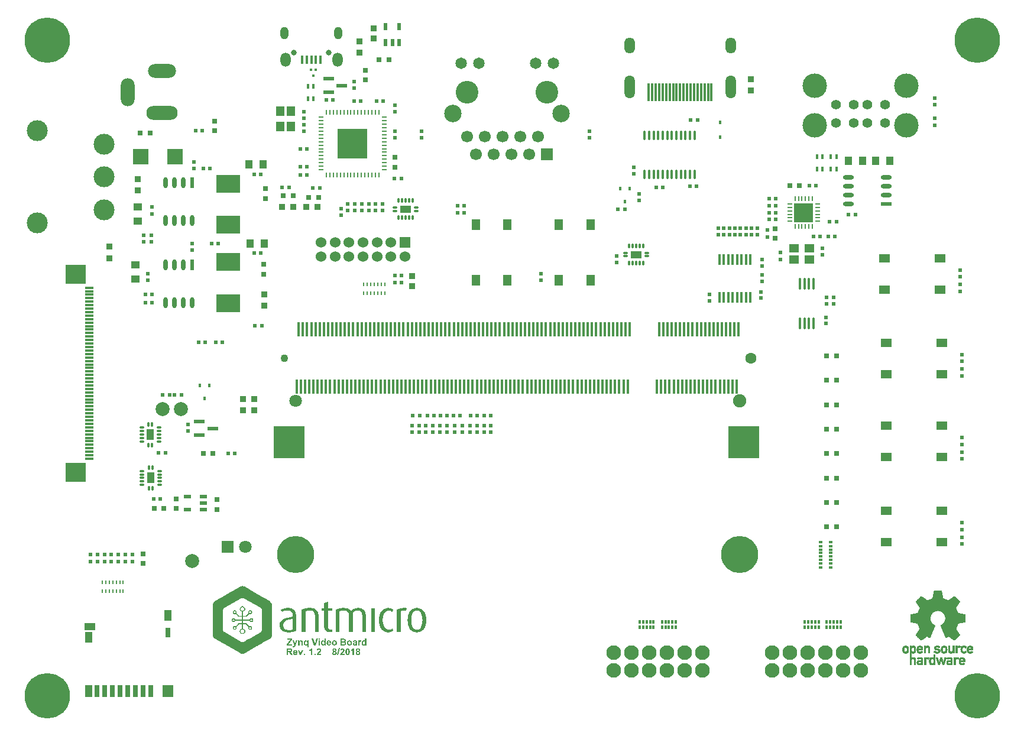
<source format=gts>
%FSLAX25Y25*%
%MOIN*%
G70*
G01*
G75*
G04 Layer_Color=8388736*
%ADD10C,0.02362*%
%ADD11C,0.00984*%
%ADD12R,0.02441X0.02244*%
%ADD13R,0.02244X0.02441*%
%ADD14O,0.01378X0.06693*%
%ADD15R,0.01614X0.06299*%
%ADD16R,0.02362X0.02165*%
%ADD17R,0.01181X0.10236*%
%ADD18R,0.03000X0.03000*%
G04:AMPARAMS|DCode=19|XSize=29.53mil|YSize=16.54mil|CornerRadius=4.13mil|HoleSize=0mil|Usage=FLASHONLY|Rotation=90.000|XOffset=0mil|YOffset=0mil|HoleType=Round|Shape=RoundedRectangle|*
%AMROUNDEDRECTD19*
21,1,0.02953,0.00827,0,0,90.0*
21,1,0.02126,0.01654,0,0,90.0*
1,1,0.00827,0.00413,0.01063*
1,1,0.00827,0.00413,-0.01063*
1,1,0.00827,-0.00413,-0.01063*
1,1,0.00827,-0.00413,0.01063*
%
%ADD19ROUNDEDRECTD19*%
%ADD20O,0.03150X0.01181*%
%ADD21O,0.01181X0.03150*%
%ADD22R,0.03937X0.05906*%
%ADD23R,0.05906X0.03937*%
%ADD24O,0.01378X0.05512*%
%ADD25R,0.03819X0.03780*%
%ADD26R,0.01181X0.02165*%
%ADD27R,0.01575X0.02165*%
%ADD28R,0.03937X0.02362*%
%ADD29R,0.03000X0.03000*%
%ADD30R,0.05118X0.06102*%
%ADD31C,0.07874*%
%ADD32R,0.02756X0.00984*%
%ADD33R,0.10630X0.10630*%
%ADD34R,0.00984X0.02756*%
%ADD35R,0.06102X0.05118*%
%ADD36R,0.01575X0.01969*%
%ADD37R,0.05906X0.02165*%
%ADD38R,0.03780X0.03819*%
%ADD39R,0.13504X0.09843*%
%ADD40R,0.03937X0.06890*%
%ADD41R,0.02756X0.06890*%
%ADD42R,0.05906X0.06890*%
%ADD43R,0.03150X0.05512*%
%ADD44R,0.05906X0.03937*%
%ADD45R,0.03937X0.06102*%
%ADD46R,0.06200X0.02400*%
%ADD47O,0.06200X0.02400*%
%ADD48R,0.02400X0.06200*%
%ADD49O,0.02400X0.06200*%
%ADD50R,0.01181X0.01181*%
%ADD51R,0.01772X0.02323*%
%ADD52R,0.00787X0.01969*%
%ADD53R,0.08504X0.08898*%
%ADD54R,0.04000X0.05000*%
%ADD55R,0.05000X0.04000*%
%ADD56R,0.01378X0.07874*%
%ADD57R,0.17716X0.18110*%
%ADD58R,0.02441X0.01575*%
%ADD59R,0.04724X0.01181*%
%ADD60R,0.11811X0.10630*%
%ADD61R,0.05512X0.04528*%
%ADD62R,0.04528X0.05512*%
%ADD63R,0.01772X0.05118*%
%ADD64R,0.03740X0.03740*%
%ADD65R,0.02362X0.03937*%
%ADD66O,0.02756X0.00984*%
%ADD67O,0.00984X0.02756*%
%ADD68R,0.17126X0.17126*%
%ADD69C,0.00787*%
%ADD70C,0.00906*%
%ADD71C,0.01969*%
%ADD72C,0.01378*%
%ADD73C,0.01181*%
%ADD74C,0.02756*%
%ADD75C,0.01575*%
%ADD76C,0.00052*%
%ADD77C,0.01000*%
%ADD78C,0.07087*%
%ADD79R,0.07087X0.07087*%
%ADD80C,0.07480*%
%ADD81C,0.25590*%
%ADD82O,0.05906X0.12992*%
%ADD83O,0.05906X0.09055*%
%ADD84C,0.20866*%
%ADD85C,0.08268*%
%ADD86C,0.12795*%
%ADD87C,0.06496*%
%ADD88C,0.09843*%
%ADD89C,0.06693*%
%ADD90R,0.06693X0.06693*%
%ADD91C,0.06000*%
%ADD92R,0.06000X0.06000*%
%ADD93C,0.13780*%
%ADD94C,0.05512*%
%ADD95O,0.15748X0.07874*%
%ADD96O,0.07874X0.15748*%
%ADD97O,0.17716X0.07874*%
%ADD98C,0.04331*%
%ADD99C,0.06299*%
%ADD100C,0.11811*%
%ADD101C,0.03150*%
%ADD102O,0.04528X0.07087*%
%ADD103O,0.05709X0.07874*%
%ADD104C,0.02362*%
%ADD105C,0.00866*%
%ADD106C,0.00900*%
%ADD107C,0.00500*%
%ADD108C,0.00394*%
%ADD109C,0.00591*%
%ADD110C,0.00700*%
%ADD111C,0.00701*%
%ADD112C,0.00472*%
G36*
X175386Y26781D02*
X175605Y26754D01*
X175884Y26672D01*
X176021Y26601D01*
X176081Y26557D01*
X176141Y26508D01*
X176152Y26497D01*
X176190Y26458D01*
X176234Y26398D01*
X176294Y26316D01*
X176349Y26212D01*
X176393Y26098D01*
X176431Y25961D01*
X176436Y25884D01*
X176442Y25807D01*
Y25797D01*
Y25764D01*
X176426Y25649D01*
X176382Y25501D01*
X176349Y25419D01*
X176300Y25337D01*
X176294Y25326D01*
X176272Y25304D01*
X176201Y25222D01*
X176146Y25168D01*
X176081Y25118D01*
X176004Y25069D01*
X175961Y25047D01*
X175917Y25025D01*
X175971Y25003D01*
X176097Y24927D01*
X176256Y24812D01*
X176332Y24735D01*
X176365Y24692D01*
X176398Y24648D01*
X176404Y24637D01*
X176426Y24604D01*
X176453Y24555D01*
X176480Y24489D01*
X176513Y24407D01*
X176535Y24309D01*
X176557Y24205D01*
X176562Y24150D01*
Y24090D01*
Y24084D01*
Y24068D01*
X176557Y24002D01*
X176518Y23789D01*
X176480Y23652D01*
X176420Y23510D01*
X176338Y23368D01*
X176223Y23237D01*
X176218Y23231D01*
X176207Y23220D01*
X176163Y23187D01*
X176086Y23133D01*
X175988Y23073D01*
X175857Y23012D01*
X175786Y22985D01*
X175709Y22963D01*
X175621Y22941D01*
X175528Y22925D01*
X175435Y22914D01*
X175331Y22908D01*
X175310D01*
X175244Y22914D01*
X175031Y22941D01*
X174752Y23023D01*
X174609Y23089D01*
X174473Y23177D01*
X174467Y23182D01*
X174456Y23193D01*
X174407Y23237D01*
X174347Y23308D01*
X174270Y23406D01*
X174194Y23532D01*
X174161Y23609D01*
X174134Y23685D01*
X174106Y23767D01*
X174084Y23860D01*
X174073Y23953D01*
X174068Y24057D01*
X174084Y24243D01*
X174128Y24429D01*
X174216Y24626D01*
X174243Y24670D01*
X174336Y24774D01*
X174402Y24839D01*
X174484Y24905D01*
X174582Y24965D01*
X174697Y25025D01*
X174686Y25031D01*
X174653Y25047D01*
X174544Y25107D01*
X174407Y25211D01*
X174341Y25277D01*
X174287Y25348D01*
X174265Y25386D01*
X174226Y25485D01*
X174199Y25550D01*
X174183Y25633D01*
X174166Y25715D01*
X174161Y25807D01*
X174166Y25879D01*
X174199Y26054D01*
X174232Y26163D01*
X174287Y26283D01*
X174358Y26398D01*
X174407Y26453D01*
X174456Y26508D01*
X174511Y26551D01*
X174577Y26595D01*
X174675Y26650D01*
X174730Y26672D01*
X174790Y26699D01*
X174938Y26743D01*
X175107Y26776D01*
X175200Y26787D01*
X175299D01*
X175386Y26781D01*
D02*
G37*
G36*
X164085Y22914D02*
X163549D01*
X164485Y26830D01*
X165032D01*
X164085Y22914D01*
D02*
G37*
G36*
X140072Y25780D02*
X140318Y25736D01*
X140471Y25687D01*
X140635Y25611D01*
X140788Y25512D01*
X140865Y25447D01*
X140931Y25375D01*
X140936Y25370D01*
X140947Y25359D01*
X140985Y25299D01*
X141045Y25206D01*
X141073Y25140D01*
X141106Y25069D01*
X141139Y24987D01*
X141171Y24894D01*
X141226Y24681D01*
X141237Y24626D01*
X141248Y24560D01*
X141259Y24500D01*
X141264Y24429D01*
X141275Y24292D01*
Y24139D01*
X139459D01*
Y24134D01*
Y24123D01*
X139465Y24084D01*
X139481Y23953D01*
X139536Y23789D01*
X139574Y23712D01*
X139629Y23636D01*
X139662Y23609D01*
X139744Y23548D01*
X139804Y23516D01*
X139880Y23488D01*
X139962Y23466D01*
X140050Y23461D01*
X140148Y23472D01*
X140241Y23499D01*
X140291Y23521D01*
X140334Y23554D01*
X140356Y23570D01*
X140400Y23625D01*
X140460Y23718D01*
X140493Y23784D01*
X140515Y23855D01*
X141237Y23734D01*
Y23729D01*
X141232Y23718D01*
X141210Y23669D01*
X141128Y23510D01*
X141067Y23412D01*
X140991Y23308D01*
X140898Y23215D01*
X140849Y23171D01*
X140794Y23127D01*
X140788D01*
X140783Y23116D01*
X140739Y23094D01*
X140674Y23062D01*
X140586Y23023D01*
X140477Y22985D01*
X140351Y22952D01*
X140280Y22941D01*
X140209Y22930D01*
X140044Y22919D01*
X140012D01*
X139930Y22930D01*
X139645Y22980D01*
X139470Y23034D01*
X139295Y23116D01*
X139208Y23171D01*
X139126Y23231D01*
X139054Y23302D01*
X138983Y23384D01*
X138940Y23450D01*
X138901Y23532D01*
X138852Y23641D01*
X138825Y23707D01*
X138803Y23778D01*
X138759Y23942D01*
X138743Y24030D01*
X138726Y24128D01*
X138721Y24227D01*
X138715Y24331D01*
X138721Y24445D01*
X138759Y24719D01*
X138863Y25069D01*
X138907Y25157D01*
X138956Y25239D01*
X139071Y25397D01*
X139137Y25458D01*
X139213Y25523D01*
X139262Y25556D01*
X139317Y25594D01*
X139377Y25627D01*
X139448Y25665D01*
X139519Y25698D01*
X139601Y25725D01*
X139777Y25769D01*
X139869Y25780D01*
X139968Y25786D01*
X140072Y25780D01*
D02*
G37*
G36*
X153807Y31547D02*
X153079D01*
Y32220D01*
X153807D01*
Y31547D01*
D02*
G37*
G36*
X162143Y26781D02*
X162362Y26754D01*
X162641Y26672D01*
X162778Y26601D01*
X162838Y26557D01*
X162898Y26508D01*
X162909Y26497D01*
X162947Y26458D01*
X162991Y26398D01*
X163051Y26316D01*
X163106Y26212D01*
X163150Y26098D01*
X163188Y25961D01*
X163194Y25884D01*
X163199Y25807D01*
Y25797D01*
Y25764D01*
X163183Y25649D01*
X163139Y25501D01*
X163106Y25419D01*
X163057Y25337D01*
X163051Y25326D01*
X163029Y25304D01*
X162958Y25222D01*
X162904Y25168D01*
X162838Y25118D01*
X162761Y25069D01*
X162718Y25047D01*
X162674Y25025D01*
X162729Y25003D01*
X162854Y24927D01*
X163013Y24812D01*
X163090Y24735D01*
X163122Y24692D01*
X163155Y24648D01*
X163161Y24637D01*
X163183Y24604D01*
X163210Y24555D01*
X163237Y24489D01*
X163270Y24407D01*
X163292Y24309D01*
X163314Y24205D01*
X163319Y24150D01*
Y24090D01*
Y24084D01*
Y24068D01*
X163314Y24002D01*
X163276Y23789D01*
X163237Y23652D01*
X163177Y23510D01*
X163095Y23368D01*
X162980Y23237D01*
X162975Y23231D01*
X162964Y23220D01*
X162920Y23187D01*
X162844Y23133D01*
X162745Y23073D01*
X162614Y23012D01*
X162543Y22985D01*
X162466Y22963D01*
X162379Y22941D01*
X162285Y22925D01*
X162192Y22914D01*
X162089Y22908D01*
X162067D01*
X162001Y22914D01*
X161788Y22941D01*
X161509Y23023D01*
X161367Y23089D01*
X161230Y23177D01*
X161224Y23182D01*
X161213Y23193D01*
X161164Y23237D01*
X161104Y23308D01*
X161027Y23406D01*
X160951Y23532D01*
X160918Y23609D01*
X160891Y23685D01*
X160863Y23767D01*
X160842Y23860D01*
X160830Y23953D01*
X160825Y24057D01*
X160842Y24243D01*
X160885Y24429D01*
X160973Y24626D01*
X161000Y24670D01*
X161093Y24774D01*
X161159Y24839D01*
X161241Y24905D01*
X161339Y24965D01*
X161454Y25025D01*
X161443Y25031D01*
X161410Y25047D01*
X161301Y25107D01*
X161164Y25211D01*
X161099Y25277D01*
X161044Y25348D01*
X161022Y25386D01*
X160984Y25485D01*
X160956Y25550D01*
X160940Y25633D01*
X160924Y25715D01*
X160918Y25807D01*
X160924Y25879D01*
X160956Y26054D01*
X160989Y26163D01*
X161044Y26283D01*
X161115Y26398D01*
X161164Y26453D01*
X161213Y26508D01*
X161268Y26551D01*
X161334Y26595D01*
X161432Y26650D01*
X161487Y26672D01*
X161547Y26699D01*
X161695Y26743D01*
X161864Y26776D01*
X161957Y26787D01*
X162056D01*
X162143Y26781D01*
D02*
G37*
G36*
X169511D02*
X169610Y26765D01*
X169730Y26737D01*
X169867Y26688D01*
X170009Y26623D01*
X170151Y26524D01*
X170217Y26464D01*
X170277Y26393D01*
X170283Y26387D01*
X170294Y26371D01*
X170337Y26305D01*
X170397Y26185D01*
X170430Y26114D01*
X170463Y26021D01*
X170534Y25807D01*
X170562Y25682D01*
X170589Y25539D01*
X170616Y25386D01*
X170627Y25310D01*
X170633Y25222D01*
X170644Y25042D01*
X170649Y24845D01*
Y24834D01*
Y24796D01*
X170644Y24670D01*
X170605Y24249D01*
X170556Y23991D01*
X170491Y23740D01*
X170403Y23499D01*
X170343Y23390D01*
X170277Y23297D01*
X170272Y23291D01*
X170261Y23280D01*
X170222Y23237D01*
X170151Y23177D01*
X170108Y23138D01*
X170053Y23105D01*
X169933Y23034D01*
X169861Y23001D01*
X169785Y22969D01*
X169703Y22947D01*
X169615Y22925D01*
X169517Y22914D01*
X169418Y22908D01*
X169396D01*
X169325Y22914D01*
X169227Y22930D01*
X169101Y22963D01*
X168959Y23012D01*
X168811Y23089D01*
X168664Y23193D01*
X168592Y23258D01*
X168527Y23330D01*
X168478Y23412D01*
X168423Y23521D01*
X168363Y23680D01*
X168330Y23778D01*
X168297Y23888D01*
X168270Y24013D01*
X168248Y24150D01*
X168226Y24303D01*
X168210Y24473D01*
X168204Y24560D01*
X168199Y24653D01*
X168193Y24850D01*
X168199Y25025D01*
X168237Y25447D01*
X168281Y25698D01*
X168346Y25955D01*
X168390Y26076D01*
X168439Y26190D01*
X168494Y26300D01*
X168560Y26393D01*
X168576Y26409D01*
X168620Y26453D01*
X168685Y26519D01*
X168735Y26551D01*
X168784Y26590D01*
X168844Y26628D01*
X168904Y26661D01*
X168975Y26694D01*
X169052Y26726D01*
X169134Y26748D01*
X169227Y26770D01*
X169320Y26781D01*
X169418Y26787D01*
X169511Y26781D01*
D02*
G37*
G36*
X137063Y26754D02*
X137353Y26721D01*
X137605Y26661D01*
X137649Y26639D01*
X137764Y26579D01*
X137906Y26464D01*
X137977Y26387D01*
X138042Y26294D01*
X138048Y26283D01*
X138070Y26251D01*
X138097Y26196D01*
X138130Y26125D01*
X138157Y26037D01*
X138185Y25939D01*
X138196Y25884D01*
X138207Y25824D01*
X138212Y25764D01*
Y25704D01*
Y25698D01*
Y25687D01*
X138207Y25633D01*
X138179Y25458D01*
X138152Y25343D01*
X138108Y25228D01*
X138042Y25107D01*
X137960Y24998D01*
X137950Y24987D01*
X137911Y24954D01*
X137856Y24905D01*
X137775Y24850D01*
X137665Y24790D01*
X137539Y24735D01*
X137386Y24686D01*
X137211Y24648D01*
X137353Y24555D01*
X137485Y24456D01*
X137556Y24396D01*
X137616Y24331D01*
X137621Y24325D01*
X137649Y24298D01*
X137731Y24188D01*
X137796Y24106D01*
X137867Y23997D01*
X137955Y23871D01*
X138053Y23718D01*
X138518Y22980D01*
X137599D01*
X137052Y23800D01*
X136894Y24035D01*
X136757Y24221D01*
X136648Y24358D01*
X136631Y24374D01*
X136582Y24424D01*
X136505Y24473D01*
X136462Y24500D01*
X136418Y24517D01*
X136412D01*
X136396Y24522D01*
X136325Y24539D01*
X136205Y24555D01*
X136128Y24560D01*
X135882D01*
Y22980D01*
X135116D01*
Y26765D01*
X136724D01*
X137063Y26754D01*
D02*
G37*
G36*
X153348Y26781D02*
X153577Y26748D01*
X153719Y26710D01*
X153862Y26655D01*
X154009Y26584D01*
X154135Y26480D01*
X154152Y26469D01*
X154184Y26426D01*
X154239Y26360D01*
X154299Y26272D01*
X154354Y26163D01*
X154381Y26103D01*
X154409Y26037D01*
X154431Y25966D01*
X154447Y25890D01*
X154453Y25807D01*
X154458Y25725D01*
Y25715D01*
Y25682D01*
X154447Y25572D01*
X154420Y25414D01*
X154365Y25239D01*
X154359Y25228D01*
X154349Y25200D01*
X154294Y25091D01*
X154206Y24938D01*
X154075Y24757D01*
X154070Y24752D01*
X154048Y24724D01*
X153966Y24632D01*
X153818Y24478D01*
X153719Y24385D01*
X153659Y24331D01*
X153599Y24271D01*
X153594Y24265D01*
X153583Y24260D01*
X153544Y24221D01*
X153413Y24101D01*
X153162Y23849D01*
X153156Y23844D01*
X153145Y23833D01*
X153107Y23784D01*
X153058Y23723D01*
X153014Y23652D01*
X154458D01*
Y22980D01*
X151914D01*
X151925Y23045D01*
X151958Y23215D01*
X152035Y23445D01*
X152161Y23702D01*
X152204Y23767D01*
X152341Y23942D01*
X152451Y24074D01*
X152593Y24232D01*
X152768Y24407D01*
X152866Y24506D01*
X152976Y24610D01*
X153238Y24861D01*
X153337Y24965D01*
X153435Y25069D01*
X153523Y25162D01*
X153577Y25233D01*
X153599Y25271D01*
X153654Y25375D01*
X153681Y25441D01*
X153709Y25518D01*
X153725Y25594D01*
X153730Y25676D01*
X153714Y25818D01*
X153676Y25939D01*
X153643Y25999D01*
X153599Y26054D01*
X153594Y26059D01*
X153577Y26076D01*
X153506Y26119D01*
X153452Y26141D01*
X153391Y26163D01*
X153320Y26180D01*
X153238Y26185D01*
X153200D01*
X153107Y26169D01*
X152987Y26130D01*
X152926Y26092D01*
X152872Y26048D01*
X152866Y26043D01*
X152850Y26021D01*
X152806Y25939D01*
X152779Y25879D01*
X152757Y25797D01*
X152735Y25704D01*
X152724Y25594D01*
X152002Y25665D01*
X152018Y25764D01*
X152073Y25999D01*
X152128Y26136D01*
X152193Y26278D01*
X152237Y26349D01*
X152286Y26415D01*
X152341Y26469D01*
X152401Y26524D01*
X152461Y26568D01*
X152538Y26606D01*
X152636Y26655D01*
X152762Y26705D01*
X152833Y26726D01*
X152904Y26748D01*
X152987Y26765D01*
X153074Y26776D01*
X153255Y26787D01*
X153348Y26781D01*
D02*
G37*
G36*
X166590D02*
X166820Y26748D01*
X166962Y26710D01*
X167105Y26655D01*
X167252Y26584D01*
X167378Y26480D01*
X167394Y26469D01*
X167427Y26426D01*
X167482Y26360D01*
X167542Y26272D01*
X167597Y26163D01*
X167624Y26103D01*
X167652Y26037D01*
X167674Y25966D01*
X167690Y25890D01*
X167695Y25807D01*
X167701Y25725D01*
Y25715D01*
Y25682D01*
X167690Y25572D01*
X167663Y25414D01*
X167608Y25239D01*
X167602Y25228D01*
X167591Y25200D01*
X167537Y25091D01*
X167449Y24938D01*
X167318Y24757D01*
X167313Y24752D01*
X167291Y24724D01*
X167209Y24632D01*
X167061Y24478D01*
X166962Y24385D01*
X166902Y24331D01*
X166842Y24271D01*
X166837Y24265D01*
X166826Y24260D01*
X166787Y24221D01*
X166656Y24101D01*
X166404Y23849D01*
X166399Y23844D01*
X166388Y23833D01*
X166350Y23784D01*
X166300Y23723D01*
X166257Y23652D01*
X167701D01*
Y22980D01*
X165157D01*
X165168Y23045D01*
X165201Y23215D01*
X165278Y23445D01*
X165403Y23702D01*
X165447Y23767D01*
X165584Y23942D01*
X165693Y24074D01*
X165836Y24232D01*
X166011Y24407D01*
X166109Y24506D01*
X166218Y24610D01*
X166481Y24861D01*
X166579Y24965D01*
X166678Y25069D01*
X166765Y25162D01*
X166820Y25233D01*
X166842Y25271D01*
X166897Y25375D01*
X166924Y25441D01*
X166951Y25518D01*
X166968Y25594D01*
X166973Y25676D01*
X166957Y25818D01*
X166919Y25939D01*
X166886Y25999D01*
X166842Y26054D01*
X166837Y26059D01*
X166820Y26076D01*
X166749Y26119D01*
X166694Y26141D01*
X166634Y26163D01*
X166563Y26180D01*
X166481Y26185D01*
X166443D01*
X166350Y26169D01*
X166229Y26130D01*
X166169Y26092D01*
X166114Y26048D01*
X166109Y26043D01*
X166093Y26021D01*
X166049Y25939D01*
X166022Y25879D01*
X166000Y25797D01*
X165978Y25704D01*
X165967Y25594D01*
X165245Y25665D01*
X165261Y25764D01*
X165316Y25999D01*
X165371Y26136D01*
X165436Y26278D01*
X165480Y26349D01*
X165529Y26415D01*
X165584Y26469D01*
X165644Y26524D01*
X165704Y26568D01*
X165781Y26606D01*
X165879Y26655D01*
X166005Y26705D01*
X166076Y26726D01*
X166147Y26748D01*
X166229Y26765D01*
X166317Y26776D01*
X166497Y26787D01*
X166590Y26781D01*
D02*
G37*
G36*
X172990Y22980D02*
X172263D01*
Y25720D01*
X172257Y25715D01*
X172246Y25704D01*
X172192Y25660D01*
X172110Y25594D01*
X171995Y25512D01*
X171858Y25425D01*
X171699Y25332D01*
X171612Y25288D01*
X171524Y25250D01*
X171327Y25173D01*
Y25829D01*
X171508Y25906D01*
X171705Y26010D01*
X171820Y26087D01*
X171940Y26174D01*
X171995Y26223D01*
X172055Y26278D01*
X172121Y26349D01*
X172197Y26437D01*
X172236Y26491D01*
X172274Y26546D01*
X172345Y26661D01*
X172400Y26787D01*
X172990D01*
Y22980D01*
D02*
G37*
G36*
X145531D02*
X144803D01*
Y23707D01*
X145531D01*
Y22980D01*
D02*
G37*
G36*
X149447D02*
X148720D01*
Y25720D01*
X148714Y25715D01*
X148704Y25704D01*
X148649Y25660D01*
X148567Y25594D01*
X148452Y25512D01*
X148315Y25425D01*
X148156Y25332D01*
X148069Y25288D01*
X147982Y25250D01*
X147785Y25173D01*
Y25829D01*
X147965Y25906D01*
X148162Y26010D01*
X148277Y26087D01*
X148397Y26174D01*
X148452Y26223D01*
X148512Y26278D01*
X148578Y26349D01*
X148654Y26437D01*
X148693Y26491D01*
X148731Y26546D01*
X148802Y26661D01*
X148857Y26787D01*
X149447D01*
Y22980D01*
D02*
G37*
G36*
X151417D02*
X150689D01*
Y23707D01*
X151417D01*
Y22980D01*
D02*
G37*
G36*
X180003Y28434D02*
X179330D01*
Y28834D01*
X179325Y28823D01*
X179303Y28795D01*
X179215Y28703D01*
X179160Y28648D01*
X179089Y28588D01*
X179013Y28533D01*
X178931Y28484D01*
X178920Y28478D01*
X178893Y28467D01*
X178788Y28429D01*
X178635Y28391D01*
X178553Y28380D01*
X178466Y28374D01*
X178444D01*
X178389Y28380D01*
X178187Y28424D01*
X178061Y28467D01*
X177924Y28533D01*
X177787Y28626D01*
X177656Y28752D01*
X177640Y28768D01*
X177607Y28823D01*
X177552Y28910D01*
X177492Y29031D01*
X177427Y29178D01*
X177399Y29266D01*
X177377Y29359D01*
X177355Y29463D01*
X177339Y29572D01*
X177328Y29687D01*
X177323Y29813D01*
X177328Y29928D01*
X177339Y30054D01*
X177361Y30207D01*
X177405Y30382D01*
X177459Y30557D01*
X177541Y30726D01*
X177591Y30803D01*
X177645Y30874D01*
X177706Y30934D01*
X177777Y30989D01*
X177820Y31022D01*
X177875Y31060D01*
X177930Y31093D01*
X177995Y31126D01*
X178061Y31159D01*
X178132Y31186D01*
X178296Y31224D01*
X178384Y31235D01*
X178477Y31241D01*
X178553Y31235D01*
X178750Y31191D01*
X178876Y31148D01*
X179007Y31082D01*
X179144Y30983D01*
X179275Y30858D01*
Y32220D01*
X180003D01*
Y28434D01*
D02*
G37*
G36*
X170600Y31235D02*
X170857Y31191D01*
X171021Y31142D01*
X171191Y31071D01*
X171360Y30972D01*
X171519Y30836D01*
X171524Y30830D01*
X171535Y30819D01*
X171579Y30765D01*
X171645Y30677D01*
X171721Y30557D01*
X171754Y30486D01*
X171792Y30409D01*
X171825Y30327D01*
X171858Y30234D01*
X171880Y30136D01*
X171902Y30037D01*
X171913Y29928D01*
X171918Y29813D01*
Y29807D01*
Y29785D01*
X171913Y29709D01*
X171869Y29452D01*
X171820Y29288D01*
X171749Y29113D01*
X171650Y28943D01*
X171513Y28779D01*
X171508Y28774D01*
X171497Y28763D01*
X171442Y28719D01*
X171355Y28653D01*
X171240Y28577D01*
X171092Y28506D01*
X171010Y28467D01*
X170917Y28440D01*
X170824Y28413D01*
X170720Y28391D01*
X170616Y28380D01*
X170501Y28374D01*
X170485D01*
X170436Y28380D01*
X170272Y28396D01*
X170036Y28445D01*
X169911Y28489D01*
X169779Y28544D01*
X169774D01*
X169763Y28555D01*
X169725Y28577D01*
X169588Y28670D01*
X169506Y28741D01*
X169418Y28828D01*
X169336Y28927D01*
X169260Y29042D01*
X169232Y29102D01*
X169205Y29173D01*
X169172Y29266D01*
X169139Y29381D01*
X169112Y29517D01*
X169090Y29676D01*
X169085Y29758D01*
Y29846D01*
X169090Y29906D01*
X169107Y30070D01*
X169161Y30289D01*
X169200Y30415D01*
X169260Y30540D01*
X169293Y30595D01*
X169391Y30732D01*
X169550Y30901D01*
X169648Y30989D01*
X169763Y31060D01*
X169823Y31087D01*
X169976Y31153D01*
X170086Y31186D01*
X170212Y31213D01*
X170348Y31235D01*
X170419Y31241D01*
X170496D01*
X170600Y31235D01*
D02*
G37*
G36*
X138114Y31624D02*
X136040Y29074D01*
X138196D01*
Y28434D01*
X135116D01*
Y29124D01*
X137113Y31580D01*
X135346D01*
Y32220D01*
X138114D01*
Y31624D01*
D02*
G37*
G36*
X153807Y28434D02*
X153079D01*
Y31180D01*
X153807D01*
Y28434D01*
D02*
G37*
G36*
X146034Y31224D02*
X146182Y31191D01*
X146264Y31159D01*
X146341Y31120D01*
X146461Y31033D01*
X146516Y30983D01*
X146581Y30923D01*
X146641Y30852D01*
X146702Y30770D01*
Y31180D01*
X147369D01*
Y27384D01*
X146641D01*
Y28768D01*
X146636Y28763D01*
X146614Y28741D01*
X146543Y28664D01*
X146433Y28571D01*
X146362Y28522D01*
X146286Y28478D01*
X146275Y28473D01*
X146247Y28462D01*
X146149Y28429D01*
X146078Y28407D01*
X146001Y28391D01*
X145919Y28380D01*
X145826Y28374D01*
X145804D01*
X145750Y28380D01*
X145558Y28418D01*
X145438Y28462D01*
X145307Y28522D01*
X145241Y28566D01*
X145181Y28609D01*
X145121Y28664D01*
X145061Y28724D01*
X145006Y28801D01*
X144946Y28894D01*
X144886Y29020D01*
X144853Y29091D01*
X144820Y29178D01*
X144787Y29266D01*
X144760Y29364D01*
X144738Y29474D01*
X144721Y29589D01*
X144710Y29709D01*
X144705Y29835D01*
X144710Y29944D01*
X144749Y30212D01*
X144847Y30551D01*
X144929Y30715D01*
X144978Y30797D01*
X145039Y30869D01*
X145099Y30929D01*
X145170Y30989D01*
X145268Y31055D01*
X145389Y31126D01*
X145460Y31153D01*
X145531Y31180D01*
X145607Y31208D01*
X145690Y31224D01*
X145777Y31235D01*
X145870Y31241D01*
X146034Y31224D01*
D02*
G37*
G36*
X158932Y31235D02*
X159179Y31191D01*
X159332Y31142D01*
X159496Y31065D01*
X159649Y30967D01*
X159726Y30901D01*
X159791Y30830D01*
X159797Y30825D01*
X159808Y30814D01*
X159846Y30754D01*
X159906Y30661D01*
X159933Y30595D01*
X159966Y30524D01*
X159999Y30442D01*
X160032Y30349D01*
X160087Y30136D01*
X160098Y30081D01*
X160108Y30015D01*
X160119Y29955D01*
X160125Y29884D01*
X160136Y29747D01*
Y29594D01*
X158320D01*
Y29589D01*
Y29578D01*
X158325Y29539D01*
X158342Y29408D01*
X158396Y29244D01*
X158435Y29167D01*
X158489Y29091D01*
X158522Y29063D01*
X158604Y29003D01*
X158664Y28971D01*
X158741Y28943D01*
X158823Y28921D01*
X158911Y28916D01*
X159009Y28927D01*
X159102Y28954D01*
X159151Y28976D01*
X159195Y29009D01*
X159217Y29025D01*
X159261Y29080D01*
X159321Y29173D01*
X159354Y29239D01*
X159376Y29310D01*
X160098Y29189D01*
Y29184D01*
X160092Y29173D01*
X160070Y29124D01*
X159988Y28965D01*
X159928Y28867D01*
X159851Y28763D01*
X159758Y28670D01*
X159709Y28626D01*
X159654Y28582D01*
X159649D01*
X159643Y28571D01*
X159600Y28549D01*
X159534Y28517D01*
X159447Y28478D01*
X159337Y28440D01*
X159211Y28407D01*
X159140Y28396D01*
X159069Y28385D01*
X158905Y28374D01*
X158872D01*
X158790Y28385D01*
X158506Y28434D01*
X158331Y28489D01*
X158156Y28571D01*
X158068Y28626D01*
X157986Y28686D01*
X157915Y28757D01*
X157844Y28839D01*
X157800Y28905D01*
X157762Y28987D01*
X157713Y29096D01*
X157685Y29162D01*
X157663Y29233D01*
X157620Y29397D01*
X157603Y29485D01*
X157587Y29583D01*
X157581Y29682D01*
X157576Y29785D01*
X157581Y29900D01*
X157620Y30174D01*
X157724Y30524D01*
X157767Y30612D01*
X157817Y30694D01*
X157931Y30852D01*
X157997Y30912D01*
X158074Y30978D01*
X158123Y31011D01*
X158178Y31049D01*
X158238Y31082D01*
X158309Y31120D01*
X158380Y31153D01*
X158462Y31180D01*
X158637Y31224D01*
X158730Y31235D01*
X158828Y31241D01*
X158932Y31235D01*
D02*
G37*
G36*
X162078D02*
X162335Y31191D01*
X162499Y31142D01*
X162668Y31071D01*
X162838Y30972D01*
X162997Y30836D01*
X163002Y30830D01*
X163013Y30819D01*
X163057Y30765D01*
X163122Y30677D01*
X163199Y30557D01*
X163232Y30486D01*
X163270Y30409D01*
X163303Y30327D01*
X163336Y30234D01*
X163358Y30136D01*
X163380Y30037D01*
X163391Y29928D01*
X163396Y29813D01*
Y29807D01*
Y29785D01*
X163391Y29709D01*
X163347Y29452D01*
X163297Y29288D01*
X163226Y29113D01*
X163128Y28943D01*
X162991Y28779D01*
X162986Y28774D01*
X162975Y28763D01*
X162920Y28719D01*
X162832Y28653D01*
X162718Y28577D01*
X162570Y28506D01*
X162488Y28467D01*
X162395Y28440D01*
X162302Y28413D01*
X162198Y28391D01*
X162094Y28380D01*
X161979Y28374D01*
X161963D01*
X161914Y28380D01*
X161749Y28396D01*
X161514Y28445D01*
X161388Y28489D01*
X161257Y28544D01*
X161252D01*
X161241Y28555D01*
X161203Y28577D01*
X161066Y28670D01*
X160984Y28741D01*
X160896Y28828D01*
X160814Y28927D01*
X160738Y29042D01*
X160710Y29102D01*
X160683Y29173D01*
X160650Y29266D01*
X160617Y29381D01*
X160590Y29517D01*
X160568Y29676D01*
X160563Y29758D01*
Y29846D01*
X160568Y29906D01*
X160584Y30070D01*
X160639Y30289D01*
X160677Y30415D01*
X160738Y30540D01*
X160770Y30595D01*
X160869Y30732D01*
X161027Y30901D01*
X161126Y30989D01*
X161241Y31060D01*
X161301Y31087D01*
X161454Y31153D01*
X161564Y31186D01*
X161689Y31213D01*
X161826Y31235D01*
X161897Y31241D01*
X161974D01*
X162078Y31235D01*
D02*
G37*
G36*
X167619Y32181D02*
X167750Y32149D01*
X167876Y32099D01*
X168013Y32023D01*
X168117Y31941D01*
X168210Y31837D01*
X168259Y31777D01*
X168303Y31705D01*
X168308Y31695D01*
X168319Y31673D01*
X168363Y31574D01*
X168385Y31514D01*
X168406Y31438D01*
X168417Y31350D01*
X168423Y31262D01*
Y31251D01*
Y31219D01*
X168406Y31104D01*
X168363Y30945D01*
X168324Y30863D01*
X168275Y30776D01*
X168270Y30765D01*
X168248Y30737D01*
X168177Y30650D01*
X168122Y30601D01*
X168056Y30540D01*
X167980Y30491D01*
X167936Y30464D01*
X167892Y30442D01*
X167947Y30426D01*
X168089Y30360D01*
X168264Y30256D01*
X168346Y30185D01*
X168385Y30141D01*
X168423Y30097D01*
X168434Y30086D01*
X168450Y30054D01*
X168483Y30004D01*
X168516Y29939D01*
X168549Y29851D01*
X168565Y29807D01*
X168581Y29758D01*
X168603Y29649D01*
X168609Y29528D01*
Y29517D01*
Y29485D01*
X168592Y29370D01*
X168560Y29206D01*
X168489Y29025D01*
X168483Y29014D01*
X168467Y28987D01*
X168401Y28888D01*
X168297Y28763D01*
X168237Y28697D01*
X168160Y28637D01*
X168149Y28631D01*
X168122Y28615D01*
X168018Y28560D01*
X167941Y28527D01*
X167854Y28500D01*
X167755Y28473D01*
X167646Y28456D01*
X167635D01*
X167608Y28451D01*
X167460Y28445D01*
X167176Y28440D01*
X166727Y28434D01*
X165442D01*
Y32220D01*
X166951D01*
X167619Y32181D01*
D02*
G37*
G36*
X143332Y31230D02*
X143469Y31202D01*
X143622Y31153D01*
X143737Y31093D01*
X143835Y31022D01*
X143884Y30978D01*
X143928Y30929D01*
X143934Y30923D01*
X143945Y30907D01*
X143983Y30841D01*
X144010Y30797D01*
X144032Y30743D01*
X144070Y30622D01*
Y30617D01*
X144076Y30590D01*
X144092Y30497D01*
X144109Y30343D01*
X144114Y30250D01*
Y30136D01*
Y28434D01*
X143387D01*
Y29829D01*
X143381Y30070D01*
X143365Y30261D01*
X143337Y30404D01*
X143299Y30480D01*
X143250Y30546D01*
X143184Y30606D01*
X143179Y30612D01*
X143168Y30617D01*
X143113Y30644D01*
X143037Y30672D01*
X142987Y30677D01*
X142933Y30683D01*
X142900D01*
X142823Y30672D01*
X142714Y30639D01*
X142594Y30579D01*
X142588Y30573D01*
X142572Y30562D01*
X142511Y30508D01*
X142446Y30420D01*
X142419Y30360D01*
X142391Y30300D01*
Y30294D01*
X142380Y30267D01*
X142364Y30158D01*
X142353Y30070D01*
X142347Y29961D01*
X142342Y29829D01*
X142336Y29671D01*
Y28434D01*
X141609D01*
Y31180D01*
X142282D01*
Y30776D01*
X142347Y30847D01*
X142424Y30923D01*
X142528Y31011D01*
X142588Y31055D01*
X142659Y31093D01*
X142736Y31131D01*
X142812Y31170D01*
X142900Y31197D01*
X142987Y31219D01*
X143086Y31235D01*
X143184Y31241D01*
X143332Y31230D01*
D02*
G37*
G36*
X176841Y31224D02*
X177000Y31180D01*
X177169Y31098D01*
X176940Y30469D01*
X176934Y30475D01*
X176907Y30486D01*
X176830Y30529D01*
X176721Y30573D01*
X176661Y30584D01*
X176601Y30590D01*
X176579D01*
X176513Y30579D01*
X176431Y30551D01*
X176343Y30502D01*
X176338Y30497D01*
X176327Y30486D01*
X176283Y30431D01*
X176229Y30338D01*
X176207Y30272D01*
X176179Y30196D01*
Y30185D01*
X176168Y30152D01*
X176163Y30092D01*
X176152Y29999D01*
X176136Y29714D01*
X176130Y29517D01*
X176125Y29277D01*
Y28434D01*
X175397D01*
Y31180D01*
X176070D01*
Y30786D01*
X176174Y30940D01*
X176272Y31060D01*
X176322Y31115D01*
X176349Y31137D01*
X176376Y31153D01*
X176398Y31170D01*
X176469Y31197D01*
X176513Y31213D01*
X176568Y31230D01*
X176622Y31235D01*
X176688Y31241D01*
X176841Y31224D01*
D02*
G37*
G36*
X157073Y28434D02*
X156400D01*
Y28834D01*
X156394Y28823D01*
X156372Y28795D01*
X156285Y28703D01*
X156230Y28648D01*
X156159Y28588D01*
X156082Y28533D01*
X156000Y28484D01*
X155990Y28478D01*
X155962Y28467D01*
X155858Y28429D01*
X155705Y28391D01*
X155623Y28380D01*
X155535Y28374D01*
X155514D01*
X155459Y28380D01*
X155257Y28424D01*
X155131Y28467D01*
X154994Y28533D01*
X154857Y28626D01*
X154726Y28752D01*
X154710Y28768D01*
X154677Y28823D01*
X154622Y28910D01*
X154562Y29031D01*
X154496Y29178D01*
X154469Y29266D01*
X154447Y29359D01*
X154425Y29463D01*
X154409Y29572D01*
X154398Y29687D01*
X154392Y29813D01*
X154398Y29928D01*
X154409Y30054D01*
X154431Y30207D01*
X154474Y30382D01*
X154529Y30557D01*
X154611Y30726D01*
X154660Y30803D01*
X154715Y30874D01*
X154775Y30934D01*
X154846Y30989D01*
X154890Y31022D01*
X154945Y31060D01*
X154999Y31093D01*
X155065Y31126D01*
X155131Y31159D01*
X155202Y31186D01*
X155366Y31224D01*
X155454Y31235D01*
X155546Y31241D01*
X155623Y31235D01*
X155820Y31191D01*
X155946Y31148D01*
X156077Y31082D01*
X156214Y30983D01*
X156345Y30858D01*
Y32220D01*
X157073D01*
Y28434D01*
D02*
G37*
G36*
X173827Y31224D02*
X174062Y31191D01*
X174177Y31159D01*
X174276Y31120D01*
X174407Y31044D01*
X174522Y30951D01*
X174571Y30896D01*
X174615Y30830D01*
X174620Y30825D01*
X174631Y30797D01*
X174648Y30748D01*
X174664Y30683D01*
X174680Y30595D01*
X174697Y30480D01*
X174708Y30343D01*
X174713Y30179D01*
X174702Y29331D01*
Y29326D01*
Y29315D01*
Y29271D01*
X174708Y29129D01*
X174735Y28795D01*
Y28790D01*
X174741Y28768D01*
X174763Y28686D01*
X174806Y28571D01*
X174866Y28434D01*
X174150D01*
X174128Y28489D01*
X174079Y28648D01*
X174051Y28730D01*
X174046Y28724D01*
X174019Y28703D01*
X173931Y28631D01*
X173805Y28538D01*
X173729Y28500D01*
X173652Y28462D01*
X173641Y28456D01*
X173614Y28451D01*
X173515Y28418D01*
X173373Y28391D01*
X173286Y28380D01*
X173198Y28374D01*
X173182D01*
X173127Y28380D01*
X172958Y28402D01*
X172739Y28467D01*
X172629Y28527D01*
X172531Y28599D01*
X172493Y28642D01*
X172454Y28692D01*
X172411Y28757D01*
X172367Y28839D01*
X172328Y28938D01*
X172312Y28998D01*
X172301Y29053D01*
X172290Y29178D01*
X172307Y29315D01*
X172334Y29446D01*
X172361Y29517D01*
X172400Y29589D01*
X172421Y29621D01*
X172482Y29693D01*
X172525Y29736D01*
X172575Y29785D01*
X172635Y29829D01*
X172706Y29868D01*
X172744Y29884D01*
X172854Y29928D01*
X172936Y29955D01*
X173034Y29983D01*
X173154Y30010D01*
X173286Y30037D01*
X173570Y30097D01*
X173997Y30218D01*
Y30289D01*
X173986Y30409D01*
X173953Y30508D01*
X173926Y30551D01*
X173887Y30590D01*
X173882Y30595D01*
X173865Y30606D01*
X173800Y30639D01*
X173679Y30666D01*
X173598Y30677D01*
X173499Y30683D01*
X173466D01*
X173390Y30672D01*
X173286Y30650D01*
X173237Y30628D01*
X173193Y30601D01*
X173187Y30595D01*
X173176Y30584D01*
X173133Y30540D01*
X173072Y30453D01*
X173018Y30332D01*
X172367Y30453D01*
X172389Y30518D01*
X172454Y30677D01*
X172575Y30869D01*
X172651Y30962D01*
X172695Y31005D01*
X172744Y31044D01*
X172793Y31076D01*
X172947Y31142D01*
X173061Y31180D01*
X173127Y31197D01*
X173204Y31208D01*
X173368Y31235D01*
X173455Y31241D01*
X173554D01*
X173827Y31224D01*
D02*
G37*
G36*
X140181Y28533D02*
X140006Y28062D01*
X140001Y28051D01*
X139990Y28024D01*
X139946Y27926D01*
X139820Y27696D01*
X139815Y27691D01*
X139804Y27674D01*
X139766Y27619D01*
X139705Y27554D01*
X139667Y27521D01*
X139623Y27488D01*
X139618D01*
X139601Y27477D01*
X139547Y27444D01*
X139465Y27406D01*
X139350Y27368D01*
X139344D01*
X139322Y27362D01*
X139240Y27346D01*
X139126Y27329D01*
X139054Y27324D01*
X138978Y27319D01*
X138945D01*
X138852Y27324D01*
X138573Y27368D01*
X138507Y27937D01*
X138611Y27920D01*
X138710Y27904D01*
X138814Y27898D01*
X138857Y27904D01*
X138956Y27920D01*
X139016Y27937D01*
X139076Y27964D01*
X139137Y28002D01*
X139186Y28051D01*
X139208Y28079D01*
X139257Y28155D01*
X139317Y28276D01*
X139344Y28347D01*
X139372Y28429D01*
X138332Y31180D01*
X139104D01*
X139755Y29228D01*
X140400Y31180D01*
X141149D01*
X140181Y28533D01*
D02*
G37*
G36*
X151356Y28434D02*
X150531D01*
X149174Y32220D01*
X150000D01*
X150963Y29419D01*
X151887Y32220D01*
X152702D01*
X151356Y28434D01*
D02*
G37*
G36*
X209791Y49402D02*
X210876Y49017D01*
X211783Y48402D01*
X212517Y47578D01*
X213083Y46568D01*
X213482Y45393D01*
X213720Y44075D01*
X213798Y42635D01*
X213719Y41187D01*
X213482Y39861D01*
X213083Y38682D01*
X212517Y37668D01*
X211782Y36843D01*
X210875Y36226D01*
X209791Y35841D01*
X208528Y35707D01*
X207264Y35841D01*
X206181Y36226D01*
X205273Y36843D01*
X204538Y37668D01*
X203974Y38682D01*
X203574Y39861D01*
X203337Y41187D01*
X203259Y42635D01*
X203337Y44075D01*
X203574Y45393D01*
X203974Y46568D01*
X204538Y47578D01*
X205273Y48402D01*
X206181Y49017D01*
X207264Y49402D01*
X208528Y49535D01*
X209791Y49402D01*
D02*
G37*
G36*
X137833Y49277D02*
X139304Y48485D01*
X140233Y47135D01*
X140557Y45206D01*
Y36648D01*
X138612Y35964D01*
X136128Y35707D01*
X133990Y35966D01*
X132396Y36731D01*
X131400Y37993D01*
X131057Y39740D01*
X131202Y40857D01*
X131619Y41800D01*
X132286Y42586D01*
X133178Y43226D01*
X134272Y43736D01*
X135544Y44127D01*
X136970Y44415D01*
X138527Y44612D01*
Y45430D01*
X138481Y46070D01*
X138344Y46616D01*
X138116Y47072D01*
X137801Y47440D01*
X137398Y47722D01*
X136910Y47920D01*
X136338Y48037D01*
X135683Y48076D01*
X133920Y47841D01*
X132343Y47234D01*
X131858Y48480D01*
X131913Y48602D01*
X133731Y49267D01*
X135881Y49535D01*
X137833Y49277D01*
D02*
G37*
G36*
X110565Y50528D02*
X110941Y50372D01*
X111263Y50125D01*
X111510Y49803D01*
X111665Y49428D01*
X111718Y49026D01*
X111665Y48624D01*
X111510Y48249D01*
X111263Y47927D01*
X110941Y47680D01*
X110565Y47524D01*
X110463Y47511D01*
X110462Y47514D01*
Y45144D01*
X111988D01*
X112111Y45158D01*
X112239Y45252D01*
X112323Y45329D01*
X113572Y46578D01*
X113554Y46602D01*
X113443Y46869D01*
X113405Y47156D01*
X113443Y47443D01*
X113554Y47710D01*
X113730Y47940D01*
X113959Y48116D01*
X114227Y48227D01*
X114514Y48264D01*
X114801Y48227D01*
X115068Y48116D01*
X115297Y47940D01*
X115474Y47710D01*
X115584Y47443D01*
X115622Y47156D01*
X115584Y46869D01*
X115474Y46602D01*
X115297Y46372D01*
X115068Y46196D01*
X114801Y46085D01*
X114514Y46047D01*
X114227Y46085D01*
X114017Y46172D01*
X114015Y46176D01*
X114015Y46176D01*
X114007Y46169D01*
X114007D01*
X112950Y45111D01*
X112950Y45111D01*
Y45111D01*
X112945Y45107D01*
D01*
Y45107D01*
D01*
D01*
D01*
D01*
X112945Y45107D01*
D01*
D01*
X112945Y45107D01*
X112945Y45106D01*
X112945Y45106D01*
D01*
D01*
X112945D01*
X112945Y45106D01*
X112942Y45103D01*
X112942Y45103D01*
Y45103D01*
D01*
X112882Y45044D01*
X112881Y45045D01*
X112730Y44901D01*
X112729Y44901D01*
X112729Y44901D01*
D01*
X112548Y44734D01*
X112548D01*
X112548Y44734D01*
Y44734D01*
D01*
D01*
X112548D01*
X112548Y44734D01*
Y44734D01*
D01*
D01*
X112548D01*
X112547Y44734D01*
X112547Y44734D01*
Y44734D01*
D01*
X112547Y44734D01*
D01*
D01*
D01*
D01*
D01*
D01*
D01*
D01*
D01*
D01*
X112547D01*
D01*
D01*
Y44734D01*
D01*
D01*
Y44734D01*
X112547Y44734D01*
D01*
D01*
D01*
D01*
Y44734D01*
D01*
Y44734D01*
X112472Y44669D01*
X112397Y44605D01*
X112397Y44605D01*
Y44605D01*
Y44605D01*
D01*
X112397Y44605D01*
X112397D01*
X112397Y44605D01*
X112393Y44603D01*
D01*
D01*
D01*
D01*
X112393Y44603D01*
X112390Y44601D01*
X112390Y44601D01*
X112390D01*
Y44601D01*
X112244Y44549D01*
Y44549D01*
D01*
Y44549D01*
D01*
D01*
Y44549D01*
D01*
D01*
D01*
D01*
D01*
D01*
Y44549D01*
D01*
D01*
D01*
D01*
D01*
D01*
Y44549D01*
D01*
D01*
D01*
D01*
Y44549D01*
D01*
D01*
D01*
D01*
D01*
D01*
D01*
D01*
D01*
D01*
X112244D01*
D01*
X112244D01*
D01*
D01*
D01*
D01*
D01*
X112244Y44549D01*
X112243Y44549D01*
X112243D01*
D01*
D01*
D01*
D01*
Y44549D01*
D01*
D01*
D01*
D01*
D01*
D01*
D01*
D01*
X112243D01*
X112237Y44548D01*
X112237Y44548D01*
X112237Y44548D01*
X112156Y44547D01*
X112156Y44547D01*
X112155Y44547D01*
X112155Y44547D01*
X112155Y44547D01*
X110462D01*
Y43009D01*
X112281Y43011D01*
X112283Y43009D01*
Y43009D01*
X114105Y43012D01*
X114210Y43266D01*
X114387Y43496D01*
X114616Y43672D01*
X114883Y43783D01*
X115170Y43821D01*
X115457Y43783D01*
X115725Y43672D01*
X115954Y43496D01*
X116130Y43266D01*
X116241Y42999D01*
X116279Y42712D01*
X116241Y42425D01*
X116130Y42158D01*
X115954Y41928D01*
X115725Y41752D01*
X115457Y41642D01*
X115170Y41604D01*
X114883Y41642D01*
X114616Y41752D01*
X114387Y41928D01*
X114210Y42158D01*
X114109Y42403D01*
D01*
X114113Y42412D01*
X114113Y42412D01*
X114091Y42412D01*
X114091D01*
X112743D01*
X110463Y42411D01*
Y40913D01*
X112156Y40914D01*
X112156Y40913D01*
X112244Y40911D01*
X112244Y40911D01*
X112244Y40911D01*
X112391Y40859D01*
Y40859D01*
D01*
D01*
D01*
X112391Y40859D01*
D01*
D01*
X112391Y40859D01*
X112391Y40859D01*
X112391D01*
X112392Y40859D01*
X112392D01*
D01*
D01*
D01*
D01*
D01*
D01*
D01*
D01*
Y40859D01*
D01*
Y40859D01*
D01*
X112398Y40855D01*
X112398Y40855D01*
X112398Y40855D01*
X112548Y40726D01*
D01*
X112548D01*
Y40726D01*
D01*
D01*
D01*
D01*
D01*
D01*
Y40726D01*
X112548D01*
D01*
Y40726D01*
Y40726D01*
X112548Y40726D01*
X112548Y40726D01*
D01*
X112548Y40726D01*
D01*
D01*
D01*
D01*
X112548D01*
X112548D01*
D01*
D01*
D01*
D01*
Y40726D01*
X112548D01*
D01*
D01*
D01*
Y40726D01*
D01*
X112548Y40726D01*
X112548Y40726D01*
X112555Y40720D01*
X112555Y40720D01*
X112555D01*
X112729Y40559D01*
D01*
X112729D01*
D01*
D01*
X112729D01*
X112729Y40559D01*
D01*
D01*
D01*
D01*
D01*
X112729D01*
Y40559D01*
D01*
Y40559D01*
X112729Y40558D01*
X112729Y40558D01*
D01*
D01*
D01*
Y40558D01*
X112729Y40558D01*
D01*
X112730Y40558D01*
Y40558D01*
D01*
D01*
D01*
D01*
D01*
D01*
D01*
D01*
D01*
D01*
D01*
D01*
D01*
Y40558D01*
X112730D01*
Y40558D01*
Y40558D01*
D01*
D01*
D01*
D01*
D01*
X112730Y40558D01*
D01*
D01*
D01*
D01*
D01*
D01*
D01*
D01*
D01*
X112882Y40416D01*
X112882Y40416D01*
X112882D01*
D01*
D01*
D01*
Y40416D01*
X112881Y40415D01*
X112881Y40415D01*
X112881D01*
X112881Y40415D01*
X112881D01*
X112908Y40389D01*
X112908Y40389D01*
X112946Y40354D01*
X112946Y40354D01*
D01*
X112945Y40352D01*
X112945Y40352D01*
X112945Y40352D01*
X112945Y40352D01*
X114016Y39284D01*
X114222Y39369D01*
X114508Y39407D01*
X114795Y39369D01*
X115063Y39259D01*
X115292Y39083D01*
X115468Y38853D01*
X115579Y38585D01*
X115617Y38299D01*
X115579Y38012D01*
X115468Y37744D01*
X115292Y37515D01*
X115063Y37339D01*
X114795Y37228D01*
X114508Y37190D01*
X114222Y37228D01*
X113954Y37339D01*
X113725Y37515D01*
X113548Y37744D01*
X113438Y38012D01*
X113400Y38299D01*
X113438Y38585D01*
X113548Y38853D01*
X113571Y38883D01*
X113576Y38880D01*
X112324Y40130D01*
X112239Y40209D01*
X112112Y40301D01*
X111988Y40316D01*
X110463D01*
X110464Y37949D01*
X110565Y37936D01*
X110941Y37780D01*
X111263Y37533D01*
X111510Y37211D01*
X111665Y36836D01*
X111718Y36434D01*
X111665Y36031D01*
X111510Y35656D01*
X111263Y35334D01*
X110941Y35087D01*
X110565Y34932D01*
X110163Y34879D01*
X109761Y34932D01*
X109386Y35087D01*
X109064Y35334D01*
X108817Y35656D01*
X108661Y36031D01*
X108608Y36434D01*
X108661Y36836D01*
X108817Y37211D01*
X109064Y37533D01*
X109386Y37780D01*
X109761Y37936D01*
X109865Y37949D01*
X109865Y37946D01*
Y40316D01*
X108339D01*
X108216Y40301D01*
X108088Y40209D01*
X108003Y40130D01*
X106755Y38881D01*
X106773Y38858D01*
X106883Y38591D01*
X106921Y38304D01*
X106883Y38017D01*
X106773Y37750D01*
X106596Y37520D01*
X106367Y37344D01*
X106099Y37233D01*
X105813Y37195D01*
X105526Y37233D01*
X105258Y37344D01*
X105029Y37520D01*
X104853Y37750D01*
X104742Y38017D01*
X104704Y38304D01*
X104742Y38591D01*
X104853Y38858D01*
X105029Y39088D01*
X105258Y39264D01*
X105526Y39375D01*
X105813Y39412D01*
X106099Y39375D01*
X106310Y39287D01*
D01*
X106312Y39283D01*
X106312Y39283D01*
X106316Y39287D01*
X107382Y40352D01*
X107382Y40352D01*
X107445Y40415D01*
X107446Y40415D01*
X107446Y40415D01*
X107598Y40559D01*
X107598Y40559D01*
D01*
D01*
X107598Y40559D01*
X107778Y40727D01*
X107779Y40726D01*
X107936Y40859D01*
X107936D01*
X107936Y40859D01*
X108083Y40911D01*
X108083Y40911D01*
X108090Y40912D01*
X108171Y40914D01*
X108171Y40913D01*
X109865D01*
Y42411D01*
X108153Y42410D01*
X108151Y42411D01*
Y42411D01*
X106204Y42411D01*
X106114Y42194D01*
X105938Y41965D01*
X105709Y41789D01*
X105441Y41678D01*
X105154Y41640D01*
X104868Y41678D01*
X104600Y41789D01*
X104371Y41965D01*
X104195Y42194D01*
X104084Y42462D01*
X104046Y42748D01*
X104084Y43035D01*
X104195Y43303D01*
X104371Y43532D01*
X104600Y43708D01*
X104868Y43819D01*
X105154Y43857D01*
X105441Y43819D01*
X105709Y43708D01*
X105938Y43532D01*
X106114Y43303D01*
X106203Y43088D01*
X106203Y43009D01*
D01*
D01*
Y43009D01*
D01*
D01*
D01*
D01*
D01*
D01*
D01*
D01*
D01*
D01*
D01*
D01*
D01*
D01*
D01*
D01*
D01*
D01*
D01*
Y43009D01*
D01*
X106203D01*
D01*
D01*
X106203D01*
Y43009D01*
D01*
D01*
Y43009D01*
X106203D01*
D01*
X106203Y43009D01*
Y43009D01*
D01*
D01*
D01*
D01*
D01*
Y43009D01*
X106203D01*
D01*
D01*
X106203D01*
D01*
D01*
D01*
D01*
D01*
D01*
D01*
D01*
D01*
D01*
D01*
X106203Y43009D01*
X106203Y43009D01*
X106203D01*
D01*
D01*
D01*
D01*
D01*
D01*
D01*
D01*
Y43009D01*
X106208Y43009D01*
X106212Y43009D01*
X106213D01*
X106216D01*
X106216D01*
X106218D01*
X106218Y43009D01*
X106218D01*
X106223Y43009D01*
X106232D01*
D01*
D01*
X106252Y43009D01*
X106264D01*
X106264Y43009D01*
X106264Y43009D01*
Y43009D01*
D01*
D01*
D01*
D01*
D01*
D01*
X108133Y43011D01*
X108134Y43009D01*
Y43009D01*
X109865Y43009D01*
Y44547D01*
X108171Y44545D01*
X108171Y44547D01*
X108171Y44547D01*
X108089Y44548D01*
X108082Y44549D01*
Y44549D01*
X108082Y44549D01*
Y44549D01*
X108082Y44549D01*
Y44549D01*
Y44549D01*
D01*
X108082Y44549D01*
D01*
D01*
X108082Y44549D01*
D01*
X107936Y44601D01*
D01*
D01*
Y44601D01*
Y44601D01*
D01*
D01*
X107936D01*
D01*
D01*
D01*
D01*
X107936D01*
X107936Y44601D01*
X107936D01*
D01*
D01*
D01*
D01*
X107936Y44601D01*
D01*
D01*
D01*
D01*
X107936D01*
D01*
D01*
D01*
D01*
D01*
D01*
D01*
D01*
D01*
D01*
D01*
D01*
D01*
D01*
D01*
X107930Y44604D01*
X107929Y44605D01*
D01*
Y44605D01*
D01*
D01*
D01*
D01*
Y44605D01*
X107929D01*
X107799Y44717D01*
X107778Y44734D01*
D01*
X107778Y44734D01*
Y44734D01*
Y44734D01*
X107778Y44734D01*
Y44734D01*
D01*
D01*
D01*
D01*
D01*
D01*
D01*
D01*
D01*
D01*
D01*
D01*
D01*
Y44734D01*
D01*
D01*
D01*
D01*
D01*
D01*
D01*
D01*
D01*
D01*
D01*
D01*
D01*
D01*
D01*
D01*
X107778Y44734D01*
X107778Y44734D01*
D01*
D01*
D01*
D01*
X107778Y44734D01*
X107603Y44895D01*
X107597Y44900D01*
X107597Y44900D01*
X107597D01*
X107597Y44900D01*
D01*
D01*
D01*
Y44900D01*
D01*
D01*
X107598Y44901D01*
D01*
D01*
D01*
Y44901D01*
D01*
X107598Y44901D01*
D01*
D01*
D01*
Y44901D01*
D01*
D01*
D01*
Y44901D01*
X107574Y44924D01*
X107574Y44924D01*
X107444Y45044D01*
X107444Y45044D01*
X107444Y45044D01*
X107444Y45044D01*
Y45044D01*
D01*
X107445Y45045D01*
X107445Y45046D01*
X107445Y45046D01*
D01*
Y45046D01*
X107445D01*
D01*
D01*
Y45046D01*
Y45046D01*
X107443Y45048D01*
Y45048D01*
X107382Y45106D01*
X107382Y45106D01*
X107382Y45106D01*
D01*
D01*
D01*
Y45106D01*
D01*
D01*
D01*
D01*
D01*
D01*
D01*
X107382Y45106D01*
X107382Y45106D01*
X107382Y45106D01*
X107382Y45107D01*
X107382Y45107D01*
D01*
D01*
D01*
D01*
D01*
Y45107D01*
X107382D01*
D01*
D01*
D01*
Y45107D01*
X107378Y45110D01*
Y45110D01*
X107378Y45110D01*
X106311Y46176D01*
X106105Y46090D01*
X105818Y46053D01*
X105531Y46090D01*
X105264Y46201D01*
X105034Y46377D01*
X104858Y46607D01*
X104747Y46874D01*
X104709Y47161D01*
X104747Y47448D01*
X104858Y47715D01*
X105034Y47945D01*
X105264Y48121D01*
X105531Y48232D01*
X105818Y48270D01*
X106105Y48232D01*
X106372Y48121D01*
X106602Y47945D01*
X106778Y47715D01*
X106888Y47448D01*
X106926Y47161D01*
X106888Y46874D01*
X106778Y46607D01*
X106755Y46578D01*
X106751Y46580D01*
X108003Y45329D01*
X108088Y45252D01*
X108215Y45158D01*
X108339Y45144D01*
X109865D01*
X109864Y47511D01*
X109761Y47524D01*
X109386Y47680D01*
X109064Y47927D01*
X108817Y48249D01*
X108661Y48624D01*
X108608Y49026D01*
X108661Y49428D01*
X108817Y49803D01*
X109064Y50125D01*
X109386Y50372D01*
X109761Y50528D01*
X110163Y50581D01*
X110565Y50528D01*
D02*
G37*
G36*
X184944Y35957D02*
X182769D01*
Y49289D01*
X184944D01*
Y35957D01*
D02*
G37*
G36*
X150330Y49248D02*
X151939Y48404D01*
X152876Y47032D01*
X153180Y45158D01*
Y35957D01*
X151003D01*
Y45158D01*
X150841Y46471D01*
X150323Y47407D01*
X149395Y47967D01*
X148009Y48152D01*
X146750Y48041D01*
X145658Y47706D01*
Y35957D01*
X143483D01*
Y48596D01*
X145588Y49279D01*
X148009Y49535D01*
X150330Y49248D01*
D02*
G37*
G36*
X158351Y52912D02*
Y49289D01*
X160676D01*
Y47928D01*
X158351D01*
Y39196D01*
X158456Y38417D01*
X158771Y37833D01*
X159289Y37468D01*
X160008Y37341D01*
X160575Y37425D01*
X160676Y37338D01*
Y36054D01*
X160086Y35887D01*
X159365Y35832D01*
X158063Y36048D01*
X157055Y36688D01*
X156405Y37742D01*
X156174Y39196D01*
Y47928D01*
X154641D01*
Y49289D01*
X156174D01*
Y52355D01*
X158244Y52991D01*
X158351Y52912D01*
D02*
G37*
G36*
X143272Y22980D02*
X142615D01*
X141510Y25725D01*
X142271D01*
X142790Y24320D01*
X142938Y23855D01*
X143015Y24090D01*
X143091Y24320D01*
X143616Y25725D01*
X144360D01*
X143272Y22980D01*
D02*
G37*
G36*
X175125Y49555D02*
X175125Y49556D01*
X177236Y49241D01*
Y49241D01*
X177236D01*
D01*
D01*
D01*
D01*
D01*
D01*
D01*
D01*
D01*
D01*
D01*
D01*
D01*
Y49241D01*
X177236Y49241D01*
X177244Y49238D01*
D01*
D01*
D01*
D01*
D01*
D01*
D01*
D01*
D01*
D01*
D01*
D01*
D01*
D01*
D01*
D01*
D01*
D01*
D01*
D01*
D01*
D01*
D01*
D01*
X177244D01*
D01*
D01*
D01*
D01*
D01*
D01*
D01*
D01*
D01*
D01*
D01*
D01*
D01*
D01*
D01*
D01*
D01*
D01*
D01*
D01*
D01*
D01*
D01*
D01*
D01*
D01*
D01*
D01*
D01*
X177244D01*
D01*
D01*
D01*
D01*
D01*
D01*
D01*
D01*
D01*
D01*
D01*
D01*
Y49238D01*
D01*
D01*
D01*
D01*
D01*
D01*
X178706Y48356D01*
Y48356D01*
X178713Y48350D01*
D01*
D01*
D01*
D01*
D01*
D01*
Y48350D01*
X178713Y48350D01*
X178713Y48349D01*
D01*
X178713Y48349D01*
D01*
D01*
D01*
D01*
D01*
D01*
X178713D01*
D01*
X179562Y46990D01*
X179562Y46990D01*
X179562D01*
D01*
X179562Y46990D01*
X179563Y46990D01*
X179563Y46990D01*
X179566Y46982D01*
X179841Y45234D01*
X179841Y45234D01*
X179842Y45231D01*
X179841Y36029D01*
X179747Y35934D01*
X177669Y35936D01*
Y35936D01*
X177669D01*
X177647Y35956D01*
X177649Y45255D01*
Y45255D01*
Y45254D01*
X177649Y45254D01*
Y45254D01*
D01*
D01*
D01*
Y45254D01*
X177649D01*
Y45255D01*
Y45255D01*
X177649Y45255D01*
X177649Y45256D01*
X177649D01*
D01*
D01*
D01*
D01*
D01*
D01*
X177649D01*
D01*
D01*
X177649D01*
X177611Y45882D01*
X177495Y46444D01*
X177297Y46935D01*
X177013Y47350D01*
X176638Y47682D01*
X176169Y47928D01*
X175599Y48080D01*
X174923Y48132D01*
X174153Y48044D01*
X173466Y47790D01*
X172863Y47395D01*
X172346Y46880D01*
Y36029D01*
X172252Y35935D01*
X170173Y35937D01*
Y35937D01*
X170173D01*
X170151Y35957D01*
X170152Y45601D01*
X170152Y45601D01*
D01*
D01*
Y45601D01*
Y45601D01*
Y45601D01*
Y45601D01*
X170152Y45602D01*
Y45602D01*
D01*
D01*
X170152D01*
D01*
D01*
D01*
D01*
D01*
D01*
X170152D01*
D01*
D01*
X170152D01*
D01*
D01*
D01*
D01*
X170152Y45602D01*
X170112Y46149D01*
X169991Y46641D01*
X169785Y47073D01*
X169491Y47438D01*
X169104Y47733D01*
X168622Y47951D01*
X168040Y48086D01*
X167354Y48132D01*
X166006Y48030D01*
X164876Y47690D01*
Y36029D01*
X164781Y35935D01*
X162703Y35937D01*
Y35937D01*
X162703D01*
X162681Y35957D01*
X162682Y48596D01*
X162682D01*
Y48596D01*
X162696Y48616D01*
X164790Y49298D01*
X164790Y49298D01*
Y49298D01*
D01*
X164790Y49298D01*
X164790Y49298D01*
Y49298D01*
X164794Y49300D01*
X167277Y49555D01*
D01*
Y49555D01*
X167277D01*
X167277D01*
X167277D01*
X167277D01*
X167277Y49555D01*
X167281Y49555D01*
D01*
D01*
X167281D01*
D01*
D01*
D01*
D01*
D01*
D01*
D01*
D01*
D01*
X167281D01*
D01*
D01*
Y49555D01*
D01*
D01*
D01*
D01*
D01*
X168630Y49455D01*
X168630Y49455D01*
X168630Y49455D01*
Y49455D01*
X168630D01*
D01*
D01*
D01*
X168630D01*
D01*
D01*
D01*
D01*
X168630Y49455D01*
X168631Y49455D01*
Y49455D01*
X168634Y49454D01*
X169714Y49156D01*
X169714Y49156D01*
X169714Y49156D01*
D01*
D01*
D01*
X169714Y49156D01*
D01*
D01*
X169714Y49156D01*
X169719Y49154D01*
X169719Y49154D01*
X169719Y49154D01*
D01*
D01*
D01*
D01*
D01*
D01*
D01*
D01*
X169719D01*
D01*
D01*
X169719D01*
X169719Y49154D01*
Y49154D01*
D01*
D01*
D01*
D01*
X169719D01*
D01*
D01*
D01*
D01*
D01*
D01*
X169719D01*
X169719Y49154D01*
X169719D01*
Y49154D01*
X169719D01*
D01*
D01*
D01*
D01*
D01*
D01*
D01*
D01*
D01*
D01*
D01*
D01*
D01*
D01*
D01*
D01*
D01*
D01*
D01*
D01*
X169719D01*
D01*
D01*
D01*
D01*
D01*
D01*
D01*
D01*
D01*
D01*
D01*
D01*
D01*
D01*
D01*
D01*
D01*
D01*
D01*
D01*
D01*
D01*
D01*
D01*
D01*
D01*
D01*
D01*
D01*
D01*
D01*
X169719D01*
D01*
D01*
D01*
D01*
D01*
D01*
D01*
D01*
D01*
Y49154D01*
D01*
X169719Y49154D01*
D01*
D01*
D01*
D01*
D01*
D01*
D01*
D01*
D01*
D01*
D01*
D01*
D01*
D01*
D01*
D01*
D01*
D01*
D01*
D01*
D01*
D01*
D01*
D01*
D01*
D01*
Y49154D01*
D01*
D01*
D01*
D01*
D01*
D01*
D01*
D01*
X170586Y48667D01*
D01*
D01*
Y48667D01*
D01*
D01*
D01*
D01*
D01*
D01*
D01*
D01*
D01*
D01*
D01*
D01*
D01*
X170586Y48667D01*
D01*
D01*
Y48667D01*
X170586Y48667D01*
D01*
D01*
D01*
D01*
X170586Y48667D01*
X170587Y48666D01*
X170589Y48664D01*
X170590Y48664D01*
D01*
X170590Y48664D01*
X170590D01*
D01*
D01*
D01*
D01*
D01*
D01*
D01*
D01*
D01*
D01*
D01*
D01*
D01*
D01*
D01*
D01*
Y48664D01*
X170590D01*
D01*
D01*
D01*
D01*
X171288Y48005D01*
X172025Y48643D01*
Y48643D01*
X172025Y48643D01*
X172025Y48645D01*
X172029Y48646D01*
X172934Y49136D01*
X172934D01*
Y49136D01*
Y49136D01*
X172934Y49136D01*
X172934Y49136D01*
X172934Y49137D01*
Y49137D01*
X172938Y49138D01*
X173973Y49447D01*
D01*
X173973Y49447D01*
X173973D01*
D01*
D01*
X173973Y49447D01*
X173977Y49448D01*
D01*
X173977D01*
X173977Y49448D01*
X173977D01*
D01*
D01*
D01*
D01*
D01*
D01*
Y49448D01*
D01*
D01*
D01*
D01*
D01*
X175119Y49555D01*
Y49555D01*
D01*
D01*
D01*
D01*
D01*
Y49555D01*
X175119D01*
D01*
X175119D01*
D01*
X175120D01*
D01*
D01*
D01*
D01*
D01*
X175120D01*
X175120D01*
D01*
D01*
Y49555D01*
D01*
Y49555D01*
D01*
D01*
X175120Y49555D01*
D01*
D01*
D01*
X175125Y49556D01*
X175125Y49555D01*
D02*
G37*
G36*
X110774Y61775D02*
X111303Y61526D01*
X118444Y57404D01*
D01*
X118444Y57404D01*
D01*
D01*
X118444D01*
X118444Y57404D01*
D01*
D01*
X118444Y57404D01*
X118446Y57403D01*
D01*
D01*
D01*
X118446Y57403D01*
X118446Y57403D01*
X125782Y53166D01*
X125782Y53166D01*
X125782Y53166D01*
X125822Y53143D01*
X125822Y53143D01*
Y53143D01*
X125843Y53131D01*
X126261Y52811D01*
X126584Y52395D01*
X126794Y51904D01*
X126868Y51355D01*
X126867Y51161D01*
D01*
X126867D01*
Y51161D01*
X126867D01*
X126867D01*
X126867Y51161D01*
Y51161D01*
D01*
D01*
X126868Y51161D01*
X126868D01*
Y34102D01*
X126793Y33555D01*
X126584Y33064D01*
X126261Y32648D01*
X125843Y32327D01*
X125843Y32327D01*
D01*
Y32327D01*
D01*
D01*
D01*
D01*
D01*
D01*
D01*
D01*
D01*
D01*
D01*
D01*
X125843D01*
D01*
D01*
Y32327D01*
Y32327D01*
D01*
D01*
D01*
D01*
X125843D01*
D01*
D01*
D01*
D01*
D01*
D01*
X125843D01*
Y32327D01*
D01*
D01*
D01*
D01*
D01*
D01*
X125843Y32327D01*
D01*
X125842Y32327D01*
X125842Y32326D01*
D01*
D01*
D01*
Y32326D01*
D01*
D01*
D01*
D01*
D01*
Y32326D01*
X125841Y32326D01*
X125841Y32326D01*
X125841Y32326D01*
D01*
D01*
D01*
D01*
D01*
D01*
D01*
Y32326D01*
D01*
Y32326D01*
X125841Y32325D01*
X125841Y32325D01*
X125822Y32315D01*
D01*
D01*
Y32315D01*
D01*
D01*
D01*
D01*
D01*
D01*
D01*
X125822D01*
D01*
D01*
D01*
Y32315D01*
X125822Y32315D01*
Y32315D01*
X125821Y32315D01*
Y32315D01*
X125821Y32315D01*
Y32315D01*
D01*
D01*
X125821D01*
D01*
X125821Y32315D01*
X125821Y32315D01*
X125821D01*
D01*
X125782Y32291D01*
Y32291D01*
X125782Y32291D01*
D01*
Y32291D01*
X125782D01*
D01*
Y32291D01*
X125469Y32111D01*
X124640Y31633D01*
X124640Y31633D01*
X124640Y31633D01*
X123459Y30951D01*
D01*
D01*
D01*
D01*
D01*
Y30951D01*
D01*
D01*
D01*
D01*
D01*
D01*
D01*
D01*
D01*
D01*
D01*
D01*
D01*
X123459D01*
X123459Y30951D01*
X123459Y30951D01*
D01*
D01*
D01*
D01*
D01*
D01*
D01*
D01*
D01*
D01*
X123459D01*
D01*
D01*
D01*
D01*
D01*
D01*
D01*
D01*
D01*
D01*
D01*
Y30951D01*
D01*
X123459D01*
D01*
D01*
D01*
D01*
D01*
D01*
D01*
D01*
D01*
D01*
D01*
D01*
D01*
D01*
D01*
Y30951D01*
X123459Y30951D01*
D01*
D01*
Y30951D01*
X123459Y30951D01*
X123459D01*
D01*
D01*
D01*
D01*
D01*
D01*
Y30951D01*
Y30951D01*
D01*
X123459D01*
D01*
D01*
D01*
D01*
D01*
D01*
D01*
X123459Y30951D01*
Y30951D01*
D01*
X123458Y30951D01*
D01*
D01*
Y30951D01*
D01*
D01*
D01*
D01*
D01*
D01*
D01*
D01*
Y30951D01*
D01*
D01*
D01*
D01*
D01*
D01*
D01*
D01*
D01*
D01*
D01*
D01*
Y30951D01*
D01*
D01*
D01*
D01*
D01*
D01*
D01*
D01*
Y30951D01*
D01*
D01*
D01*
D01*
D01*
D01*
D01*
D01*
Y30951D01*
D01*
D01*
X123459D01*
D01*
X123458Y30951D01*
X123459D01*
X122092Y30162D01*
X122092Y30162D01*
Y30162D01*
D01*
D01*
D01*
D01*
D01*
D01*
D01*
X122092D01*
D01*
D01*
D01*
D01*
D01*
D01*
D01*
D01*
D01*
D01*
D01*
D01*
D01*
Y30162D01*
D01*
X122092D01*
D01*
D01*
D01*
D01*
D01*
D01*
D01*
D01*
D01*
X122092D01*
D01*
X122092Y30162D01*
X122092Y30162D01*
X122092Y30162D01*
X122092Y30162D01*
X122092Y30162D01*
X122092Y30162D01*
D01*
D01*
D01*
X122092Y30162D01*
D01*
D01*
D01*
D01*
D01*
D01*
D01*
D01*
D01*
D01*
D01*
D01*
D01*
D01*
D01*
D01*
D01*
Y30162D01*
D01*
D01*
X122092D01*
D01*
D01*
D01*
D01*
D01*
D01*
D01*
D01*
D01*
Y30162D01*
X120703Y29361D01*
X120703Y29361D01*
Y29361D01*
D01*
Y29361D01*
D01*
D01*
D01*
D01*
D01*
D01*
D01*
D01*
X120703D01*
Y29361D01*
X120703D01*
D01*
X120703Y29361D01*
Y29361D01*
D01*
D01*
D01*
D01*
D01*
D01*
Y29361D01*
D01*
D01*
D01*
D01*
D01*
D01*
X120703Y29361D01*
X120703Y29361D01*
X119460Y28642D01*
Y28642D01*
D01*
D01*
D01*
X119460D01*
D01*
D01*
X119460Y28642D01*
Y28642D01*
Y28642D01*
X119459Y28642D01*
Y28642D01*
X119459D01*
X119459Y28642D01*
X119459Y28642D01*
X119459D01*
D01*
X118525Y28102D01*
D01*
D01*
D01*
D01*
D01*
D01*
D01*
Y28102D01*
D01*
D01*
D01*
D01*
D01*
D01*
D01*
D01*
D01*
D01*
D01*
X118525D01*
X118525Y28102D01*
X118525Y28102D01*
D01*
D01*
D01*
D01*
D01*
D01*
D01*
D01*
D01*
X118525D01*
D01*
D01*
D01*
D01*
D01*
D01*
D01*
D01*
D01*
D01*
D01*
D01*
Y28102D01*
D01*
D01*
D01*
D01*
D01*
X118525D01*
D01*
D01*
D01*
D01*
D01*
D01*
D01*
D01*
D01*
D01*
D01*
D01*
D01*
D01*
D01*
X118525D01*
Y28102D01*
D01*
Y28102D01*
Y28102D01*
D01*
D01*
X118525Y28102D01*
D01*
D01*
D01*
D01*
D01*
D01*
D01*
D01*
X118525D01*
X118525D01*
D01*
X118525D01*
D01*
D01*
D01*
D01*
Y28102D01*
D01*
D01*
D01*
D01*
D01*
D01*
D01*
D01*
D01*
D01*
D01*
D01*
D01*
D01*
D01*
D01*
D01*
D01*
D01*
X118525Y28102D01*
D01*
X118525Y28102D01*
X118525Y28102D01*
D01*
D01*
D01*
D01*
Y28102D01*
D01*
D01*
D01*
D01*
D01*
D01*
D01*
D01*
D01*
D01*
X118525D01*
D01*
D01*
D01*
D01*
D01*
D01*
D01*
D01*
D01*
D01*
D01*
D01*
D01*
D01*
D01*
D01*
X118525D01*
D01*
D01*
D01*
D01*
X118525D01*
D01*
D01*
D01*
Y28102D01*
X118525D01*
X118064Y27835D01*
D01*
Y27835D01*
D01*
D01*
D01*
D01*
D01*
X118064D01*
Y27835D01*
X118064Y27835D01*
Y27835D01*
X118063Y27835D01*
Y27835D01*
X118063D01*
Y27835D01*
D01*
Y27835D01*
D01*
X111303Y23932D01*
X110774Y23685D01*
X110177Y23596D01*
X109586Y23683D01*
X109063Y23925D01*
X102153Y27915D01*
X102153Y27915D01*
D01*
D01*
D01*
X102153Y27915D01*
Y27915D01*
D01*
D01*
D01*
X102151Y27916D01*
X102151Y27916D01*
D01*
X102151Y27916D01*
X94597Y32277D01*
X94134Y32594D01*
X93775Y33020D01*
X93542Y33535D01*
X93459Y34114D01*
X93468Y34297D01*
X93468D01*
D01*
X93468Y34297D01*
D01*
D01*
D01*
D01*
Y34297D01*
X93468Y34297D01*
D01*
D01*
X93468D01*
D01*
D01*
X93468D01*
X93468Y34297D01*
D01*
D01*
D01*
D01*
D01*
X93468Y34297D01*
D01*
D01*
D01*
D01*
D01*
D01*
Y34297D01*
D01*
D01*
D01*
D01*
D01*
D01*
X93468D01*
D01*
D01*
D01*
X93468Y34297D01*
X93468Y34297D01*
X93468Y51161D01*
Y51161D01*
X93468D01*
D01*
Y51161D01*
X93468D01*
Y51161D01*
D01*
Y51161D01*
X93468Y51161D01*
X93468D01*
D01*
D01*
D01*
D01*
X93468D01*
X93468Y51161D01*
D01*
D01*
D01*
D01*
Y51161D01*
X93468Y51161D01*
Y51161D01*
D01*
D01*
D01*
D01*
D01*
D01*
D01*
D01*
D01*
X93468D01*
D01*
D01*
X93468D01*
X93468Y51161D01*
X93468D01*
X93468Y51161D01*
X93459Y51344D01*
X93542Y51924D01*
X93775Y52438D01*
X94134Y52865D01*
X94597Y53181D01*
X100334Y56493D01*
Y56493D01*
X100335Y56493D01*
D01*
D01*
D01*
Y56493D01*
X100335D01*
D01*
D01*
D01*
D01*
D01*
D01*
D01*
D01*
D01*
X100335Y56493D01*
D01*
D01*
X100335D01*
D01*
D01*
D01*
X100335D01*
D01*
X100335Y56493D01*
X100335D01*
D01*
D01*
D01*
D01*
D01*
D01*
Y56493D01*
D01*
D01*
D01*
Y56493D01*
D01*
D01*
D01*
Y56493D01*
D01*
D01*
X100335Y56493D01*
X100335Y56493D01*
Y56493D01*
X100335Y56493D01*
X100335Y56493D01*
X100335Y56493D01*
Y56493D01*
X100335Y56493D01*
X101570Y57206D01*
X101570Y57206D01*
X101570Y57206D01*
X109064Y61533D01*
X109587Y61777D01*
X110054Y61847D01*
X110155Y61760D01*
D01*
Y55261D01*
X109629Y55146D01*
X109629Y55146D01*
D01*
D01*
Y55146D01*
D01*
D01*
D01*
D01*
D01*
D01*
D01*
D01*
D01*
X109629D01*
D01*
D01*
D01*
D01*
D01*
D01*
D01*
D01*
D01*
D01*
D01*
D01*
Y55146D01*
D01*
D01*
D01*
D01*
D01*
X109629D01*
D01*
D01*
X109629D01*
Y55146D01*
D01*
X109629Y55146D01*
X109629Y55146D01*
X109629D01*
D01*
D01*
X109629Y55146D01*
X109629Y55146D01*
X109628Y55146D01*
Y55146D01*
X109628Y55145D01*
X109627Y55145D01*
D01*
D01*
D01*
Y55145D01*
X109627Y55145D01*
D01*
D01*
D01*
Y55145D01*
D01*
D01*
D01*
Y55145D01*
D01*
D01*
Y55145D01*
X109627Y55145D01*
X109442Y55046D01*
D01*
Y55046D01*
D01*
D01*
D01*
D01*
D01*
D01*
D01*
D01*
D01*
D01*
D01*
D01*
D01*
D01*
D01*
D01*
D01*
D01*
D01*
X109442D01*
D01*
D01*
D01*
D01*
D01*
D01*
Y55047D01*
D01*
D01*
D01*
D01*
D01*
D01*
D01*
D01*
D01*
D01*
D01*
D01*
D01*
D01*
D01*
Y55047D01*
D01*
D01*
D01*
D01*
D01*
D01*
D01*
D01*
D01*
D01*
D01*
D01*
D01*
D01*
D01*
D01*
D01*
D01*
D01*
X109442D01*
D01*
D01*
X109442D01*
D01*
D01*
D01*
X109442Y55046D01*
X109442Y55046D01*
D01*
D01*
D01*
X109442D01*
D01*
D01*
Y55046D01*
D01*
X109442D01*
D01*
D01*
D01*
X109442Y55046D01*
D01*
X109442D01*
D01*
D01*
D01*
X109442Y55046D01*
X109442D01*
D01*
D01*
D01*
X109442Y55046D01*
X109442D01*
X109442Y55046D01*
X109442D01*
D01*
D01*
D01*
D01*
Y55046D01*
D01*
D01*
D01*
D01*
D01*
D01*
D01*
D01*
D01*
D01*
D01*
D01*
D01*
D01*
D01*
Y55046D01*
D01*
D01*
D01*
D01*
D01*
Y55046D01*
X109442Y55046D01*
D01*
X109442D01*
D01*
D01*
D01*
D01*
X109441Y55046D01*
X109441Y55046D01*
X109441D01*
D01*
D01*
D01*
D01*
D01*
Y55046D01*
D01*
D01*
D01*
D01*
D01*
D01*
Y55046D01*
Y55046D01*
X109441D01*
D01*
Y55046D01*
D01*
D01*
X109441D01*
X99972Y49579D01*
D01*
X99972Y49579D01*
X99972Y49579D01*
Y49579D01*
X99972Y49579D01*
D01*
X99972Y49579D01*
Y49579D01*
X99972Y49579D01*
D01*
D01*
D01*
D01*
X99972Y49579D01*
Y49579D01*
D01*
D01*
D01*
D01*
D01*
D01*
D01*
D01*
D01*
D01*
D01*
D01*
D01*
D01*
D01*
D01*
D01*
D01*
D01*
D01*
D01*
D01*
D01*
D01*
D01*
D01*
X99972D01*
Y49579D01*
D01*
D01*
D01*
D01*
D01*
D01*
D01*
D01*
D01*
D01*
X99972Y49578D01*
X99972Y49578D01*
X99550Y49248D01*
X99550Y49248D01*
D01*
Y49248D01*
D01*
D01*
D01*
D01*
D01*
D01*
D01*
X99550D01*
D01*
D01*
X99550D01*
D01*
D01*
D01*
X99549D01*
D01*
D01*
X99549Y49248D01*
X99549Y49248D01*
X99549Y49248D01*
X99549Y49248D01*
X99549Y49248D01*
X99549Y49248D01*
D01*
D01*
D01*
Y49248D01*
D01*
D01*
D01*
D01*
D01*
D01*
D01*
D01*
Y49248D01*
D01*
D01*
D01*
X99548Y49246D01*
D01*
D01*
D01*
D01*
D01*
Y49246D01*
X99548D01*
D01*
Y49246D01*
Y49246D01*
X99548Y49246D01*
D01*
D01*
X99288Y48777D01*
X99287Y48776D01*
X99285Y48772D01*
X99285Y48772D01*
D01*
X99222Y48367D01*
D01*
D01*
D01*
D01*
D01*
X99222Y48367D01*
X99222Y48367D01*
D01*
D01*
D01*
X99222D01*
D01*
D01*
D01*
X99222Y48366D01*
X99222Y48366D01*
X99222D01*
D01*
X99229Y48248D01*
Y48247D01*
Y37211D01*
X99226Y37073D01*
D01*
D01*
D01*
D01*
D01*
X99226D01*
D01*
D01*
D01*
D01*
D01*
D01*
D01*
D01*
D01*
D01*
D01*
D01*
D01*
D01*
D01*
D01*
D01*
D01*
X99226D01*
X99226Y37073D01*
X99226Y37073D01*
X99226D01*
X99226Y37073D01*
X99226Y37073D01*
D01*
D01*
D01*
D01*
D01*
D01*
D01*
D01*
D01*
D01*
D01*
D01*
X99226D01*
Y37073D01*
D01*
D01*
Y37073D01*
D01*
Y37073D01*
D01*
D01*
D01*
D01*
Y37073D01*
X99226D01*
X99226Y37073D01*
X99226Y37072D01*
Y37072D01*
D01*
D01*
D01*
D01*
D01*
D01*
X99226D01*
D01*
D01*
D01*
D01*
D01*
D01*
D01*
D01*
D01*
D01*
X99226D01*
D01*
D01*
D01*
X99226Y37072D01*
X99226Y37072D01*
D01*
D01*
X99226Y37072D01*
X99233Y36922D01*
D01*
X99232Y36922D01*
D01*
D01*
D01*
D01*
D01*
D01*
D01*
X99232D01*
D01*
D01*
D01*
Y36922D01*
D01*
D01*
D01*
D01*
X99232Y36922D01*
X99233Y36922D01*
D01*
D01*
D01*
X99233D01*
D01*
D01*
D01*
D01*
X99233D01*
D01*
X99233Y36920D01*
D01*
D01*
D01*
X99233D01*
D01*
D01*
D01*
X99233D01*
X99233D01*
D01*
D01*
D01*
D01*
D01*
D01*
D01*
D01*
D01*
X99344Y36535D01*
X99344Y36535D01*
X99344Y36534D01*
X99344Y36533D01*
D01*
D01*
D01*
D01*
D01*
D01*
D01*
X99344D01*
D01*
Y36533D01*
D01*
D01*
D01*
X99344Y36533D01*
X99344Y36533D01*
X99344D01*
Y36533D01*
X99344D01*
D01*
D01*
D01*
D01*
X99345Y36533D01*
X99558Y36204D01*
Y36204D01*
X99558Y36204D01*
X99558Y36204D01*
X99558Y36203D01*
X99558D01*
Y36203D01*
X99558Y36203D01*
X99558Y36203D01*
X99558Y36202D01*
D01*
D01*
D01*
D01*
X99558D01*
X99558D01*
D01*
X99558Y36202D01*
D01*
Y36202D01*
D01*
D01*
D01*
D01*
D01*
X99558Y36202D01*
X99558D01*
D01*
X99558D01*
D01*
D01*
Y36202D01*
D01*
Y36202D01*
X99558Y36202D01*
D01*
X99558D01*
X99558D01*
D01*
Y36202D01*
D01*
D01*
D01*
D01*
D01*
D01*
D01*
D01*
D01*
Y36202D01*
D01*
Y36202D01*
Y36202D01*
D01*
X99558D01*
D01*
D01*
Y36202D01*
D01*
D01*
D01*
D01*
D01*
D01*
D01*
X99558Y36202D01*
D01*
D01*
D01*
D01*
D01*
D01*
D01*
D01*
D01*
D01*
X99558D01*
D01*
D01*
D01*
X99558D01*
D01*
D01*
D01*
D01*
D01*
D01*
D01*
D01*
D01*
D01*
D01*
D01*
D01*
D01*
D01*
X99558D01*
D01*
D01*
D01*
D01*
D01*
D01*
D01*
D01*
D01*
D01*
D01*
D01*
D01*
X99559Y36202D01*
X99559Y36202D01*
X99559Y36202D01*
X99673Y36086D01*
D01*
X99673Y36086D01*
X99672Y36085D01*
X99672Y36085D01*
D01*
D01*
X99672Y36085D01*
D01*
D01*
D01*
X99672Y36085D01*
D01*
D01*
D01*
D01*
D01*
D01*
X99672Y36085D01*
D01*
D01*
D01*
D01*
D01*
D01*
D01*
D01*
X99672D01*
D01*
Y36085D01*
D01*
D01*
X99672D01*
Y36085D01*
D01*
D01*
D01*
D01*
Y36085D01*
D01*
D01*
D01*
D01*
Y36085D01*
D01*
D01*
D01*
D01*
D01*
D01*
D01*
D01*
Y36085D01*
D01*
D01*
D01*
D01*
X99672D01*
X99672D01*
X99672Y36085D01*
D01*
D01*
X99672D01*
D01*
D01*
D01*
D01*
D01*
D01*
D01*
D01*
D01*
D01*
X99672D01*
Y36085D01*
Y36085D01*
Y36085D01*
D01*
D01*
D01*
D01*
X99672D01*
D01*
D01*
D01*
Y36085D01*
X99673Y36086D01*
D01*
D01*
D01*
D01*
Y36086D01*
X99673Y36086D01*
X99767Y35988D01*
D01*
X99767Y35988D01*
D01*
D01*
Y35988D01*
X99767D01*
D01*
X99768Y35988D01*
X99768Y35988D01*
Y35988D01*
D01*
X99768D01*
D01*
X99770Y35987D01*
D01*
X99770Y35987D01*
X99770Y35987D01*
D01*
X99770D01*
D01*
X99770Y35987D01*
X99770Y35987D01*
X99770Y35987D01*
Y35987D01*
D01*
D01*
X99770D01*
D01*
D01*
D01*
D01*
D01*
D01*
Y35987D01*
X99770D01*
X99974Y35879D01*
X109442Y30412D01*
D01*
Y30412D01*
Y30412D01*
X109442D01*
Y30412D01*
D01*
D01*
Y30412D01*
X109442Y30412D01*
Y30412D01*
D01*
D01*
D01*
D01*
D01*
D01*
D01*
X109442Y30412D01*
X109442Y30412D01*
X109442Y30412D01*
D01*
D01*
D01*
D01*
D01*
X109442D01*
X109443Y30412D01*
X109443Y30412D01*
X109443Y30412D01*
X109901Y30226D01*
X109903Y30225D01*
D01*
D01*
D01*
X109903D01*
D01*
Y30225D01*
X109903Y30225D01*
D01*
D01*
D01*
X109903D01*
D01*
Y30225D01*
D01*
D01*
D01*
X109903D01*
Y30225D01*
D01*
X109903Y30225D01*
D01*
D01*
Y30225D01*
X109903Y30225D01*
Y30225D01*
X109903Y30226D01*
D01*
X110176Y30194D01*
D01*
X110176Y30194D01*
D01*
D01*
Y30194D01*
X110176D01*
D01*
X110176Y30194D01*
X110176Y30194D01*
X110177Y30194D01*
D01*
D01*
D01*
X110177Y30194D01*
X110178Y30194D01*
X110178D01*
D01*
D01*
D01*
D01*
D01*
D01*
D01*
Y30194D01*
X110178Y30194D01*
X110178Y30194D01*
X110569Y30252D01*
X110571Y30253D01*
D01*
Y30253D01*
Y30253D01*
D01*
D01*
D01*
D01*
Y30253D01*
X110571D01*
D01*
X110571D01*
D01*
X110571Y30253D01*
X110571Y30253D01*
D01*
D01*
D01*
Y30253D01*
Y30253D01*
D01*
X110918Y30416D01*
X110918Y30416D01*
X110918D01*
D01*
D01*
D01*
X110918Y30416D01*
D01*
X110918Y30416D01*
X110918Y30416D01*
D01*
X110918Y30416D01*
X110918D01*
Y30416D01*
X110919Y30416D01*
D01*
D01*
Y30416D01*
D01*
D01*
D01*
D01*
D01*
D01*
D01*
X110919D01*
D01*
D01*
D01*
D01*
D01*
D01*
D01*
Y30416D01*
X110919Y30417D01*
D01*
D01*
D01*
D01*
X110919D01*
D01*
X111527Y30768D01*
X111528Y30769D01*
D01*
D01*
D01*
D01*
D01*
Y30769D01*
X111528Y30769D01*
Y30769D01*
Y30769D01*
X111528Y30769D01*
X111528Y30769D01*
X111528Y30769D01*
X111529Y30769D01*
D01*
Y30769D01*
X111529Y30770D01*
Y30770D01*
X111908Y30990D01*
X111909Y30990D01*
X111909D01*
X111909Y30990D01*
X111909Y30990D01*
X111909D01*
X111909Y30990D01*
D01*
Y30990D01*
D01*
Y30990D01*
Y30990D01*
X112920Y31573D01*
X112920Y31573D01*
X112920Y31574D01*
X114348Y32398D01*
X114348Y32398D01*
X115987Y33344D01*
X115987Y33345D01*
X115987Y33345D01*
X117625Y34290D01*
X117625Y34290D01*
X119055Y35116D01*
X119055Y35116D01*
X119055D01*
D01*
D01*
D01*
X119055D01*
X119055Y35116D01*
X119055Y35116D01*
D01*
X119055Y35116D01*
D01*
Y35116D01*
D01*
Y35116D01*
X119055Y35116D01*
X120066Y35700D01*
X120066Y35700D01*
X120452Y35922D01*
X120454Y35923D01*
X120454Y35923D01*
X120852Y36291D01*
X120852Y36291D01*
X120853Y36294D01*
Y36294D01*
X120853Y36294D01*
X121099Y36843D01*
X121099Y36843D01*
Y36843D01*
D01*
D01*
D01*
X121099D01*
D01*
X121099Y36843D01*
Y36843D01*
D01*
X121099Y36843D01*
X121099Y36843D01*
D01*
D01*
D01*
D01*
X121099Y36844D01*
X121099Y36844D01*
D01*
D01*
D01*
D01*
Y36844D01*
D01*
D01*
Y36844D01*
D01*
D01*
D01*
D01*
D01*
D01*
X121099D01*
X121099Y36844D01*
Y36844D01*
Y36844D01*
X121123Y36936D01*
D01*
X121123D01*
D01*
D01*
X121123D01*
Y36936D01*
D01*
X121123Y36937D01*
Y36938D01*
D01*
D01*
X121123D01*
D01*
D01*
D01*
D01*
X121123D01*
X121123Y37072D01*
X121119Y40647D01*
X121119Y40701D01*
X121117Y43413D01*
Y45395D01*
X121118Y46760D01*
X121119Y47624D01*
D01*
X121120Y47624D01*
X121120D01*
D01*
D01*
D01*
Y47624D01*
D01*
D01*
X121120D01*
D01*
X121120D01*
X121120Y47624D01*
D01*
D01*
D01*
Y47624D01*
D01*
D01*
D01*
X121120Y47624D01*
D01*
D01*
D01*
D01*
D01*
D01*
D01*
D01*
D01*
D01*
D01*
D01*
D01*
Y47624D01*
D01*
D01*
X121120D01*
X121120Y47625D01*
X121119Y47625D01*
X121120Y48100D01*
X121120Y48100D01*
X121120D01*
D01*
D01*
D01*
D01*
X121120D01*
Y48100D01*
D01*
Y48100D01*
D01*
D01*
D01*
Y48100D01*
D01*
D01*
D01*
D01*
X121120D01*
D01*
D01*
D01*
D01*
D01*
D01*
D01*
D01*
X121120D01*
X121122Y48302D01*
D01*
X121122D01*
X121122Y48302D01*
D01*
D01*
D01*
Y48302D01*
D01*
D01*
D01*
D01*
Y48302D01*
D01*
D01*
D01*
D01*
D01*
X121123Y48324D01*
X121123Y48344D01*
X121123D01*
D01*
D01*
D01*
D01*
D01*
D01*
D01*
D01*
D01*
D01*
X121123D01*
X121111Y48375D01*
D01*
D01*
D01*
D01*
D01*
D01*
D01*
D01*
D01*
D01*
D01*
D01*
X121111Y48375D01*
X121021Y48855D01*
Y48855D01*
D01*
D01*
Y48855D01*
X121020Y48858D01*
X121020Y48858D01*
X121020D01*
D01*
D01*
X121019Y48858D01*
Y48858D01*
X120776Y49260D01*
X120776Y49261D01*
Y49261D01*
D01*
D01*
D01*
X120776Y49261D01*
X120775Y49262D01*
D01*
D01*
D01*
X120775Y49262D01*
X120775Y49261D01*
X120435Y49546D01*
X120434Y49546D01*
X120434Y49546D01*
X120434Y49546D01*
X120421Y49555D01*
X120421Y49555D01*
X120421Y49555D01*
D01*
D01*
D01*
D01*
D01*
D01*
D01*
D01*
D01*
D01*
Y49555D01*
D01*
D01*
D01*
D01*
D01*
D01*
D01*
D01*
D01*
D01*
D01*
D01*
D01*
D01*
D01*
D01*
D01*
D01*
D01*
D01*
D01*
D01*
D01*
Y49555D01*
D01*
D01*
D01*
D01*
D01*
D01*
X120421D01*
D01*
D01*
D01*
D01*
D01*
X120421Y49555D01*
X120421Y49555D01*
X120420Y49555D01*
D01*
D01*
D01*
D01*
D01*
D01*
D01*
D01*
D01*
D01*
D01*
D01*
D01*
X120420D01*
D01*
D01*
D01*
D01*
X120420Y49555D01*
X120420Y49555D01*
D01*
D01*
D01*
D01*
X120420D01*
D01*
D01*
D01*
D01*
D01*
D01*
D01*
D01*
D01*
X120420Y49555D01*
D01*
D01*
D01*
D01*
X120420D01*
D01*
Y49555D01*
D01*
D01*
D01*
X120420D01*
D01*
X120420D01*
D01*
D01*
D01*
Y49555D01*
D01*
X120394Y49569D01*
X110918Y55041D01*
X110918Y55041D01*
X110918Y55041D01*
X110917Y55041D01*
X110917Y55041D01*
X110571Y55204D01*
Y55204D01*
D01*
D01*
D01*
X110571Y55204D01*
D01*
D01*
D01*
D01*
D01*
D01*
D01*
D01*
D01*
D01*
D01*
D01*
D01*
D01*
D01*
D01*
D01*
D01*
Y55204D01*
D01*
D01*
D01*
D01*
D01*
D01*
D01*
D01*
D01*
D01*
D01*
D01*
D01*
D01*
D01*
D01*
D01*
D01*
D01*
D01*
D01*
D01*
D01*
D01*
D01*
D01*
D01*
D01*
D01*
Y55205D01*
D01*
D01*
D01*
D01*
D01*
D01*
D01*
D01*
D01*
D01*
D01*
D01*
D01*
X110571D01*
D01*
D01*
X110570Y55205D01*
X110570Y55205D01*
D01*
D01*
D01*
D01*
D01*
D01*
D01*
D01*
D01*
D01*
D01*
D01*
D01*
D01*
D01*
D01*
X110570D01*
X110568Y55205D01*
X110568Y55205D01*
Y55205D01*
X110568Y55205D01*
Y55205D01*
X110568D01*
D01*
Y55205D01*
D01*
Y55205D01*
D01*
D01*
D01*
X110568D01*
D01*
D01*
D01*
D01*
D01*
D01*
D01*
D01*
Y55205D01*
D01*
Y55205D01*
Y55205D01*
X110568Y55205D01*
X110568Y55205D01*
D01*
X110182Y55262D01*
X110184Y61760D01*
X110184D01*
Y61761D01*
X110285Y61848D01*
X110774Y61775D01*
D02*
G37*
G36*
X202506Y49508D02*
X202844Y49474D01*
X202918Y49363D01*
X202454Y47829D01*
X201811Y47997D01*
X201094Y48053D01*
X200206Y47972D01*
X199411Y47706D01*
Y35957D01*
X197234D01*
Y48596D01*
X199222Y49279D01*
X201785Y49535D01*
X202506Y49508D01*
D02*
G37*
G36*
X193832Y49306D02*
X195134Y48672D01*
X194653Y47479D01*
X194527Y47438D01*
X194178Y47655D01*
X193665Y47866D01*
X193101Y48004D01*
X192511Y48053D01*
X191096Y47646D01*
X190057Y46518D01*
X189417Y44816D01*
X189198Y42683D01*
X189419Y40568D01*
X190066Y38855D01*
X191106Y37709D01*
X192511Y37290D01*
X193097Y37336D01*
X193653Y37464D01*
X194156Y37666D01*
X194501Y37878D01*
X194627Y37836D01*
X195135Y36574D01*
X193832Y35936D01*
X192141Y35707D01*
X190996Y35838D01*
X189976Y36216D01*
X189092Y36824D01*
X188349Y37641D01*
X187758Y38649D01*
X187325Y39831D01*
X187060Y41166D01*
X186970Y42635D01*
X187061Y44103D01*
X187329Y45435D01*
X187765Y46612D01*
X188359Y47615D01*
X189102Y48428D01*
X189987Y49031D01*
X191003Y49406D01*
X192141Y49535D01*
X193832Y49306D01*
D02*
G37*
%LPC*%
G36*
X178668Y30683D02*
X178657D01*
X178624Y30677D01*
X178521Y30655D01*
X178378Y30595D01*
X178307Y30546D01*
X178236Y30475D01*
X178231Y30464D01*
X178209Y30437D01*
X178154Y30322D01*
X178121Y30234D01*
X178094Y30130D01*
X178072Y30004D01*
X178067Y29939D01*
Y29862D01*
Y29857D01*
Y29846D01*
Y29791D01*
X178083Y29621D01*
X178116Y29408D01*
X178148Y29310D01*
X178187Y29228D01*
X178198Y29217D01*
X178220Y29184D01*
X178313Y29091D01*
X178384Y29036D01*
X178466Y28992D01*
X178564Y28960D01*
X178619Y28954D01*
X178674Y28949D01*
X178717Y28954D01*
X178821Y28976D01*
X178887Y28998D01*
X178958Y29036D01*
X179035Y29091D01*
X179100Y29157D01*
X179128Y29195D01*
X179188Y29315D01*
X179221Y29408D01*
X179248Y29512D01*
X179270Y29643D01*
X179275Y29714D01*
Y29791D01*
Y29868D01*
X179253Y30054D01*
X179204Y30278D01*
X179160Y30387D01*
X179100Y30475D01*
X179068Y30508D01*
X178985Y30579D01*
X178920Y30617D01*
X178849Y30650D01*
X178761Y30672D01*
X178668Y30683D01*
D02*
G37*
G36*
X155738D02*
X155727D01*
X155694Y30677D01*
X155590Y30655D01*
X155448Y30595D01*
X155377Y30546D01*
X155306Y30475D01*
X155300Y30464D01*
X155279Y30437D01*
X155224Y30322D01*
X155191Y30234D01*
X155164Y30130D01*
X155142Y30004D01*
X155136Y29939D01*
Y29862D01*
Y29857D01*
Y29846D01*
Y29791D01*
X155153Y29621D01*
X155185Y29408D01*
X155218Y29310D01*
X155257Y29228D01*
X155268Y29217D01*
X155289Y29184D01*
X155382Y29091D01*
X155454Y29036D01*
X155535Y28992D01*
X155634Y28960D01*
X155689Y28954D01*
X155743Y28949D01*
X155787Y28954D01*
X155891Y28976D01*
X155957Y28998D01*
X156028Y29036D01*
X156104Y29091D01*
X156170Y29157D01*
X156197Y29195D01*
X156258Y29315D01*
X156290Y29408D01*
X156318Y29512D01*
X156340Y29643D01*
X156345Y29714D01*
Y29791D01*
Y29868D01*
X156323Y30054D01*
X156274Y30278D01*
X156230Y30387D01*
X156170Y30475D01*
X156137Y30508D01*
X156055Y30579D01*
X155990Y30617D01*
X155919Y30650D01*
X155831Y30672D01*
X155738Y30683D01*
D02*
G37*
G36*
X161979Y30650D02*
X161968D01*
X161930Y30644D01*
X161815Y30622D01*
X161656Y30557D01*
X161574Y30502D01*
X161536Y30469D01*
X161498Y30431D01*
X161492Y30420D01*
X161470Y30393D01*
X161438Y30343D01*
X161405Y30272D01*
X161367Y30185D01*
X161339Y30075D01*
X161323Y30015D01*
X161317Y29950D01*
X161306Y29884D01*
Y29807D01*
Y29802D01*
Y29791D01*
X161312Y29742D01*
X161328Y29578D01*
X161388Y29370D01*
X161438Y29271D01*
X161498Y29178D01*
X161531Y29146D01*
X161574Y29113D01*
X161635Y29074D01*
X161700Y29031D01*
X161782Y28998D01*
X161875Y28976D01*
X161979Y28965D01*
X162028Y28971D01*
X162143Y28992D01*
X162302Y29058D01*
X162379Y29107D01*
X162455Y29178D01*
X162488Y29217D01*
X162515Y29271D01*
X162554Y29337D01*
X162592Y29430D01*
X162619Y29534D01*
X162636Y29600D01*
X162647Y29665D01*
X162652Y29731D01*
Y29807D01*
X162647Y29873D01*
X162630Y30037D01*
X162570Y30240D01*
X162521Y30343D01*
X162455Y30431D01*
X162444Y30442D01*
X162422Y30464D01*
X162379Y30502D01*
X162324Y30540D01*
X162253Y30579D01*
X162176Y30617D01*
X162083Y30639D01*
X161979Y30650D01*
D02*
G37*
G36*
X167001Y30086D02*
X166208D01*
Y29074D01*
X166913D01*
X167433Y29096D01*
X167531Y29124D01*
X167624Y29173D01*
X167668Y29206D01*
X167712Y29244D01*
X167728Y29266D01*
X167766Y29331D01*
X167788Y29375D01*
X167805Y29430D01*
X167816Y29496D01*
X167821Y29567D01*
X167810Y29665D01*
X167783Y29758D01*
X167734Y29857D01*
X167717Y29879D01*
X167674Y29922D01*
X167641Y29955D01*
X167597Y29983D01*
X167548Y30010D01*
X167493Y30032D01*
X167488Y30037D01*
X167460Y30043D01*
X167351Y30059D01*
X167263Y30070D01*
X167143Y30075D01*
X167001Y30086D01*
D02*
G37*
G36*
X170501Y30650D02*
X170491D01*
X170452Y30644D01*
X170337Y30622D01*
X170179Y30557D01*
X170097Y30502D01*
X170058Y30469D01*
X170020Y30431D01*
X170015Y30420D01*
X169993Y30393D01*
X169960Y30343D01*
X169927Y30272D01*
X169889Y30185D01*
X169861Y30075D01*
X169845Y30015D01*
X169840Y29950D01*
X169829Y29884D01*
Y29807D01*
Y29802D01*
Y29791D01*
X169834Y29742D01*
X169851Y29578D01*
X169911Y29370D01*
X169960Y29271D01*
X170020Y29178D01*
X170053Y29146D01*
X170097Y29113D01*
X170157Y29074D01*
X170222Y29031D01*
X170305Y28998D01*
X170397Y28976D01*
X170501Y28965D01*
X170551Y28971D01*
X170666Y28992D01*
X170824Y29058D01*
X170901Y29107D01*
X170977Y29178D01*
X171010Y29217D01*
X171037Y29271D01*
X171076Y29337D01*
X171114Y29430D01*
X171142Y29534D01*
X171158Y29600D01*
X171169Y29665D01*
X171174Y29731D01*
Y29807D01*
X171169Y29873D01*
X171152Y30037D01*
X171092Y30240D01*
X171043Y30343D01*
X170977Y30431D01*
X170966Y30442D01*
X170944Y30464D01*
X170901Y30502D01*
X170846Y30540D01*
X170775Y30579D01*
X170698Y30617D01*
X170605Y30639D01*
X170501Y30650D01*
D02*
G37*
G36*
X105816Y47730D02*
X105412Y47562D01*
X105244Y47157D01*
X105412Y46753D01*
X105816Y46585D01*
X106221Y46753D01*
X106388Y47157D01*
X106221Y47562D01*
X105816Y47730D01*
D02*
G37*
G36*
X110163Y50082D02*
X109759Y50002D01*
X109416Y49773D01*
X109187Y49430D01*
X109107Y49026D01*
X109187Y48622D01*
X109416Y48279D01*
X109759Y48050D01*
X110163Y47970D01*
X110567Y48050D01*
X110910Y48279D01*
X111139Y48622D01*
X111219Y49026D01*
X111139Y49430D01*
X110910Y49773D01*
X110567Y50002D01*
X110163Y50082D01*
D02*
G37*
G36*
X114510Y47730D02*
X114105Y47562D01*
X113938Y47157D01*
X114105Y46753D01*
X114510Y46585D01*
X114915Y46753D01*
X115082Y47157D01*
X114915Y47562D01*
X114510Y47730D01*
D02*
G37*
G36*
X146062Y30672D02*
X146051D01*
X146018Y30666D01*
X145908Y30644D01*
X145837Y30622D01*
X145766Y30584D01*
X145695Y30529D01*
X145657Y30497D01*
X145624Y30458D01*
X145618Y30447D01*
X145597Y30420D01*
X145536Y30300D01*
X145504Y30207D01*
X145487Y30152D01*
X145476Y30092D01*
X145454Y29955D01*
X145449Y29879D01*
Y29796D01*
Y29791D01*
Y29775D01*
X145454Y29725D01*
X145471Y29545D01*
X145520Y29331D01*
X145564Y29233D01*
X145618Y29146D01*
X145624Y29140D01*
X145651Y29113D01*
X145684Y29085D01*
X145733Y29047D01*
X145793Y29009D01*
X145865Y28982D01*
X145947Y28960D01*
X146034Y28949D01*
X146078Y28954D01*
X146182Y28976D01*
X146324Y29042D01*
X146401Y29102D01*
X146439Y29135D01*
X146472Y29173D01*
X146505Y29217D01*
X146532Y29266D01*
X146570Y29342D01*
X146603Y29436D01*
X146636Y29550D01*
X146658Y29687D01*
X146663Y29758D01*
Y29840D01*
Y29911D01*
X146641Y30075D01*
X146619Y30179D01*
X146592Y30283D01*
X146548Y30382D01*
X146488Y30464D01*
X146455Y30497D01*
X146373Y30568D01*
X146308Y30606D01*
X146237Y30639D01*
X146154Y30661D01*
X146062Y30672D01*
D02*
G37*
G36*
X173997Y29747D02*
X173991D01*
X173969Y29736D01*
X173887Y29714D01*
X173745Y29676D01*
X173658Y29654D01*
X173548Y29632D01*
X173537D01*
X173499Y29621D01*
X173384Y29594D01*
X173253Y29556D01*
X173154Y29507D01*
X173149Y29501D01*
X173133Y29490D01*
X173089Y29441D01*
X173061Y29403D01*
X173040Y29359D01*
X173023Y29310D01*
X173018Y29255D01*
Y29250D01*
Y29228D01*
X173034Y29167D01*
X173061Y29080D01*
X173127Y28992D01*
X173149Y28976D01*
X173209Y28938D01*
X173247Y28916D01*
X173297Y28899D01*
X173357Y28888D01*
X173417Y28883D01*
X173450D01*
X173537Y28899D01*
X173658Y28938D01*
X173794Y29009D01*
X173816Y29025D01*
X173865Y29074D01*
X173920Y29151D01*
X173948Y29200D01*
X173964Y29250D01*
X173980Y29326D01*
X173991Y29436D01*
X173997Y29600D01*
Y29747D01*
D02*
G37*
G36*
X105157Y43303D02*
X104752Y43135D01*
X104584Y42730D01*
X104752Y42325D01*
X105157Y42157D01*
X105563Y42325D01*
X105730Y42730D01*
X105563Y43135D01*
X105157Y43303D01*
D02*
G37*
G36*
X136757Y26125D02*
X135882D01*
Y25162D01*
X136445D01*
X136735Y25168D01*
X137129Y25206D01*
X137206Y25244D01*
X137277Y25293D01*
X137310Y25326D01*
X137342Y25365D01*
X137353Y25386D01*
X137386Y25441D01*
X137413Y25534D01*
X137419Y25589D01*
X137424Y25649D01*
X137413Y25758D01*
X137381Y25857D01*
X137320Y25955D01*
X137304Y25977D01*
X137244Y26021D01*
X137206Y26048D01*
X137156Y26070D01*
X137096Y26092D01*
X137030Y26108D01*
X137025D01*
X137009Y26114D01*
X136927Y26119D01*
X136757Y26125D01*
D02*
G37*
G36*
X162061Y26212D02*
X162028D01*
X161941Y26196D01*
X161831Y26158D01*
X161777Y26130D01*
X161728Y26087D01*
X161722Y26081D01*
X161711Y26065D01*
X161667Y25999D01*
X161624Y25895D01*
X161613Y25829D01*
X161607Y25753D01*
Y25742D01*
Y25715D01*
X161624Y25627D01*
X161656Y25518D01*
X161689Y25463D01*
X161728Y25414D01*
X161749Y25397D01*
X161815Y25354D01*
X161919Y25310D01*
X161985Y25299D01*
X162056Y25293D01*
X162089D01*
X162176Y25310D01*
X162285Y25343D01*
X162340Y25375D01*
X162390Y25414D01*
X162411Y25436D01*
X162455Y25507D01*
X162477Y25556D01*
X162493Y25611D01*
X162510Y25682D01*
X162515Y25758D01*
Y25791D01*
X162499Y25873D01*
X162461Y25983D01*
X162433Y26037D01*
X162390Y26087D01*
X162384Y26092D01*
X162368Y26108D01*
X162302Y26152D01*
X162253Y26174D01*
X162198Y26190D01*
X162132Y26207D01*
X162061Y26212D01*
D02*
G37*
G36*
X175304D02*
X175271D01*
X175184Y26196D01*
X175074Y26158D01*
X175020Y26130D01*
X174970Y26087D01*
X174965Y26081D01*
X174954Y26065D01*
X174910Y25999D01*
X174866Y25895D01*
X174856Y25829D01*
X174850Y25753D01*
Y25742D01*
Y25715D01*
X174866Y25627D01*
X174899Y25518D01*
X174932Y25463D01*
X174970Y25414D01*
X174992Y25397D01*
X175058Y25354D01*
X175162Y25310D01*
X175227Y25299D01*
X175299Y25293D01*
X175331D01*
X175419Y25310D01*
X175528Y25343D01*
X175583Y25375D01*
X175632Y25414D01*
X175654Y25436D01*
X175698Y25507D01*
X175720Y25556D01*
X175736Y25611D01*
X175753Y25682D01*
X175758Y25758D01*
Y25791D01*
X175742Y25873D01*
X175703Y25983D01*
X175676Y26037D01*
X175632Y26087D01*
X175627Y26092D01*
X175610Y26108D01*
X175545Y26152D01*
X175496Y26174D01*
X175441Y26190D01*
X175375Y26207D01*
X175304Y26212D01*
D02*
G37*
G36*
X140012Y25228D02*
X139973D01*
X139875Y25206D01*
X139749Y25157D01*
X139683Y25113D01*
X139623Y25053D01*
X139618Y25047D01*
X139601Y25020D01*
X139547Y24927D01*
X139519Y24861D01*
X139492Y24779D01*
X139476Y24686D01*
X139470Y24637D01*
Y24582D01*
X140553D01*
X140548Y24632D01*
X140531Y24757D01*
X140482Y24916D01*
X140438Y24993D01*
X140389Y25058D01*
X140384Y25064D01*
X140362Y25085D01*
X140285Y25146D01*
X140231Y25173D01*
X140165Y25200D01*
X140094Y25222D01*
X140012Y25228D01*
D02*
G37*
G36*
X162067Y24719D02*
X162023D01*
X161919Y24697D01*
X161788Y24642D01*
X161722Y24593D01*
X161667Y24533D01*
X161662Y24528D01*
X161645Y24500D01*
X161629Y24462D01*
X161607Y24413D01*
X161580Y24352D01*
X161564Y24287D01*
X161547Y24210D01*
X161542Y24134D01*
Y24128D01*
Y24123D01*
Y24084D01*
X161564Y23959D01*
X161607Y23806D01*
X161645Y23729D01*
X161695Y23658D01*
X161722Y23630D01*
X161755Y23609D01*
X161799Y23576D01*
X161853Y23548D01*
X161919Y23521D01*
X161996Y23499D01*
X162078Y23494D01*
X162116Y23499D01*
X162209Y23516D01*
X162269Y23532D01*
X162329Y23559D01*
X162390Y23603D01*
X162450Y23652D01*
X162471Y23685D01*
X162499Y23723D01*
X162526Y23773D01*
X162554Y23838D01*
X162581Y23920D01*
X162597Y24013D01*
X162603Y24068D01*
Y24123D01*
Y24167D01*
X162586Y24276D01*
X162537Y24418D01*
X162499Y24489D01*
X162450Y24555D01*
X162444Y24560D01*
X162422Y24582D01*
X162390Y24610D01*
X162346Y24637D01*
X162291Y24670D01*
X162225Y24692D01*
X162149Y24714D01*
X162067Y24719D01*
D02*
G37*
G36*
X175310D02*
X175266D01*
X175162Y24697D01*
X175031Y24642D01*
X174965Y24593D01*
X174910Y24533D01*
X174905Y24528D01*
X174888Y24500D01*
X174872Y24462D01*
X174850Y24413D01*
X174823Y24352D01*
X174806Y24287D01*
X174790Y24210D01*
X174785Y24134D01*
Y24128D01*
Y24123D01*
Y24084D01*
X174806Y23959D01*
X174850Y23806D01*
X174888Y23729D01*
X174938Y23658D01*
X174965Y23630D01*
X174998Y23609D01*
X175042Y23576D01*
X175096Y23548D01*
X175162Y23521D01*
X175239Y23499D01*
X175320Y23494D01*
X175359Y23499D01*
X175452Y23516D01*
X175512Y23532D01*
X175572Y23559D01*
X175632Y23603D01*
X175692Y23652D01*
X175714Y23685D01*
X175742Y23723D01*
X175769Y23773D01*
X175796Y23838D01*
X175824Y23920D01*
X175840Y24013D01*
X175846Y24068D01*
Y24123D01*
Y24167D01*
X175829Y24276D01*
X175780Y24418D01*
X175742Y24489D01*
X175692Y24555D01*
X175687Y24560D01*
X175665Y24582D01*
X175632Y24610D01*
X175589Y24637D01*
X175534Y24670D01*
X175468Y24692D01*
X175392Y24714D01*
X175310Y24719D01*
D02*
G37*
G36*
X169418Y26185D02*
X169396D01*
X169342Y26174D01*
X169265Y26147D01*
X169183Y26098D01*
X169178Y26092D01*
X169167Y26081D01*
X169129Y26032D01*
X169101Y25988D01*
X169079Y25939D01*
X169052Y25873D01*
X169030Y25797D01*
Y25791D01*
Y25786D01*
X169019Y25742D01*
X168997Y25572D01*
X168981Y25441D01*
X168970Y25277D01*
X168964Y25179D01*
Y25080D01*
X168959Y24845D01*
Y24839D01*
Y24817D01*
Y24735D01*
X168970Y24478D01*
X169025Y23920D01*
X169030Y23910D01*
X169035Y23882D01*
X169068Y23789D01*
X169123Y23680D01*
X169156Y23630D01*
X169189Y23592D01*
X169254Y23554D01*
X169325Y23521D01*
X169418Y23510D01*
X169495Y23521D01*
X169572Y23543D01*
X169648Y23592D01*
X169665Y23609D01*
X169708Y23663D01*
X169736Y23702D01*
X169757Y23756D01*
X169785Y23817D01*
X169807Y23893D01*
X169818Y23948D01*
X169845Y24117D01*
X169861Y24249D01*
X169872Y24413D01*
X169878Y24506D01*
Y24610D01*
X169883Y24845D01*
X169872Y25211D01*
X169812Y25764D01*
X169769Y25901D01*
X169714Y26010D01*
X169686Y26059D01*
X169648Y26098D01*
X169643Y26103D01*
X169632Y26114D01*
X169582Y26141D01*
X169511Y26174D01*
X169468Y26180D01*
X169418Y26185D01*
D02*
G37*
G36*
X110163Y37490D02*
X109759Y37410D01*
X109416Y37181D01*
X109187Y36838D01*
X109107Y36434D01*
X109187Y36029D01*
X109416Y35687D01*
X109759Y35458D01*
X110163Y35377D01*
X110567Y35458D01*
X110910Y35687D01*
X111139Y36029D01*
X111219Y36434D01*
X111139Y36838D01*
X110910Y37181D01*
X110567Y37410D01*
X110163Y37490D01*
D02*
G37*
G36*
X166968Y31591D02*
X166208D01*
Y30715D01*
X166705D01*
X167258Y30726D01*
X167373Y30754D01*
X167471Y30792D01*
X167520Y30819D01*
X167564Y30858D01*
X167580Y30880D01*
X167624Y30940D01*
X167641Y30983D01*
X167663Y31033D01*
X167674Y31093D01*
X167679Y31159D01*
X167668Y31262D01*
X167635Y31350D01*
X167580Y31443D01*
X167575Y31448D01*
X167564Y31459D01*
X167509Y31503D01*
X167466Y31525D01*
X167416Y31547D01*
X167356Y31563D01*
X167291Y31574D01*
X167285D01*
X167263Y31580D01*
X167170Y31585D01*
X166968Y31591D01*
D02*
G37*
G36*
X158872Y30683D02*
X158834D01*
X158736Y30661D01*
X158610Y30612D01*
X158544Y30568D01*
X158484Y30508D01*
X158478Y30502D01*
X158462Y30475D01*
X158407Y30382D01*
X158380Y30316D01*
X158353Y30234D01*
X158336Y30141D01*
X158331Y30092D01*
Y30037D01*
X159414D01*
X159408Y30086D01*
X159392Y30212D01*
X159343Y30371D01*
X159299Y30447D01*
X159250Y30513D01*
X159244Y30518D01*
X159222Y30540D01*
X159146Y30601D01*
X159091Y30628D01*
X159025Y30655D01*
X158954Y30677D01*
X158872Y30683D01*
D02*
G37*
G36*
X115167Y43303D02*
X114762Y43136D01*
X114594Y42730D01*
X114762Y42325D01*
X115167Y42157D01*
X115573Y42325D01*
X115741Y42730D01*
X115573Y43136D01*
X115167Y43303D01*
D02*
G37*
G36*
X114510Y38875D02*
X114105Y38707D01*
X113938Y38302D01*
X114105Y37898D01*
X114510Y37730D01*
X114915Y37898D01*
X115082Y38302D01*
X114915Y38707D01*
X114510Y38875D01*
D02*
G37*
G36*
X138527Y43477D02*
X136255Y43064D01*
X134560Y42366D01*
X133501Y41302D01*
X133136Y39790D01*
X133341Y38587D01*
X133951Y37702D01*
X134950Y37157D01*
X136326Y36970D01*
X136952Y37002D01*
X137547Y37092D01*
X138082Y37232D01*
X138527Y37416D01*
Y43477D01*
D02*
G37*
G36*
X208528Y48152D02*
X207728Y48039D01*
X207064Y47715D01*
X206528Y47205D01*
X206110Y46531D01*
X205801Y45719D01*
X205591Y44790D01*
X205472Y43771D01*
X205435Y42683D01*
X205472Y41595D01*
X205591Y40569D01*
X205801Y39634D01*
X206110Y38813D01*
X206528Y38131D01*
X207064Y37613D01*
X207728Y37283D01*
X208528Y37168D01*
X209329Y37283D01*
X209993Y37613D01*
X210529Y38131D01*
X210947Y38813D01*
X211256Y39634D01*
X211464Y40569D01*
X211583Y41595D01*
X211621Y42683D01*
X211583Y43771D01*
X211464Y44790D01*
X211256Y45719D01*
X210947Y46531D01*
X210529Y47205D01*
X209993Y47715D01*
X209329Y48039D01*
X208528Y48152D01*
D02*
G37*
G36*
X105816Y38875D02*
X105412Y38707D01*
X105244Y38302D01*
X105412Y37898D01*
X105816Y37730D01*
X106221Y37898D01*
X106388Y38302D01*
X106221Y38707D01*
X105816Y38875D01*
D02*
G37*
%LPD*%
D12*
X173089Y342523D02*
D03*
Y346302D02*
D03*
X373425Y226299D02*
D03*
Y222520D02*
D03*
X402953Y245984D02*
D03*
Y242205D02*
D03*
Y233543D02*
D03*
Y237323D02*
D03*
X189173Y273701D02*
D03*
Y277480D02*
D03*
X217520Y152284D02*
D03*
Y148504D02*
D03*
X515945Y192441D02*
D03*
Y188661D02*
D03*
Y145590D02*
D03*
Y141811D02*
D03*
X514764Y240079D02*
D03*
Y236299D02*
D03*
X515945Y97559D02*
D03*
Y93779D02*
D03*
Y184173D02*
D03*
Y180394D02*
D03*
Y137382D02*
D03*
Y133602D02*
D03*
X514764Y231870D02*
D03*
Y228091D02*
D03*
X515945Y89291D02*
D03*
Y85512D02*
D03*
X242520Y152284D02*
D03*
Y148504D02*
D03*
X213583Y152284D02*
D03*
Y148504D02*
D03*
X238583Y152284D02*
D03*
Y148504D02*
D03*
X209646Y152284D02*
D03*
Y148504D02*
D03*
X234055Y152284D02*
D03*
Y148504D02*
D03*
X205709Y152284D02*
D03*
Y148504D02*
D03*
X229724Y152284D02*
D03*
Y148504D02*
D03*
X185236Y277480D02*
D03*
Y273701D02*
D03*
X181299Y277480D02*
D03*
Y273701D02*
D03*
X177362Y277480D02*
D03*
Y273701D02*
D03*
X173425Y277480D02*
D03*
Y273701D02*
D03*
X169488Y277480D02*
D03*
Y273701D02*
D03*
X330906Y297953D02*
D03*
Y294173D02*
D03*
X406102Y262520D02*
D03*
Y258740D02*
D03*
X48067Y75785D02*
D03*
Y79565D02*
D03*
X44130Y75785D02*
D03*
Y79565D02*
D03*
X40193Y75785D02*
D03*
Y79565D02*
D03*
X36256Y75785D02*
D03*
Y79565D02*
D03*
X32319Y75785D02*
D03*
Y79565D02*
D03*
X28382Y75785D02*
D03*
Y79565D02*
D03*
X333661Y279213D02*
D03*
Y282992D02*
D03*
X24445Y75785D02*
D03*
Y79565D02*
D03*
X211221Y314646D02*
D03*
Y318425D02*
D03*
X305709Y314646D02*
D03*
Y318425D02*
D03*
X79331Y153071D02*
D03*
Y149291D02*
D03*
X81693Y251260D02*
D03*
Y255039D02*
D03*
X54528Y259764D02*
D03*
Y255984D02*
D03*
X82874Y301102D02*
D03*
Y297323D02*
D03*
X144685Y321969D02*
D03*
Y318189D02*
D03*
Y325669D02*
D03*
Y329449D02*
D03*
X500591Y321732D02*
D03*
Y325512D02*
D03*
X437205Y252284D02*
D03*
Y248504D02*
D03*
X413583Y246142D02*
D03*
Y249921D02*
D03*
X165945Y274724D02*
D03*
Y270945D02*
D03*
X196260Y314646D02*
D03*
Y318425D02*
D03*
Y329213D02*
D03*
Y332992D02*
D03*
X278543Y234331D02*
D03*
Y238110D02*
D03*
X56890Y234331D02*
D03*
Y238110D02*
D03*
X58858Y259764D02*
D03*
Y255984D02*
D03*
X59252Y275512D02*
D03*
Y271732D02*
D03*
X321063Y247953D02*
D03*
Y244173D02*
D03*
X500591Y333228D02*
D03*
Y337008D02*
D03*
X196260Y236929D02*
D03*
Y233150D02*
D03*
X199803Y236929D02*
D03*
Y233150D02*
D03*
X381496Y263701D02*
D03*
Y259921D02*
D03*
X378346Y263701D02*
D03*
Y259921D02*
D03*
X384646Y263701D02*
D03*
Y259921D02*
D03*
X387795Y263701D02*
D03*
Y259921D02*
D03*
X390945Y263701D02*
D03*
Y259921D02*
D03*
X397244Y263701D02*
D03*
Y259921D02*
D03*
X394094Y263701D02*
D03*
Y259921D02*
D03*
X400394Y263701D02*
D03*
Y259921D02*
D03*
X221457Y148504D02*
D03*
Y152284D02*
D03*
X225394Y148504D02*
D03*
Y152284D02*
D03*
X246338Y148504D02*
D03*
Y152284D02*
D03*
X250169Y148504D02*
D03*
Y152284D02*
D03*
D13*
X439528Y220945D02*
D03*
X443307D02*
D03*
X443347Y224724D02*
D03*
X439567D02*
D03*
X105866Y136811D02*
D03*
X102087D02*
D03*
X231299Y272441D02*
D03*
X235079D02*
D03*
X185709Y335433D02*
D03*
X189488D02*
D03*
X410748Y276378D02*
D03*
X406968D02*
D03*
X410748Y280315D02*
D03*
X406968D02*
D03*
X444213Y259055D02*
D03*
X440433D02*
D03*
X406968Y272441D02*
D03*
X410748D02*
D03*
X325709Y274410D02*
D03*
X321929D02*
D03*
X142795Y308268D02*
D03*
X146575D02*
D03*
X59173Y226378D02*
D03*
X55394D02*
D03*
X92795Y255118D02*
D03*
X96575D02*
D03*
X88071Y297244D02*
D03*
X91850D02*
D03*
X87520Y318504D02*
D03*
X83740D02*
D03*
X343386Y286614D02*
D03*
X347165D02*
D03*
X362874Y324803D02*
D03*
X366653D02*
D03*
X366260Y287402D02*
D03*
X362480D02*
D03*
X153661Y286221D02*
D03*
X149882D02*
D03*
X132559Y286614D02*
D03*
X136339D02*
D03*
X146575Y298425D02*
D03*
X142795D02*
D03*
X173110Y335433D02*
D03*
X176890D02*
D03*
X195945Y291732D02*
D03*
X199724D02*
D03*
X432165Y259055D02*
D03*
X435945D02*
D03*
X410748Y268504D02*
D03*
X406968D02*
D03*
X441221Y267323D02*
D03*
X445000D02*
D03*
X429803Y287795D02*
D03*
X433583D02*
D03*
X235157Y276378D02*
D03*
X231378D02*
D03*
X59173Y221654D02*
D03*
X55394D02*
D03*
X120591Y294094D02*
D03*
X116811D02*
D03*
X120591Y249606D02*
D03*
X116811D02*
D03*
X161142Y335827D02*
D03*
X157362D02*
D03*
X232795Y157874D02*
D03*
X229016D02*
D03*
X206181D02*
D03*
X209961D02*
D03*
X238661D02*
D03*
X242441D02*
D03*
X214449D02*
D03*
X218228D02*
D03*
X62874Y137008D02*
D03*
X66654D02*
D03*
X60118Y111024D02*
D03*
X63898D02*
D03*
X455630Y271260D02*
D03*
X451850D02*
D03*
X75709Y169488D02*
D03*
X71929D02*
D03*
X65236D02*
D03*
X69016D02*
D03*
X142795Y293701D02*
D03*
X146575D02*
D03*
X117205Y208661D02*
D03*
X120984D02*
D03*
X89095Y199213D02*
D03*
X85315D02*
D03*
X98937D02*
D03*
X95157D02*
D03*
X225501Y157874D02*
D03*
X221722D02*
D03*
X250194D02*
D03*
X246414D02*
D03*
D14*
X424469Y210000D02*
D03*
X427028D02*
D03*
X429587D02*
D03*
X432146D02*
D03*
X424469Y232441D02*
D03*
X427028D02*
D03*
X429587D02*
D03*
X432146D02*
D03*
D15*
X379006Y224803D02*
D03*
X381506D02*
D03*
X384006D02*
D03*
X386506D02*
D03*
X389006D02*
D03*
X391506D02*
D03*
X394006D02*
D03*
X396506D02*
D03*
X379006Y246063D02*
D03*
X381506D02*
D03*
X384006D02*
D03*
X386506D02*
D03*
X389006D02*
D03*
X391506D02*
D03*
X394006D02*
D03*
X396506D02*
D03*
D16*
X439213Y209902D02*
D03*
Y213248D02*
D03*
X402559Y227658D02*
D03*
Y224311D02*
D03*
D17*
X341142Y340315D02*
D03*
X347047D02*
D03*
X352953D02*
D03*
X358858D02*
D03*
X362795D02*
D03*
X364764D02*
D03*
X366732D02*
D03*
X368701D02*
D03*
X370669D02*
D03*
X372638D02*
D03*
X374606D02*
D03*
X343110D02*
D03*
X339173D02*
D03*
X360827D02*
D03*
X356890D02*
D03*
X349016D02*
D03*
X345079D02*
D03*
X354921D02*
D03*
X350984D02*
D03*
D18*
X88116Y136732D02*
D03*
X93616D02*
D03*
X65939Y105512D02*
D03*
X60439D02*
D03*
X439573Y191614D02*
D03*
X445073D02*
D03*
X439573Y177835D02*
D03*
X445073D02*
D03*
X439573Y164055D02*
D03*
X445073D02*
D03*
X439573Y150276D02*
D03*
X445073D02*
D03*
X439573Y136496D02*
D03*
X445073D02*
D03*
X439573Y122716D02*
D03*
X445073D02*
D03*
X439573Y108937D02*
D03*
X445073D02*
D03*
X439573Y95157D02*
D03*
X445073D02*
D03*
X147526Y281102D02*
D03*
X153026D02*
D03*
X138695Y281890D02*
D03*
X133195D02*
D03*
X424207Y287795D02*
D03*
X418707D02*
D03*
X58071Y317323D02*
D03*
X52571D02*
D03*
X192711Y358661D02*
D03*
X187211D02*
D03*
D19*
X441929Y303937D02*
D03*
X445079D02*
D03*
Y296850D02*
D03*
X441929D02*
D03*
X147047Y343701D02*
D03*
X150197D02*
D03*
Y336614D02*
D03*
X147047D02*
D03*
X437205Y303937D02*
D03*
X434055D02*
D03*
X437205Y296850D02*
D03*
X434055D02*
D03*
D20*
X63386Y118898D02*
D03*
Y120866D02*
D03*
Y122835D02*
D03*
Y124803D02*
D03*
Y126772D02*
D03*
X53543D02*
D03*
Y124803D02*
D03*
Y122835D02*
D03*
Y120866D02*
D03*
Y118898D02*
D03*
X337992Y247835D02*
D03*
Y249803D02*
D03*
X326181D02*
D03*
Y247835D02*
D03*
X63189Y143307D02*
D03*
Y145276D02*
D03*
Y147244D02*
D03*
Y149213D02*
D03*
Y151181D02*
D03*
X53347D02*
D03*
Y149213D02*
D03*
Y147244D02*
D03*
Y145276D02*
D03*
Y143307D02*
D03*
X208071Y273425D02*
D03*
Y275394D02*
D03*
X196260D02*
D03*
Y273425D02*
D03*
D21*
X59449Y128740D02*
D03*
X57480D02*
D03*
Y116929D02*
D03*
X59449D02*
D03*
X328150Y243898D02*
D03*
X330118D02*
D03*
X332087D02*
D03*
X334055D02*
D03*
X336024D02*
D03*
Y253740D02*
D03*
X334055D02*
D03*
X332087D02*
D03*
X330118D02*
D03*
X328150D02*
D03*
X59252Y153150D02*
D03*
X57284D02*
D03*
Y141339D02*
D03*
X59252D02*
D03*
X198228Y269488D02*
D03*
X200197D02*
D03*
X202165D02*
D03*
X204134D02*
D03*
X206102D02*
D03*
Y279331D02*
D03*
X204134D02*
D03*
X202165D02*
D03*
X200197D02*
D03*
X198228D02*
D03*
D22*
X58465Y122835D02*
D03*
X58268Y147244D02*
D03*
X23441Y33049D02*
D03*
D23*
X332087Y248819D02*
D03*
X202165Y274410D02*
D03*
D24*
X365059Y316142D02*
D03*
X362500D02*
D03*
X359941D02*
D03*
X357382D02*
D03*
X354823D02*
D03*
X352264D02*
D03*
X349705D02*
D03*
X347146D02*
D03*
X344587D02*
D03*
X342028D02*
D03*
X339469D02*
D03*
X336910D02*
D03*
X365059Y294094D02*
D03*
X362500D02*
D03*
X359941D02*
D03*
X357382D02*
D03*
X354823D02*
D03*
X352264D02*
D03*
X349705D02*
D03*
X347146D02*
D03*
X344587D02*
D03*
X342028D02*
D03*
X339469D02*
D03*
X336910D02*
D03*
D25*
X132421Y275590D02*
D03*
X138839D02*
D03*
X152618D02*
D03*
X146201D02*
D03*
X110374Y167323D02*
D03*
X116791D02*
D03*
X110374Y161024D02*
D03*
X116791D02*
D03*
D26*
X439567Y38642D02*
D03*
X441535D02*
D03*
X445472D02*
D03*
X447441D02*
D03*
Y41673D02*
D03*
X445472D02*
D03*
X441535D02*
D03*
X439567D02*
D03*
X427173Y38583D02*
D03*
X429142D02*
D03*
X433079D02*
D03*
X435047D02*
D03*
Y41614D02*
D03*
X433079D02*
D03*
X429142D02*
D03*
X427173D02*
D03*
X346654Y38583D02*
D03*
X348622D02*
D03*
X352559D02*
D03*
X354528Y41614D02*
D03*
X352559D02*
D03*
X348622D02*
D03*
X346654D02*
D03*
X354528Y38583D02*
D03*
X334055Y38642D02*
D03*
X336024D02*
D03*
X339961D02*
D03*
X341929D02*
D03*
Y41673D02*
D03*
X339961D02*
D03*
X336024D02*
D03*
X334055D02*
D03*
D27*
X443504Y38642D02*
D03*
Y41673D02*
D03*
X431110Y38583D02*
D03*
Y41614D02*
D03*
X350591Y38583D02*
D03*
Y41614D02*
D03*
X337992Y38642D02*
D03*
Y41673D02*
D03*
D28*
X79134Y104921D02*
D03*
Y112402D02*
D03*
X88189D02*
D03*
Y108661D02*
D03*
Y104921D02*
D03*
D29*
X72638Y105518D02*
D03*
Y111018D02*
D03*
X95866Y105124D02*
D03*
Y110624D02*
D03*
X122244Y243301D02*
D03*
Y237801D02*
D03*
X123031Y285821D02*
D03*
Y280321D02*
D03*
X94291Y324010D02*
D03*
Y318510D02*
D03*
X179331Y352750D02*
D03*
Y347250D02*
D03*
X410433Y263380D02*
D03*
Y257880D02*
D03*
X53972Y80031D02*
D03*
Y74531D02*
D03*
X196260Y298116D02*
D03*
Y303616D02*
D03*
D30*
X306299Y265650D02*
D03*
Y234350D02*
D03*
X288583Y265650D02*
D03*
Y234350D02*
D03*
X259449Y265650D02*
D03*
Y234350D02*
D03*
X241732Y265650D02*
D03*
Y234350D02*
D03*
D31*
X81693Y75931D02*
D03*
X75394Y161811D02*
D03*
X65158D02*
D03*
D32*
X434449Y273425D02*
D03*
Y275394D02*
D03*
X418701Y267520D02*
D03*
Y269488D02*
D03*
Y271457D02*
D03*
Y273425D02*
D03*
Y275394D02*
D03*
Y277362D02*
D03*
X434449D02*
D03*
Y267520D02*
D03*
Y271457D02*
D03*
Y269488D02*
D03*
D33*
X426575Y272441D02*
D03*
D34*
X431496Y264567D02*
D03*
X429528D02*
D03*
X427559D02*
D03*
X425591D02*
D03*
X421654Y280315D02*
D03*
X423622D02*
D03*
X425591D02*
D03*
X427559D02*
D03*
X429528D02*
D03*
X431496D02*
D03*
X423622Y264567D02*
D03*
X421654D02*
D03*
D35*
X473169Y199114D02*
D03*
X504468D02*
D03*
X473169Y181398D02*
D03*
X504468D02*
D03*
X473169Y152323D02*
D03*
X504468D02*
D03*
X473169Y134606D02*
D03*
X504468D02*
D03*
X472185Y246811D02*
D03*
X503484D02*
D03*
X472185Y229095D02*
D03*
X503484D02*
D03*
X473169Y104232D02*
D03*
X504468D02*
D03*
X473169Y86516D02*
D03*
X504468D02*
D03*
D36*
X328346Y286024D02*
D03*
X323228D02*
D03*
X325787Y278543D02*
D03*
X88779Y167520D02*
D03*
X86221Y175000D02*
D03*
X91339D02*
D03*
D37*
X93307Y150787D02*
D03*
X85827Y147047D02*
D03*
Y154528D02*
D03*
X166254Y344089D02*
D03*
X158774Y340349D02*
D03*
Y347829D02*
D03*
D38*
X176181Y368957D02*
D03*
Y362539D02*
D03*
X396654Y341280D02*
D03*
Y347697D02*
D03*
X35236Y246791D02*
D03*
Y253209D02*
D03*
X50984Y284980D02*
D03*
Y291398D02*
D03*
X122343Y219921D02*
D03*
Y226339D02*
D03*
D39*
X102165Y221457D02*
D03*
X102165Y244685D02*
D03*
X102165Y265551D02*
D03*
X102165Y288779D02*
D03*
D40*
X23441Y2581D02*
D03*
D41*
X28165D02*
D03*
X32496D02*
D03*
X36827D02*
D03*
X41157D02*
D03*
X45488D02*
D03*
X49819D02*
D03*
X54149D02*
D03*
X58480D02*
D03*
D42*
X68126D02*
D03*
D43*
Y35608D02*
D03*
D44*
X24228Y38955D02*
D03*
D45*
X68165Y45155D02*
D03*
D46*
X473032Y277165D02*
D03*
D47*
Y282165D02*
D03*
Y287165D02*
D03*
Y292165D02*
D03*
X451731Y277165D02*
D03*
Y282165D02*
D03*
Y287165D02*
D03*
Y292165D02*
D03*
D48*
X81693Y242913D02*
D03*
Y289370D02*
D03*
D49*
X76693Y242913D02*
D03*
X71693D02*
D03*
X66693D02*
D03*
X81693Y221613D02*
D03*
X76693D02*
D03*
X71693D02*
D03*
X66693D02*
D03*
X76693Y289370D02*
D03*
X71693D02*
D03*
X66693D02*
D03*
X81693Y268070D02*
D03*
X76693D02*
D03*
X71693D02*
D03*
X66693D02*
D03*
D50*
X150197Y349508D02*
D03*
X148819Y352854D02*
D03*
X151575D02*
D03*
D51*
X379331Y323445D02*
D03*
Y315138D02*
D03*
D52*
X190354Y231988D02*
D03*
X188386D02*
D03*
X186417D02*
D03*
X184449D02*
D03*
X182480D02*
D03*
X180512D02*
D03*
X178543D02*
D03*
Y227067D02*
D03*
X180512D02*
D03*
X182480D02*
D03*
X184449D02*
D03*
X186417D02*
D03*
X188386D02*
D03*
X190354D02*
D03*
X42948Y63994D02*
D03*
X40980D02*
D03*
X39011D02*
D03*
X37043D02*
D03*
X35074D02*
D03*
X33106D02*
D03*
X31137D02*
D03*
Y59073D02*
D03*
X33106D02*
D03*
X35074D02*
D03*
X37043D02*
D03*
X39011D02*
D03*
X40980D02*
D03*
X42948D02*
D03*
D53*
X52756Y303937D02*
D03*
X72047D02*
D03*
D54*
X451709Y301575D02*
D03*
X459709Y301575D02*
D03*
X475063Y301575D02*
D03*
X467063Y301575D02*
D03*
X122307Y255118D02*
D03*
X114307Y255118D02*
D03*
X121913Y299606D02*
D03*
X113913Y299606D02*
D03*
D55*
X50984Y267654D02*
D03*
X50984Y275654D02*
D03*
X49803Y242976D02*
D03*
X49803Y234976D02*
D03*
D56*
X218665Y174209D02*
D03*
X221028D02*
D03*
X206854D02*
D03*
X209216D02*
D03*
X258823D02*
D03*
X261185D02*
D03*
X263547D02*
D03*
X265909D02*
D03*
X272996D02*
D03*
X280083D02*
D03*
X291894D02*
D03*
X294256D02*
D03*
X296618D02*
D03*
X298980D02*
D03*
X301343D02*
D03*
X303705D02*
D03*
X306067D02*
D03*
X308429D02*
D03*
X310791D02*
D03*
X313154D02*
D03*
X315516D02*
D03*
X317878D02*
D03*
X320240D02*
D03*
X322602D02*
D03*
X324965D02*
D03*
X327327D02*
D03*
X343862D02*
D03*
X346224D02*
D03*
X348587D02*
D03*
X350949D02*
D03*
X353311D02*
D03*
X355673D02*
D03*
X358035D02*
D03*
X360398D02*
D03*
X362760D02*
D03*
X365122D02*
D03*
X367484D02*
D03*
X369847D02*
D03*
X372209D02*
D03*
X374571D02*
D03*
X376933D02*
D03*
X379295D02*
D03*
X381658D02*
D03*
X384020D02*
D03*
X386382D02*
D03*
X388744D02*
D03*
X140713D02*
D03*
X143075D02*
D03*
X145437D02*
D03*
X147799D02*
D03*
X150161D02*
D03*
X152524D02*
D03*
X154886D02*
D03*
X157248D02*
D03*
X159610D02*
D03*
X161972D02*
D03*
X164335D02*
D03*
X166697D02*
D03*
X169059D02*
D03*
X171421D02*
D03*
X173784D02*
D03*
X176146D02*
D03*
X178508D02*
D03*
X180870D02*
D03*
X183232D02*
D03*
X185594D02*
D03*
X187957D02*
D03*
X190319D02*
D03*
X192681D02*
D03*
X195043D02*
D03*
X197406D02*
D03*
X204492D02*
D03*
X211579D02*
D03*
X213941D02*
D03*
X216303D02*
D03*
X228114D02*
D03*
X230476D02*
D03*
X232839D02*
D03*
X235201D02*
D03*
X237563D02*
D03*
X239925D02*
D03*
X247012D02*
D03*
X249374D02*
D03*
X251736D02*
D03*
X254098D02*
D03*
X256461D02*
D03*
X200949Y206492D02*
D03*
X203311D02*
D03*
X205673D02*
D03*
X208035D02*
D03*
X210398D02*
D03*
X212760D02*
D03*
X215122D02*
D03*
X217484D02*
D03*
X219847D02*
D03*
X222209D02*
D03*
X224571D02*
D03*
X226933D02*
D03*
X229295D02*
D03*
X231658D02*
D03*
X234020D02*
D03*
X236382D02*
D03*
X238744D02*
D03*
X241106D02*
D03*
X243468D02*
D03*
X250555D02*
D03*
X141894D02*
D03*
X144256D02*
D03*
X146618D02*
D03*
X153705D02*
D03*
X156067D02*
D03*
X163154D02*
D03*
X170240D02*
D03*
X172602D02*
D03*
X179689D02*
D03*
X182051D02*
D03*
X184413D02*
D03*
X191500D02*
D03*
X193862D02*
D03*
X196224D02*
D03*
X198587D02*
D03*
X321421D02*
D03*
X328508D02*
D03*
X345043D02*
D03*
X347406D02*
D03*
X349768D02*
D03*
X352130D02*
D03*
X354492D02*
D03*
X356854D02*
D03*
X359216D02*
D03*
X361579D02*
D03*
X363941D02*
D03*
X366303D02*
D03*
X368665D02*
D03*
X371028D02*
D03*
X373390D02*
D03*
X375752D02*
D03*
X378114D02*
D03*
X380476D02*
D03*
X382839D02*
D03*
X385201D02*
D03*
X387563D02*
D03*
X389925D02*
D03*
X257642D02*
D03*
X264728D02*
D03*
X271815D02*
D03*
X278902D02*
D03*
X290713D02*
D03*
X293075D02*
D03*
X295437D02*
D03*
X297799D02*
D03*
X300161D02*
D03*
X302524D02*
D03*
X304886D02*
D03*
X307248D02*
D03*
X309610Y206492D02*
D03*
X311972Y206492D02*
D03*
X314335D02*
D03*
X189138D02*
D03*
X186776D02*
D03*
X160791D02*
D03*
X158429D02*
D03*
X151342D02*
D03*
X148980D02*
D03*
X167878D02*
D03*
X165516D02*
D03*
X177327D02*
D03*
X174965D02*
D03*
X248193D02*
D03*
X245831D02*
D03*
X255279D02*
D03*
X252917D02*
D03*
X262366D02*
D03*
X260004D02*
D03*
X269453D02*
D03*
X267091D02*
D03*
X270634Y174209D02*
D03*
X268272D02*
D03*
X277720D02*
D03*
X275358D02*
D03*
X284807D02*
D03*
X282445D02*
D03*
X289531D02*
D03*
X287169D02*
D03*
X326146Y206492D02*
D03*
X323783D02*
D03*
X276539D02*
D03*
X274177D02*
D03*
X283626D02*
D03*
X281264D02*
D03*
X288350D02*
D03*
X285988D02*
D03*
X319059D02*
D03*
X316697D02*
D03*
X202130Y174209D02*
D03*
X199768D02*
D03*
X244650D02*
D03*
X242287D02*
D03*
X225752D02*
D03*
X223390D02*
D03*
D57*
X136579Y143106D02*
D03*
X392878D02*
D03*
D58*
X436024Y86614D02*
D03*
Y82480D02*
D03*
Y80512D02*
D03*
Y72441D02*
D03*
Y74606D02*
D03*
Y76575D02*
D03*
Y78543D02*
D03*
Y84449D02*
D03*
X441929D02*
D03*
Y80512D02*
D03*
Y78543D02*
D03*
Y76575D02*
D03*
Y82480D02*
D03*
Y72441D02*
D03*
Y74606D02*
D03*
Y86614D02*
D03*
D59*
X23779Y184843D02*
D03*
Y186811D02*
D03*
Y230118D02*
D03*
Y228150D02*
D03*
Y226181D02*
D03*
Y224213D02*
D03*
Y214370D02*
D03*
Y208465D02*
D03*
Y206496D02*
D03*
Y204528D02*
D03*
Y202559D02*
D03*
Y200591D02*
D03*
Y198622D02*
D03*
Y196654D02*
D03*
Y194685D02*
D03*
Y192717D02*
D03*
Y190748D02*
D03*
Y188780D02*
D03*
Y178937D02*
D03*
Y173032D02*
D03*
Y171063D02*
D03*
Y169095D02*
D03*
Y167126D02*
D03*
Y165158D02*
D03*
Y163189D02*
D03*
Y161221D02*
D03*
Y159252D02*
D03*
Y157284D02*
D03*
Y155315D02*
D03*
Y153347D02*
D03*
Y151378D02*
D03*
Y149410D02*
D03*
Y147441D02*
D03*
Y145473D02*
D03*
Y143504D02*
D03*
Y141536D02*
D03*
Y139567D02*
D03*
Y137599D02*
D03*
Y135630D02*
D03*
Y133662D02*
D03*
Y182874D02*
D03*
Y180906D02*
D03*
Y218307D02*
D03*
Y216339D02*
D03*
Y222244D02*
D03*
Y220276D02*
D03*
Y176969D02*
D03*
Y175000D02*
D03*
Y212402D02*
D03*
Y210433D02*
D03*
D60*
X15984Y237717D02*
D03*
Y126063D02*
D03*
D61*
X429724Y246063D02*
D03*
X421063D02*
D03*
Y252362D02*
D03*
X429724D02*
D03*
D62*
X137598Y320866D02*
D03*
Y329528D02*
D03*
X131299D02*
D03*
Y320866D02*
D03*
D63*
X146457Y358661D02*
D03*
X149016D02*
D03*
X151575D02*
D03*
X143898D02*
D03*
X154134D02*
D03*
D64*
X205709Y236713D02*
D03*
Y231004D02*
D03*
X184055Y370768D02*
D03*
Y376476D02*
D03*
D65*
X190945Y377362D02*
D03*
X198425D02*
D03*
Y368307D02*
D03*
X194685D02*
D03*
X190945D02*
D03*
D66*
X154528Y326181D02*
D03*
Y324213D02*
D03*
Y322244D02*
D03*
Y320276D02*
D03*
Y318307D02*
D03*
Y316339D02*
D03*
Y310433D02*
D03*
Y308465D02*
D03*
Y306496D02*
D03*
Y304528D02*
D03*
Y302559D02*
D03*
Y300590D02*
D03*
Y298622D02*
D03*
Y296654D02*
D03*
X189961D02*
D03*
Y298622D02*
D03*
Y300590D02*
D03*
Y302559D02*
D03*
Y304528D02*
D03*
Y306496D02*
D03*
Y308465D02*
D03*
Y310433D02*
D03*
Y312402D02*
D03*
Y314370D02*
D03*
Y316339D02*
D03*
Y318307D02*
D03*
Y320276D02*
D03*
Y322244D02*
D03*
Y324213D02*
D03*
Y326181D02*
D03*
X154528Y314370D02*
D03*
Y312402D02*
D03*
D67*
X157480Y293701D02*
D03*
X159449D02*
D03*
X161417D02*
D03*
X163386D02*
D03*
X165354D02*
D03*
X167323D02*
D03*
X169291D02*
D03*
X171260D02*
D03*
X173228D02*
D03*
X175197D02*
D03*
X177165D02*
D03*
X179134D02*
D03*
X181102D02*
D03*
X183071D02*
D03*
X185039D02*
D03*
X187008D02*
D03*
Y329134D02*
D03*
X185039D02*
D03*
X183071D02*
D03*
X181102D02*
D03*
X179134D02*
D03*
X177165D02*
D03*
X175197D02*
D03*
X173228D02*
D03*
X171260D02*
D03*
X169291D02*
D03*
X167323D02*
D03*
X165354D02*
D03*
X163386D02*
D03*
X161417D02*
D03*
X159449D02*
D03*
X157480D02*
D03*
D68*
X172244Y311417D02*
D03*
D76*
X500098Y59215D02*
X504008D01*
X499994Y59163D02*
X504112D01*
X499942Y59111D02*
X504165D01*
X499942Y59059D02*
X504165D01*
X499890Y59007D02*
X504217D01*
X499890Y58954D02*
X504217D01*
X499890Y58902D02*
X504217D01*
X499890Y58850D02*
X504217D01*
X499890Y58798D02*
X504217D01*
X499837Y58746D02*
X504269D01*
X499837Y58694D02*
X504269D01*
X499837Y58641D02*
X504269D01*
X499837Y58589D02*
X504269D01*
X499837Y58537D02*
X504269D01*
X499837Y58485D02*
X504269D01*
X499785Y58433D02*
X504321D01*
X499785Y58381D02*
X504321D01*
X499785Y58329D02*
X504321D01*
X499785Y58277D02*
X504321D01*
X499785Y58224D02*
X504321D01*
X499733Y58172D02*
X504373D01*
X499733Y58120D02*
X504373D01*
X499733Y58068D02*
X504373D01*
X499733Y58016D02*
X504373D01*
X499733Y57964D02*
X504373D01*
X499681Y57912D02*
X504425D01*
X499681Y57859D02*
X504425D01*
X499681Y57807D02*
X504425D01*
X499681Y57755D02*
X504425D01*
X499681Y57703D02*
X504425D01*
X499681Y57651D02*
X504425D01*
X499629Y57599D02*
X504477D01*
X499629Y57547D02*
X504477D01*
X499629Y57495D02*
X504477D01*
X499629Y57442D02*
X504477D01*
X499629Y57390D02*
X504477D01*
X499577Y57338D02*
X504529D01*
X499577Y57286D02*
X504529D01*
X499577Y57234D02*
X504529D01*
X499577Y57182D02*
X504529D01*
X499577Y57130D02*
X504529D01*
X499577Y57077D02*
X504582D01*
X499525Y57025D02*
X504582D01*
X499525Y56973D02*
X504582D01*
X499525Y56921D02*
X504582D01*
X499525Y56869D02*
X504582D01*
X499525Y56817D02*
X504582D01*
X499473Y56765D02*
X504634D01*
X499473Y56713D02*
X504634D01*
X499473Y56660D02*
X504634D01*
X499473Y56608D02*
X504634D01*
X499473Y56556D02*
X504634D01*
X499420Y56504D02*
X504686D01*
X499420Y56452D02*
X504686D01*
X499420Y56400D02*
X504686D01*
X499420Y56348D02*
X504686D01*
X499420Y56296D02*
X504686D01*
X499420Y56243D02*
X504686D01*
X499368Y56191D02*
X504738D01*
X499368Y56139D02*
X504738D01*
X492539Y56087D02*
X492799D01*
X499368D02*
X504738D01*
X511307D02*
X511567D01*
X492487Y56035D02*
X492904D01*
X499368D02*
X504738D01*
X511202D02*
X511620D01*
X492434Y55983D02*
X492956D01*
X499368D02*
X504738D01*
X511150D02*
X511672D01*
X492382Y55931D02*
X493060D01*
X499316D02*
X504790D01*
X511046D02*
X511724D01*
X492330Y55879D02*
X493112D01*
X499316D02*
X504790D01*
X510994D02*
X511776D01*
X492278Y55826D02*
X493216D01*
X499316D02*
X504790D01*
X510890D02*
X511828D01*
X492226Y55774D02*
X493269D01*
X499316D02*
X504790D01*
X510838D02*
X511880D01*
X492174Y55722D02*
X493321D01*
X499316D02*
X504790D01*
X510785D02*
X511932D01*
X492122Y55670D02*
X493425D01*
X499264D02*
X504842D01*
X510681D02*
X511985D01*
X492069Y55618D02*
X493477D01*
X499264D02*
X504842D01*
X510629D02*
X512037D01*
X492017Y55566D02*
X493581D01*
X499264D02*
X504842D01*
X510525D02*
X512089D01*
X491965Y55514D02*
X493634D01*
X499264D02*
X504842D01*
X510473D02*
X512141D01*
X491913Y55461D02*
X493738D01*
X499264D02*
X504842D01*
X510368D02*
X512193D01*
X491861Y55409D02*
X493790D01*
X499264D02*
X504842D01*
X510316D02*
X512245D01*
X491809Y55357D02*
X493894D01*
X499212D02*
X504894D01*
X510212D02*
X512297D01*
X491757Y55305D02*
X493946D01*
X499212D02*
X504894D01*
X510160D02*
X512350D01*
X491705Y55253D02*
X494051D01*
X499212D02*
X504894D01*
X510056D02*
X512402D01*
X491652Y55201D02*
X494103D01*
X499212D02*
X504894D01*
X510004D02*
X512454D01*
X491600Y55149D02*
X494155D01*
X499212D02*
X504894D01*
X509951D02*
X512506D01*
X491548Y55096D02*
X494259D01*
X499160D02*
X504947D01*
X509847D02*
X512558D01*
X491496Y55044D02*
X494311D01*
X499160D02*
X504947D01*
X509795D02*
X512610D01*
X491444Y54992D02*
X494416D01*
X499108D02*
X504999D01*
X509691D02*
X512662D01*
X491392Y54940D02*
X494468D01*
X499003D02*
X505103D01*
X509639D02*
X512714D01*
X491340Y54888D02*
X494572D01*
X498899D02*
X505207D01*
X509534D02*
X512767D01*
X491288Y54836D02*
X494624D01*
X498795D02*
X505311D01*
X509482D02*
X512819D01*
X491235Y54784D02*
X494728D01*
X498638D02*
X505468D01*
X509378D02*
X512871D01*
X491183Y54732D02*
X494780D01*
X498534D02*
X505572D01*
X509326D02*
X512923D01*
X491131Y54679D02*
X494885D01*
X498430D02*
X505676D01*
X509222D02*
X512975D01*
X491079Y54627D02*
X494937D01*
X498273D02*
X505833D01*
X509169D02*
X513027D01*
X491027Y54575D02*
X495041D01*
X498169D02*
X505937D01*
X509117D02*
X513079D01*
X490975Y54523D02*
X495093D01*
X498013D02*
X506094D01*
X509013D02*
X513132D01*
X490922Y54471D02*
X495145D01*
X497908D02*
X506198D01*
X508961D02*
X513184D01*
X490870Y54419D02*
X495250D01*
X497752D02*
X506354D01*
X508856D02*
X513236D01*
X490818Y54367D02*
X495302D01*
X497648D02*
X506458D01*
X508804D02*
X513288D01*
X490766Y54314D02*
X495406D01*
X497543D02*
X506615D01*
X508700D02*
X513340D01*
X490714Y54262D02*
X495458D01*
X497387D02*
X506719D01*
X508648D02*
X513392D01*
X490662Y54210D02*
X495563D01*
X497283D02*
X506823D01*
X508544D02*
X513444D01*
X490610Y54158D02*
X495615D01*
X497126D02*
X506980D01*
X508492D02*
X513496D01*
X490558Y54106D02*
X495719D01*
X497022D02*
X507084D01*
X508387D02*
X513549D01*
X490506Y54054D02*
X495771D01*
X496866D02*
X507240D01*
X508335D02*
X513601D01*
X490453Y54002D02*
X495875D01*
X496762D02*
X507345D01*
X508231D02*
X513653D01*
X490401Y53949D02*
X495927D01*
X496605D02*
X507501D01*
X508179D02*
X513705D01*
X490349Y53897D02*
X495979D01*
X496501D02*
X507605D01*
X508127D02*
X513757D01*
X490297Y53845D02*
X496084D01*
X496397D02*
X507710D01*
X508022D02*
X513809D01*
X490245Y53793D02*
X513861D01*
X490193Y53741D02*
X513913D01*
X490140Y53689D02*
X513966D01*
X490088Y53637D02*
X514018D01*
X490036Y53585D02*
X514070D01*
X489984Y53532D02*
X514122D01*
X489932Y53480D02*
X514174D01*
X489880Y53428D02*
X514226D01*
X489828Y53376D02*
X514278D01*
X489776Y53324D02*
X514331D01*
X489776Y53272D02*
X514331D01*
X489723Y53220D02*
X514383D01*
X489723Y53167D02*
X514383D01*
X489776Y53115D02*
X514331D01*
X489776Y53063D02*
X514331D01*
X489828Y53011D02*
X514278D01*
X489880Y52959D02*
X514226D01*
X489880Y52907D02*
X514226D01*
X489932Y52855D02*
X514174D01*
X489984Y52803D02*
X514122D01*
X489984Y52750D02*
X514122D01*
X490036Y52698D02*
X514070D01*
X490088Y52646D02*
X514018D01*
X490088Y52594D02*
X514018D01*
X490140Y52542D02*
X513966D01*
X490193Y52490D02*
X513913D01*
X490193Y52438D02*
X513913D01*
X490245Y52385D02*
X513861D01*
X490297Y52333D02*
X513809D01*
X490297Y52281D02*
X513809D01*
X490349Y52229D02*
X513757D01*
X490401Y52177D02*
X513705D01*
X490453Y52125D02*
X513653D01*
X490453Y52073D02*
X513653D01*
X490506Y52021D02*
X513601D01*
X490558Y51968D02*
X513549D01*
X490558Y51916D02*
X513549D01*
X490610Y51864D02*
X513496D01*
X490662Y51812D02*
X513444D01*
X490662Y51760D02*
X513444D01*
X490714Y51708D02*
X513392D01*
X490766Y51656D02*
X513340D01*
X490766Y51604D02*
X513340D01*
X490818Y51551D02*
X513288D01*
X490870Y51499D02*
X513236D01*
X490870Y51447D02*
X513236D01*
X490922Y51395D02*
X513184D01*
X490975Y51343D02*
X513132D01*
X490975Y51291D02*
X513132D01*
X491027Y51239D02*
X513079D01*
X491079Y51186D02*
X513027D01*
X491131Y51134D02*
X512975D01*
X491131Y51082D02*
X512975D01*
X491183Y51030D02*
X512923D01*
X491235Y50978D02*
X512871D01*
X491235Y50926D02*
X512871D01*
X491288Y50874D02*
X512819D01*
X491340Y50822D02*
X512767D01*
X491340Y50769D02*
X512767D01*
X491392Y50717D02*
X512714D01*
X491444Y50665D02*
X512662D01*
X491444Y50613D02*
X512662D01*
X491496Y50561D02*
X512610D01*
X491548Y50509D02*
X512558D01*
X491548Y50457D02*
X512558D01*
X491600Y50404D02*
X512506D01*
X491652Y50352D02*
X512454D01*
X491705Y50300D02*
X512402D01*
X491705Y50248D02*
X512402D01*
X491757Y50196D02*
X512350D01*
X491809Y50144D02*
X512297D01*
X491809Y50092D02*
X512297D01*
X491861Y50039D02*
X512245D01*
X491913Y49987D02*
X512193D01*
X491913Y49935D02*
X512193D01*
X491965Y49883D02*
X512141D01*
X491965Y49831D02*
X512141D01*
X492017Y49779D02*
X512089D01*
X492017Y49727D02*
X512089D01*
X492017Y49675D02*
X512089D01*
X492017Y49622D02*
X512089D01*
X491965Y49570D02*
X512141D01*
X491965Y49518D02*
X512141D01*
X491965Y49466D02*
X512141D01*
X491913Y49414D02*
X512193D01*
X491913Y49362D02*
X512193D01*
X491861Y49310D02*
X512245D01*
X491861Y49257D02*
X512245D01*
X491809Y49205D02*
X512297D01*
X491809Y49153D02*
X512297D01*
X491809Y49101D02*
X512297D01*
X491757Y49049D02*
X512350D01*
X491757Y48997D02*
X512350D01*
X491705Y48945D02*
X512402D01*
X491705Y48893D02*
X512402D01*
X491652Y48840D02*
X512454D01*
X491652Y48788D02*
X512454D01*
X491652Y48736D02*
X512454D01*
X491600Y48684D02*
X512506D01*
X491600Y48632D02*
X512506D01*
X491548Y48580D02*
X512558D01*
X491548Y48528D02*
X512558D01*
X491496Y48476D02*
X512610D01*
X491496Y48423D02*
X512610D01*
X491496Y48371D02*
X512610D01*
X491444Y48319D02*
X512662D01*
X491444Y48267D02*
X512662D01*
X491392Y48215D02*
X512714D01*
X491392Y48163D02*
X512714D01*
X491340Y48110D02*
X501766D01*
X502340D02*
X512767D01*
X491340Y48058D02*
X501349D01*
X502757D02*
X512767D01*
X491340Y48006D02*
X501089D01*
X503018D02*
X512767D01*
X491288Y47954D02*
X500880D01*
X503226D02*
X512819D01*
X491288Y47902D02*
X500672D01*
X503435D02*
X512819D01*
X491235Y47850D02*
X500567D01*
X503539D02*
X512871D01*
X491235Y47798D02*
X500411D01*
X503695D02*
X512871D01*
X491235Y47746D02*
X500307D01*
X503800D02*
X512871D01*
X491183Y47693D02*
X500202D01*
X503904D02*
X512923D01*
X491183Y47641D02*
X500098D01*
X504008D02*
X512923D01*
X491131Y47589D02*
X499994D01*
X504112D02*
X512975D01*
X491131Y47537D02*
X499890D01*
X504217D02*
X512975D01*
X491079Y47485D02*
X499785D01*
X504321D02*
X513027D01*
X491079Y47433D02*
X499733D01*
X504373D02*
X513027D01*
X491079Y47381D02*
X499629D01*
X504477D02*
X513027D01*
X491027Y47328D02*
X499577D01*
X504529D02*
X513079D01*
X491027Y47276D02*
X499473D01*
X504634D02*
X513079D01*
X490975Y47224D02*
X499420D01*
X504686D02*
X513132D01*
X490975Y47172D02*
X499368D01*
X504738D02*
X513132D01*
X490922Y47120D02*
X499264D01*
X504842D02*
X513184D01*
X490922Y47068D02*
X499212D01*
X504894D02*
X513184D01*
X490922Y47016D02*
X499160D01*
X504947D02*
X513184D01*
X490870Y46964D02*
X499108D01*
X504999D02*
X513236D01*
X490870Y46911D02*
X499055D01*
X505051D02*
X513236D01*
X490818Y46859D02*
X499003D01*
X505103D02*
X513288D01*
X490818Y46807D02*
X498951D01*
X505155D02*
X513288D01*
X490766Y46755D02*
X498899D01*
X505207D02*
X513340D01*
X490662Y46703D02*
X498847D01*
X505259D02*
X513444D01*
X490558Y46651D02*
X498795D01*
X505311D02*
X513549D01*
X490297Y46599D02*
X498743D01*
X505364D02*
X513809D01*
X490036Y46547D02*
X498691D01*
X505416D02*
X514070D01*
X489723Y46494D02*
X498691D01*
X505416D02*
X514383D01*
X489463Y46442D02*
X498638D01*
X505468D02*
X514643D01*
X489202Y46390D02*
X498586D01*
X505520D02*
X514904D01*
X488889Y46338D02*
X498534D01*
X505572D02*
X515217D01*
X488629Y46286D02*
X498534D01*
X505572D02*
X515478D01*
X488316Y46234D02*
X498482D01*
X505624D02*
X515790D01*
X488055Y46182D02*
X498430D01*
X505676D02*
X516051D01*
X487794Y46130D02*
X498430D01*
X505676D02*
X516312D01*
X487482Y46077D02*
X498378D01*
X505728D02*
X516624D01*
X487221Y46025D02*
X498325D01*
X505781D02*
X516885D01*
X486960Y45973D02*
X498325D01*
X505781D02*
X517146D01*
X486752Y45921D02*
X498273D01*
X505833D02*
X517354D01*
X486700Y45869D02*
X498273D01*
X505833D02*
X517407D01*
X486648Y45817D02*
X498221D01*
X505885D02*
X517459D01*
X486648Y45764D02*
X498221D01*
X505885D02*
X517459D01*
X486648Y45712D02*
X498169D01*
X505937D02*
X517459D01*
X486648Y45660D02*
X498169D01*
X505937D02*
X517459D01*
X486648Y45608D02*
X498117D01*
X505989D02*
X517459D01*
X486648Y45556D02*
X498117D01*
X505989D02*
X517459D01*
X486648Y45504D02*
X498065D01*
X506041D02*
X517459D01*
X486648Y45452D02*
X498065D01*
X506041D02*
X517459D01*
X486648Y45400D02*
X498013D01*
X506094D02*
X517459D01*
X486648Y45347D02*
X498013D01*
X506094D02*
X517459D01*
X486648Y45295D02*
X498013D01*
X506094D02*
X517459D01*
X486648Y45243D02*
X497961D01*
X506146D02*
X517459D01*
X486648Y45191D02*
X497961D01*
X506146D02*
X517459D01*
X486648Y45139D02*
X497961D01*
X506146D02*
X517459D01*
X486648Y45087D02*
X497908D01*
X506198D02*
X517459D01*
X486648Y45035D02*
X497908D01*
X506198D02*
X517459D01*
X486648Y44982D02*
X497908D01*
X506198D02*
X517459D01*
X486648Y44930D02*
X497856D01*
X506250D02*
X517459D01*
X486648Y44878D02*
X497856D01*
X506250D02*
X517459D01*
X486648Y44826D02*
X497856D01*
X506250D02*
X517459D01*
X486648Y44774D02*
X497856D01*
X506250D02*
X517459D01*
X486648Y44722D02*
X497804D01*
X506302D02*
X517459D01*
X486648Y44670D02*
X497804D01*
X506302D02*
X517459D01*
X486648Y44618D02*
X497804D01*
X506302D02*
X517459D01*
X486648Y44565D02*
X497804D01*
X506302D02*
X517459D01*
X486648Y44513D02*
X497804D01*
X506302D02*
X517459D01*
X486648Y44461D02*
X497804D01*
X506302D02*
X517459D01*
X486648Y44409D02*
X497752D01*
X506354D02*
X517459D01*
X486648Y44357D02*
X497752D01*
X506354D02*
X517459D01*
X486648Y44305D02*
X497752D01*
X506354D02*
X517459D01*
X486648Y44253D02*
X497752D01*
X506354D02*
X517459D01*
X486648Y44201D02*
X497752D01*
X506354D02*
X517459D01*
X486648Y44148D02*
X497752D01*
X506354D02*
X517459D01*
X486648Y44096D02*
X497752D01*
X506354D02*
X517459D01*
X486648Y44044D02*
X497752D01*
X506354D02*
X517459D01*
X486648Y43992D02*
X497752D01*
X506354D02*
X517459D01*
X486648Y43940D02*
X497752D01*
X506354D02*
X517459D01*
X486648Y43888D02*
X497752D01*
X506354D02*
X517459D01*
X486648Y43836D02*
X497752D01*
X506354D02*
X517459D01*
X486648Y43784D02*
X497700D01*
X506406D02*
X517459D01*
X486648Y43731D02*
X497752D01*
X506354D02*
X517459D01*
X486648Y43679D02*
X497752D01*
X506354D02*
X517459D01*
X486648Y43627D02*
X497752D01*
X506354D02*
X517459D01*
X486648Y43575D02*
X497752D01*
X506354D02*
X517459D01*
X486648Y43523D02*
X497752D01*
X506354D02*
X517459D01*
X486648Y43471D02*
X497752D01*
X506354D02*
X517459D01*
X486648Y43418D02*
X497752D01*
X506354D02*
X517459D01*
X486648Y43366D02*
X497752D01*
X506354D02*
X517459D01*
X486648Y43314D02*
X497752D01*
X506354D02*
X517459D01*
X486648Y43262D02*
X497752D01*
X506354D02*
X517459D01*
X486648Y43210D02*
X497752D01*
X506354D02*
X517459D01*
X486648Y43158D02*
X497752D01*
X506354D02*
X517459D01*
X486648Y43106D02*
X497804D01*
X506302D02*
X517459D01*
X486648Y43054D02*
X497804D01*
X506302D02*
X517459D01*
X486648Y43001D02*
X497804D01*
X506302D02*
X517459D01*
X486648Y42949D02*
X497804D01*
X506302D02*
X517459D01*
X486648Y42897D02*
X497804D01*
X506302D02*
X517459D01*
X486648Y42845D02*
X497856D01*
X506250D02*
X517459D01*
X486648Y42793D02*
X497856D01*
X506250D02*
X517459D01*
X486648Y42741D02*
X497856D01*
X506250D02*
X517459D01*
X486648Y42689D02*
X497856D01*
X506250D02*
X517459D01*
X486648Y42636D02*
X497908D01*
X506198D02*
X517459D01*
X486648Y42584D02*
X497908D01*
X506198D02*
X517459D01*
X486648Y42532D02*
X497908D01*
X506198D02*
X517459D01*
X486648Y42480D02*
X497961D01*
X506146D02*
X517459D01*
X486648Y42428D02*
X497961D01*
X506146D02*
X517459D01*
X486648Y42376D02*
X497961D01*
X506146D02*
X517459D01*
X486648Y42324D02*
X498013D01*
X506094D02*
X517459D01*
X486648Y42272D02*
X498013D01*
X506094D02*
X517459D01*
X486648Y42219D02*
X498013D01*
X506094D02*
X517459D01*
X486648Y42167D02*
X498065D01*
X506041D02*
X517459D01*
X486648Y42115D02*
X498065D01*
X506041D02*
X517459D01*
X486648Y42063D02*
X498065D01*
X506041D02*
X517459D01*
X486648Y42011D02*
X498117D01*
X505989D02*
X517459D01*
X486648Y41959D02*
X498117D01*
X505989D02*
X517459D01*
X486648Y41907D02*
X498169D01*
X505937D02*
X517459D01*
X486648Y41855D02*
X498169D01*
X505937D02*
X517459D01*
X486700Y41802D02*
X498221D01*
X505885D02*
X517407D01*
X486700Y41750D02*
X498221D01*
X505885D02*
X517407D01*
X486804Y41698D02*
X498273D01*
X505833D02*
X517302D01*
X487012Y41646D02*
X498273D01*
X505833D02*
X517094D01*
X487273Y41594D02*
X498325D01*
X505781D02*
X516833D01*
X487586Y41542D02*
X498378D01*
X505728D02*
X516520D01*
X487847Y41490D02*
X498378D01*
X505728D02*
X516259D01*
X488107Y41437D02*
X498430D01*
X505676D02*
X515999D01*
X488420Y41385D02*
X498482D01*
X505624D02*
X515686D01*
X488681Y41333D02*
X498482D01*
X505624D02*
X515425D01*
X488941Y41281D02*
X498534D01*
X505572D02*
X515165D01*
X489254Y41229D02*
X498586D01*
X505520D02*
X514852D01*
X489515Y41177D02*
X498586D01*
X505520D02*
X514591D01*
X489828Y41125D02*
X498638D01*
X505468D02*
X514278D01*
X490088Y41072D02*
X498691D01*
X505416D02*
X514018D01*
X490349Y41020D02*
X498743D01*
X505364D02*
X513757D01*
X490558Y40968D02*
X498795D01*
X505311D02*
X513549D01*
X490662Y40916D02*
X498847D01*
X505259D02*
X513444D01*
X490662Y40864D02*
X498847D01*
X505259D02*
X513444D01*
X490714Y40812D02*
X498899D01*
X505207D02*
X513392D01*
X490766Y40760D02*
X498951D01*
X505155D02*
X513340D01*
X490766Y40708D02*
X499003D01*
X505103D02*
X513340D01*
X490766Y40655D02*
X499108D01*
X504999D02*
X513340D01*
X490818Y40603D02*
X499160D01*
X504947D02*
X513288D01*
X490818Y40551D02*
X499212D01*
X504894D02*
X513288D01*
X490870Y40499D02*
X499264D01*
X504842D02*
X513236D01*
X490870Y40447D02*
X499316D01*
X504790D02*
X513236D01*
X490870Y40395D02*
X499368D01*
X504738D02*
X513236D01*
X490922Y40343D02*
X499473D01*
X504634D02*
X513184D01*
X490922Y40290D02*
X499525D01*
X504582D02*
X513184D01*
X490975Y40238D02*
X499577D01*
X504529D02*
X513132D01*
X490975Y40186D02*
X499681D01*
X504425D02*
X513132D01*
X490975Y40134D02*
X499733D01*
X504373D02*
X513132D01*
X491027Y40082D02*
X499785D01*
X504321D02*
X513079D01*
X491027Y40030D02*
X499890D01*
X504217D02*
X513079D01*
X491079Y39978D02*
X499942D01*
X504165D02*
X513027D01*
X491079Y39926D02*
X500046D01*
X504060D02*
X513027D01*
X491079Y39873D02*
X500098D01*
X504008D02*
X513027D01*
X491131Y39821D02*
X500202D01*
X503904D02*
X512975D01*
X491131Y39769D02*
X500254D01*
X503852D02*
X512975D01*
X491183Y39717D02*
X500307D01*
X503800D02*
X512923D01*
X491183Y39665D02*
X500359D01*
X503747D02*
X512923D01*
X491183Y39613D02*
X500359D01*
X503747D02*
X512923D01*
X491235Y39561D02*
X500359D01*
X503747D02*
X512871D01*
X491235Y39509D02*
X500307D01*
X503800D02*
X512871D01*
X491288Y39456D02*
X500307D01*
X503800D02*
X512819D01*
X491288Y39404D02*
X500254D01*
X503852D02*
X512819D01*
X491288Y39352D02*
X500254D01*
X503852D02*
X512819D01*
X491340Y39300D02*
X500254D01*
X503852D02*
X512767D01*
X491340Y39248D02*
X500202D01*
X503904D02*
X512767D01*
X491392Y39196D02*
X500202D01*
X503904D02*
X512714D01*
X491392Y39143D02*
X500150D01*
X503956D02*
X512714D01*
X491392Y39091D02*
X500150D01*
X503956D02*
X512714D01*
X491444Y39039D02*
X500098D01*
X504008D02*
X512662D01*
X491444Y38987D02*
X500098D01*
X504008D02*
X512662D01*
X491496Y38935D02*
X500098D01*
X504008D02*
X512610D01*
X491496Y38883D02*
X500046D01*
X504060D02*
X512610D01*
X491496Y38831D02*
X500046D01*
X504060D02*
X512610D01*
X491548Y38779D02*
X499994D01*
X504112D02*
X512558D01*
X491548Y38726D02*
X499994D01*
X504112D02*
X512558D01*
X491600Y38674D02*
X499994D01*
X504112D02*
X512506D01*
X491600Y38622D02*
X499942D01*
X504165D02*
X512506D01*
X491600Y38570D02*
X499942D01*
X504165D02*
X512506D01*
X491652Y38518D02*
X499890D01*
X504217D02*
X512454D01*
X491652Y38466D02*
X499890D01*
X504217D02*
X512454D01*
X491705Y38414D02*
X499837D01*
X504269D02*
X512402D01*
X491705Y38361D02*
X499837D01*
X504269D02*
X512402D01*
X491705Y38309D02*
X499837D01*
X504269D02*
X512402D01*
X491757Y38257D02*
X499785D01*
X504321D02*
X512350D01*
X491757Y38205D02*
X499785D01*
X504321D02*
X512350D01*
X491809Y38153D02*
X499733D01*
X504373D02*
X512297D01*
X491809Y38101D02*
X499733D01*
X504373D02*
X512297D01*
X491809Y38049D02*
X499733D01*
X504373D02*
X512297D01*
X491861Y37997D02*
X499681D01*
X504425D02*
X512245D01*
X491861Y37944D02*
X499681D01*
X504425D02*
X512245D01*
X491913Y37892D02*
X499629D01*
X504477D02*
X512193D01*
X491913Y37840D02*
X499629D01*
X504477D02*
X512193D01*
X491913Y37788D02*
X499629D01*
X504477D02*
X512193D01*
X491913Y37736D02*
X499577D01*
X504529D02*
X512193D01*
X491913Y37684D02*
X499577D01*
X504529D02*
X512193D01*
X491861Y37632D02*
X499525D01*
X504582D02*
X512245D01*
X491861Y37580D02*
X499525D01*
X504582D02*
X512245D01*
X491809Y37527D02*
X499473D01*
X504634D02*
X512297D01*
X491757Y37475D02*
X499473D01*
X504634D02*
X512350D01*
X491757Y37423D02*
X499473D01*
X504634D02*
X512350D01*
X491705Y37371D02*
X499420D01*
X504686D02*
X512402D01*
X491652Y37319D02*
X499420D01*
X504686D02*
X512454D01*
X491652Y37267D02*
X499368D01*
X504738D02*
X512454D01*
X491600Y37215D02*
X499368D01*
X504738D02*
X512506D01*
X491548Y37163D02*
X499368D01*
X504738D02*
X512558D01*
X491548Y37110D02*
X499316D01*
X504790D02*
X512558D01*
X491496Y37058D02*
X499316D01*
X504790D02*
X512610D01*
X491444Y37006D02*
X499264D01*
X504842D02*
X512662D01*
X491444Y36954D02*
X499264D01*
X504842D02*
X512662D01*
X491392Y36902D02*
X499212D01*
X504894D02*
X512714D01*
X491340Y36850D02*
X499212D01*
X504894D02*
X512767D01*
X491288Y36798D02*
X499212D01*
X504894D02*
X512819D01*
X491288Y36745D02*
X499160D01*
X504947D02*
X512819D01*
X491235Y36693D02*
X499160D01*
X504947D02*
X512871D01*
X491183Y36641D02*
X499108D01*
X504999D02*
X512923D01*
X491183Y36589D02*
X499108D01*
X504999D02*
X512923D01*
X491131Y36537D02*
X499108D01*
X504999D02*
X512975D01*
X491079Y36485D02*
X499055D01*
X505051D02*
X513027D01*
X491079Y36433D02*
X499055D01*
X505051D02*
X513027D01*
X491027Y36380D02*
X499003D01*
X505103D02*
X513079D01*
X490975Y36328D02*
X499003D01*
X505103D02*
X513132D01*
X490975Y36276D02*
X499003D01*
X505103D02*
X513132D01*
X490922Y36224D02*
X498951D01*
X505155D02*
X513184D01*
X490870Y36172D02*
X498951D01*
X505155D02*
X513236D01*
X490870Y36120D02*
X498899D01*
X505207D02*
X513236D01*
X490818Y36068D02*
X498899D01*
X505207D02*
X513288D01*
X490766Y36015D02*
X498847D01*
X505259D02*
X513340D01*
X490766Y35963D02*
X498847D01*
X505259D02*
X513340D01*
X490714Y35911D02*
X498847D01*
X505259D02*
X513392D01*
X490662Y35859D02*
X498795D01*
X505311D02*
X513444D01*
X490610Y35807D02*
X498795D01*
X505311D02*
X513496D01*
X490610Y35755D02*
X498743D01*
X505364D02*
X513496D01*
X490558Y35703D02*
X498743D01*
X505364D02*
X513549D01*
X490506Y35651D02*
X498743D01*
X505364D02*
X513601D01*
X490506Y35598D02*
X498691D01*
X505416D02*
X513601D01*
X490453Y35546D02*
X498691D01*
X505416D02*
X513653D01*
X490401Y35494D02*
X498638D01*
X505468D02*
X513705D01*
X490401Y35442D02*
X498638D01*
X505468D02*
X513705D01*
X490349Y35390D02*
X498586D01*
X505520D02*
X513757D01*
X490297Y35338D02*
X498586D01*
X505520D02*
X513809D01*
X490297Y35286D02*
X498586D01*
X505520D02*
X513809D01*
X490245Y35234D02*
X498534D01*
X505572D02*
X513861D01*
X490193Y35181D02*
X498534D01*
X505572D02*
X513913D01*
X490193Y35129D02*
X498482D01*
X505624D02*
X513913D01*
X490140Y35077D02*
X498482D01*
X505624D02*
X513966D01*
X490088Y35025D02*
X498482D01*
X505624D02*
X514018D01*
X490036Y34973D02*
X498430D01*
X505676D02*
X514070D01*
X490036Y34921D02*
X498430D01*
X505676D02*
X514070D01*
X489984Y34869D02*
X498378D01*
X505728D02*
X514122D01*
X489932Y34816D02*
X498378D01*
X505728D02*
X514174D01*
X489932Y34764D02*
X498378D01*
X505728D02*
X514174D01*
X489880Y34712D02*
X498325D01*
X505781D02*
X514226D01*
X489828Y34660D02*
X498325D01*
X505781D02*
X514278D01*
X489828Y34608D02*
X498273D01*
X505833D02*
X514278D01*
X489776Y34556D02*
X498273D01*
X505833D02*
X514331D01*
X489776Y34504D02*
X498221D01*
X505885D02*
X514331D01*
X489723Y34451D02*
X498221D01*
X505885D02*
X514383D01*
X489723Y34399D02*
X498221D01*
X505885D02*
X514383D01*
X489776Y34347D02*
X498169D01*
X505937D02*
X514331D01*
X489776Y34295D02*
X498169D01*
X505937D02*
X514331D01*
X489828Y34243D02*
X498117D01*
X505989D02*
X514278D01*
X489880Y34191D02*
X498117D01*
X505989D02*
X514226D01*
X489932Y34139D02*
X498117D01*
X505989D02*
X514174D01*
X489984Y34087D02*
X498065D01*
X506041D02*
X514122D01*
X490036Y34034D02*
X498065D01*
X506041D02*
X514070D01*
X490088Y33982D02*
X498013D01*
X506094D02*
X514018D01*
X490140Y33930D02*
X498013D01*
X506094D02*
X513966D01*
X490193Y33878D02*
X497961D01*
X506146D02*
X513913D01*
X490245Y33826D02*
X497961D01*
X506146D02*
X513861D01*
X490297Y33774D02*
X497961D01*
X506146D02*
X513809D01*
X490349Y33722D02*
X497908D01*
X506198D02*
X513757D01*
X490401Y33669D02*
X497908D01*
X506198D02*
X513705D01*
X490453Y33617D02*
X495875D01*
X495979D02*
X497856D01*
X506250D02*
X508127D01*
X508231D02*
X513653D01*
X490506Y33565D02*
X495771D01*
X496136D02*
X497856D01*
X506250D02*
X507970D01*
X508335D02*
X513601D01*
X490558Y33513D02*
X495667D01*
X496240D02*
X497856D01*
X506250D02*
X507866D01*
X508439D02*
X513549D01*
X490610Y33461D02*
X495615D01*
X496344D02*
X497804D01*
X506302D02*
X507762D01*
X508492D02*
X513496D01*
X490662Y33409D02*
X495510D01*
X496449D02*
X497804D01*
X506302D02*
X507657D01*
X508596D02*
X513444D01*
X490714Y33357D02*
X495458D01*
X496553D02*
X497752D01*
X506354D02*
X507553D01*
X508648D02*
X513392D01*
X490766Y33305D02*
X495354D01*
X496605D02*
X497752D01*
X506354D02*
X507501D01*
X508752D02*
X513340D01*
X490818Y33252D02*
X495302D01*
X496709D02*
X497752D01*
X506354D02*
X507397D01*
X508804D02*
X513288D01*
X490870Y33200D02*
X495250D01*
X496814D02*
X497700D01*
X506406D02*
X507293D01*
X508856D02*
X513236D01*
X490922Y33148D02*
X495145D01*
X496918D02*
X497700D01*
X506406D02*
X507188D01*
X508961D02*
X513184D01*
X490975Y33096D02*
X495093D01*
X497022D02*
X497648D01*
X506458D02*
X507084D01*
X509013D02*
X513132D01*
X491027Y33044D02*
X494989D01*
X497126D02*
X497648D01*
X506458D02*
X506980D01*
X509117D02*
X513079D01*
X491079Y32992D02*
X494937D01*
X497231D02*
X497596D01*
X506510D02*
X506875D01*
X509169D02*
X513027D01*
X491131Y32940D02*
X494833D01*
X497335D02*
X497596D01*
X506510D02*
X506771D01*
X509274D02*
X512975D01*
X491183Y32888D02*
X494780D01*
X497439D02*
X497543D01*
X506563D02*
X506667D01*
X509326D02*
X512923D01*
X491235Y32835D02*
X494676D01*
X509430D02*
X512871D01*
X491288Y32783D02*
X494624D01*
X509482D02*
X512819D01*
X491340Y32731D02*
X494520D01*
X509586D02*
X512767D01*
X491392Y32679D02*
X494468D01*
X509639D02*
X512714D01*
X491444Y32627D02*
X494416D01*
X509691D02*
X512662D01*
X491496Y32575D02*
X494311D01*
X509795D02*
X512610D01*
X491548Y32523D02*
X494259D01*
X509847D02*
X512558D01*
X491600Y32470D02*
X494155D01*
X509951D02*
X512506D01*
X491652Y32418D02*
X494103D01*
X510004D02*
X512454D01*
X491705Y32366D02*
X493998D01*
X510108D02*
X512402D01*
X491757Y32314D02*
X493946D01*
X510160D02*
X512350D01*
X491809Y32262D02*
X493842D01*
X510264D02*
X512297D01*
X491861Y32210D02*
X493790D01*
X510316D02*
X512245D01*
X491913Y32158D02*
X493686D01*
X510421D02*
X512193D01*
X491965Y32105D02*
X493634D01*
X510473D02*
X512141D01*
X492017Y32053D02*
X493581D01*
X510525D02*
X512089D01*
X492069Y32001D02*
X493477D01*
X510629D02*
X512037D01*
X492122Y31949D02*
X493425D01*
X510681D02*
X511985D01*
X492174Y31897D02*
X493321D01*
X510785D02*
X511932D01*
X492226Y31845D02*
X493269D01*
X510838D02*
X511880D01*
X492278Y31793D02*
X493164D01*
X510942D02*
X511828D01*
X492330Y31741D02*
X493112D01*
X510994D02*
X511776D01*
X492382Y31688D02*
X493008D01*
X511098D02*
X511724D01*
X492434Y31636D02*
X492956D01*
X511150D02*
X511672D01*
X492487Y31584D02*
X492851D01*
X511255D02*
X511620D01*
X492591Y31532D02*
X492799D01*
X511307D02*
X511515D01*
X483520Y28248D02*
X484302D01*
X487899D02*
X488577D01*
X491548D02*
X492278D01*
X495927D02*
X496553D01*
X501297D02*
X502183D01*
X505207D02*
X505989D01*
X513809D02*
X514435D01*
X516416D02*
X517146D01*
X519857D02*
X520535D01*
X483363Y28196D02*
X484458D01*
X486335D02*
X487169D01*
X487794D02*
X488733D01*
X491340D02*
X492434D01*
X494363D02*
X495145D01*
X495719D02*
X496709D01*
X501037D02*
X502392D01*
X505051D02*
X506146D01*
X508022D02*
X508804D01*
X510473D02*
X511307D01*
X512245D02*
X513027D01*
X513653D02*
X514591D01*
X516207D02*
X517302D01*
X519648D02*
X520743D01*
X483207Y28143D02*
X484614D01*
X486335D02*
X487169D01*
X487638D02*
X488837D01*
X491235D02*
X492591D01*
X494363D02*
X495145D01*
X495615D02*
X496814D01*
X500932D02*
X502548D01*
X504894D02*
X506302D01*
X508022D02*
X508804D01*
X510473D02*
X511307D01*
X512245D02*
X513027D01*
X513496D02*
X514696D01*
X516051D02*
X517459D01*
X519492D02*
X520847D01*
X483103Y28091D02*
X484719D01*
X486335D02*
X487169D01*
X487534D02*
X488941D01*
X491131D02*
X492695D01*
X494363D02*
X495145D01*
X495510D02*
X496918D01*
X500776D02*
X502705D01*
X504790D02*
X506406D01*
X508022D02*
X508804D01*
X510473D02*
X511307D01*
X512245D02*
X513027D01*
X513444D02*
X514800D01*
X515947D02*
X517615D01*
X519387D02*
X520952D01*
X482998Y28039D02*
X484823D01*
X486335D02*
X487169D01*
X487430D02*
X489046D01*
X491027D02*
X492799D01*
X494363D02*
X495145D01*
X495458D02*
X497022D01*
X500724D02*
X502809D01*
X504686D02*
X506510D01*
X508022D02*
X508804D01*
X510473D02*
X511307D01*
X512245D02*
X513027D01*
X513340D02*
X514904D01*
X515842D02*
X517667D01*
X519283D02*
X521056D01*
X482946Y27987D02*
X484927D01*
X486335D02*
X487169D01*
X487378D02*
X489098D01*
X490975D02*
X492851D01*
X494363D02*
X495145D01*
X495354D02*
X497074D01*
X500619D02*
X502913D01*
X504582D02*
X506563D01*
X508022D02*
X508804D01*
X510473D02*
X511307D01*
X512245D02*
X513027D01*
X513288D02*
X514956D01*
X515738D02*
X517771D01*
X519231D02*
X521160D01*
X482842Y27935D02*
X484979D01*
X486335D02*
X487169D01*
X487325D02*
X489150D01*
X490870D02*
X492956D01*
X494363D02*
X495145D01*
X495302D02*
X497179D01*
X500567D02*
X503018D01*
X504529D02*
X506667D01*
X508022D02*
X508804D01*
X510473D02*
X511307D01*
X512245D02*
X513027D01*
X513236D02*
X514956D01*
X515686D02*
X517824D01*
X519179D02*
X521212D01*
X482790Y27883D02*
X485031D01*
X486335D02*
X487169D01*
X487273D02*
X489202D01*
X490818D02*
X493008D01*
X494363D02*
X495145D01*
X495250D02*
X497179D01*
X500515D02*
X503070D01*
X504477D02*
X506719D01*
X508022D02*
X508804D01*
X510473D02*
X511307D01*
X512245D02*
X513027D01*
X513184D02*
X514904D01*
X515582D02*
X517928D01*
X519127D02*
X521264D01*
X482738Y27831D02*
X485084D01*
X486335D02*
X487169D01*
X487221D02*
X489254D01*
X490766D02*
X493060D01*
X494363D02*
X495145D01*
X495197D02*
X497231D01*
X500463D02*
X503174D01*
X504425D02*
X506771D01*
X508022D02*
X508804D01*
X510473D02*
X511307D01*
X512245D02*
X513027D01*
X513132D02*
X514852D01*
X515530D02*
X517980D01*
X519023D02*
X521369D01*
X482685Y27778D02*
X485136D01*
X486335D02*
X489306D01*
X490714D02*
X493112D01*
X494363D02*
X497283D01*
X500411D02*
X503226D01*
X504373D02*
X506823D01*
X508022D02*
X508804D01*
X510473D02*
X511307D01*
X512245D02*
X514800D01*
X515478D02*
X518032D01*
X519023D02*
X521421D01*
X482633Y27726D02*
X485188D01*
X486335D02*
X489359D01*
X490662D02*
X493164D01*
X494363D02*
X497335D01*
X500359D02*
X503278D01*
X504321D02*
X506875D01*
X508022D02*
X508804D01*
X510473D02*
X511307D01*
X512245D02*
X514748D01*
X515425D02*
X518084D01*
X518970D02*
X521421D01*
X482633Y27674D02*
X485240D01*
X486335D02*
X489359D01*
X490662D02*
X493216D01*
X494363D02*
X497387D01*
X500359D02*
X503226D01*
X504269D02*
X506875D01*
X508022D02*
X508804D01*
X510473D02*
X511307D01*
X512245D02*
X514696D01*
X515373D02*
X518136D01*
X518918D02*
X521473D01*
X482581Y27622D02*
X485292D01*
X486335D02*
X489411D01*
X490610D02*
X493269D01*
X494363D02*
X497387D01*
X500307D02*
X503174D01*
X504217D02*
X506928D01*
X508022D02*
X508804D01*
X510473D02*
X511307D01*
X512245D02*
X514696D01*
X515373D02*
X518188D01*
X518866D02*
X521525D01*
X482529Y27570D02*
X485292D01*
X486335D02*
X489463D01*
X490558D02*
X493321D01*
X494363D02*
X497439D01*
X500254D02*
X503122D01*
X504217D02*
X506980D01*
X508022D02*
X508804D01*
X510473D02*
X511307D01*
X512245D02*
X514643D01*
X515321D02*
X518241D01*
X518866D02*
X521577D01*
X482477Y27518D02*
X485344D01*
X486335D02*
X489463D01*
X490558D02*
X491705D01*
X492122D02*
X493321D01*
X494363D02*
X497439D01*
X500254D02*
X501506D01*
X501923D02*
X503070D01*
X504165D02*
X507032D01*
X508022D02*
X508804D01*
X510473D02*
X511307D01*
X512245D02*
X514591D01*
X515269D02*
X518136D01*
X518814D02*
X519961D01*
X520378D02*
X521629D01*
X482477Y27466D02*
X483728D01*
X484145D02*
X485396D01*
X486335D02*
X487742D01*
X488212D02*
X489515D01*
X490506D02*
X491548D01*
X492278D02*
X493373D01*
X494363D02*
X495771D01*
X496188D02*
X497491D01*
X500254D02*
X501245D01*
X502183D02*
X503070D01*
X504112D02*
X505364D01*
X505781D02*
X507032D01*
X508022D02*
X508804D01*
X510473D02*
X511307D01*
X512245D02*
X513653D01*
X514070D02*
X514539D01*
X515217D02*
X516520D01*
X517041D02*
X518084D01*
X518762D02*
X519805D01*
X520535D02*
X521629D01*
X482425Y27413D02*
X483572D01*
X484302D02*
X485396D01*
X486335D02*
X487638D01*
X488368D02*
X489515D01*
X490506D02*
X491444D01*
X492382D02*
X493373D01*
X494363D02*
X495615D01*
X496344D02*
X497491D01*
X500202D02*
X501141D01*
X502340D02*
X503018D01*
X504112D02*
X505207D01*
X505937D02*
X507084D01*
X508022D02*
X508804D01*
X510473D02*
X511307D01*
X512245D02*
X513496D01*
X514174D02*
X514487D01*
X515217D02*
X516364D01*
X517198D02*
X518032D01*
X518762D02*
X519700D01*
X520639D02*
X521681D01*
X482425Y27361D02*
X483467D01*
X484406D02*
X485449D01*
X486335D02*
X487534D01*
X488472D02*
X489515D01*
X490453D02*
X491392D01*
X492434D02*
X493425D01*
X494363D02*
X495510D01*
X496449D02*
X497543D01*
X500202D02*
X501089D01*
X502444D02*
X502965D01*
X504060D02*
X505103D01*
X506041D02*
X507084D01*
X508022D02*
X508804D01*
X510473D02*
X511307D01*
X512245D02*
X513392D01*
X514278D02*
X514435D01*
X515165D02*
X516259D01*
X517302D02*
X517980D01*
X518762D02*
X519648D01*
X520743D02*
X521681D01*
X482373Y27309D02*
X483363D01*
X484458D02*
X485449D01*
X486335D02*
X487430D01*
X488524D02*
X489515D01*
X490453D02*
X491288D01*
X492487D02*
X493425D01*
X494363D02*
X495458D01*
X496501D02*
X497543D01*
X500202D02*
X501037D01*
X502548D02*
X502913D01*
X504060D02*
X505051D01*
X506146D02*
X507136D01*
X508022D02*
X508804D01*
X510473D02*
X511307D01*
X512245D02*
X513340D01*
X514383D02*
X514435D01*
X515165D02*
X516155D01*
X517407D02*
X517928D01*
X518710D02*
X519596D01*
X520795D02*
X521734D01*
X482373Y27257D02*
X483311D01*
X484510D02*
X485449D01*
X486335D02*
X487378D01*
X488577D02*
X489567D01*
X490401D02*
X491235D01*
X492539D02*
X493477D01*
X494363D02*
X495406D01*
X496553D02*
X497543D01*
X500202D02*
X501037D01*
X502653D02*
X502861D01*
X504060D02*
X504999D01*
X506198D02*
X507136D01*
X508022D02*
X508804D01*
X510473D02*
X511307D01*
X512245D02*
X513288D01*
X515113D02*
X516103D01*
X517459D02*
X517876D01*
X518710D02*
X519544D01*
X520847D02*
X521734D01*
X482373Y27205D02*
X483259D01*
X484562D02*
X485501D01*
X486335D02*
X487378D01*
X488629D02*
X489567D01*
X490401D02*
X491235D01*
X492591D02*
X493477D01*
X494363D02*
X495354D01*
X496605D02*
X497596D01*
X500202D02*
X500984D01*
X502705D02*
X502809D01*
X504008D02*
X504947D01*
X506250D02*
X507136D01*
X508022D02*
X508804D01*
X510473D02*
X511307D01*
X512245D02*
X513236D01*
X515113D02*
X516051D01*
X517511D02*
X517824D01*
X518658D02*
X519492D01*
X520847D02*
X521734D01*
X482320Y27153D02*
X483207D01*
X484614D02*
X485501D01*
X486335D02*
X487325D01*
X488681D02*
X489567D01*
X490349D02*
X491183D01*
X492643D02*
X493477D01*
X494363D02*
X495302D01*
X496657D02*
X497596D01*
X500150D02*
X500984D01*
X504008D02*
X504894D01*
X506302D02*
X507188D01*
X508022D02*
X508804D01*
X510473D02*
X511307D01*
X512245D02*
X513184D01*
X515113D02*
X515999D01*
X517563D02*
X517771D01*
X518658D02*
X519440D01*
X520899D02*
X521786D01*
X482320Y27101D02*
X483207D01*
X484666D02*
X485501D01*
X486335D02*
X487273D01*
X488681D02*
X489567D01*
X490349D02*
X491131D01*
X492643D02*
X493529D01*
X494363D02*
X495250D01*
X496657D02*
X497596D01*
X500150D02*
X500984D01*
X504008D02*
X504842D01*
X506302D02*
X507188D01*
X508022D02*
X508804D01*
X510473D02*
X511307D01*
X512245D02*
X513132D01*
X515060D02*
X515947D01*
X517615D02*
X517719D01*
X518658D02*
X519440D01*
X520952D02*
X521786D01*
X482320Y27049D02*
X483155D01*
X484666D02*
X485553D01*
X486335D02*
X487273D01*
X488733D02*
X489567D01*
X490349D02*
X491131D01*
X492695D02*
X493529D01*
X494363D02*
X495250D01*
X496709D02*
X497596D01*
X500150D02*
X500984D01*
X503956D02*
X504842D01*
X506354D02*
X507188D01*
X508022D02*
X508804D01*
X510473D02*
X511307D01*
X512245D02*
X513132D01*
X515060D02*
X515895D01*
X518606D02*
X519387D01*
X520952D02*
X521786D01*
X482320Y26996D02*
X483155D01*
X484719D02*
X485553D01*
X486335D02*
X487273D01*
X488733D02*
X489567D01*
X490349D02*
X491079D01*
X492695D02*
X493529D01*
X494363D02*
X495197D01*
X496709D02*
X497596D01*
X500150D02*
X500984D01*
X503956D02*
X504790D01*
X506354D02*
X507188D01*
X508022D02*
X508804D01*
X510473D02*
X511307D01*
X512245D02*
X513079D01*
X515060D02*
X515895D01*
X518606D02*
X519387D01*
X521004D02*
X521838D01*
X482320Y26944D02*
X483103D01*
X484719D02*
X485553D01*
X486335D02*
X487221D01*
X488733D02*
X489567D01*
X490297D02*
X491079D01*
X492747D02*
X493529D01*
X494363D02*
X495197D01*
X496762D02*
X497596D01*
X500150D02*
X500984D01*
X503956D02*
X504790D01*
X506406D02*
X507188D01*
X508022D02*
X508804D01*
X510473D02*
X511307D01*
X512245D02*
X513079D01*
X515008D02*
X515842D01*
X518606D02*
X519335D01*
X521004D02*
X521838D01*
X482268Y26892D02*
X483103D01*
X484771D02*
X485553D01*
X486335D02*
X487221D01*
X488785D02*
X489619D01*
X490297D02*
X491079D01*
X492747D02*
X493581D01*
X494363D02*
X495197D01*
X496762D02*
X497596D01*
X500150D02*
X500984D01*
X503956D02*
X504738D01*
X506406D02*
X507240D01*
X508022D02*
X508804D01*
X510473D02*
X511307D01*
X512245D02*
X513079D01*
X515008D02*
X515842D01*
X518606D02*
X519335D01*
X521004D02*
X521838D01*
X482268Y26840D02*
X483103D01*
X484771D02*
X485553D01*
X486335D02*
X487221D01*
X488785D02*
X489619D01*
X490297D02*
X491027D01*
X492747D02*
X493581D01*
X494363D02*
X495145D01*
X496762D02*
X497596D01*
X500202D02*
X501037D01*
X503956D02*
X504738D01*
X506406D02*
X507240D01*
X508022D02*
X508804D01*
X510473D02*
X511307D01*
X512245D02*
X513027D01*
X515008D02*
X515842D01*
X518553D02*
X519335D01*
X521056D02*
X521838D01*
X482268Y26788D02*
X483050D01*
X484771D02*
X485553D01*
X486335D02*
X487169D01*
X488785D02*
X489619D01*
X490297D02*
X491027D01*
X492747D02*
X493581D01*
X494363D02*
X495145D01*
X496814D02*
X497596D01*
X500202D02*
X501037D01*
X503904D02*
X504738D01*
X506458D02*
X507240D01*
X508022D02*
X508804D01*
X510473D02*
X511307D01*
X512245D02*
X513027D01*
X515008D02*
X515790D01*
X518553D02*
X519335D01*
X521056D02*
X521838D01*
X482268Y26736D02*
X483050D01*
X484771D02*
X485605D01*
X486335D02*
X487169D01*
X488785D02*
X489619D01*
X490245D02*
X491027D01*
X492799D02*
X493581D01*
X494363D02*
X495145D01*
X496814D02*
X497596D01*
X500202D02*
X501141D01*
X503904D02*
X504738D01*
X506458D02*
X507240D01*
X508022D02*
X508804D01*
X510473D02*
X511307D01*
X512245D02*
X513027D01*
X514956D02*
X515790D01*
X518553D02*
X519335D01*
X521056D02*
X521838D01*
X482268Y26684D02*
X483050D01*
X484771D02*
X485605D01*
X486335D02*
X487169D01*
X488785D02*
X489619D01*
X490245D02*
X491027D01*
X492799D02*
X493581D01*
X494363D02*
X495145D01*
X496814D02*
X497596D01*
X500202D02*
X501245D01*
X503904D02*
X504738D01*
X506458D02*
X507240D01*
X508022D02*
X508804D01*
X510473D02*
X511307D01*
X512245D02*
X513027D01*
X514956D02*
X515790D01*
X518553D02*
X519283D01*
X521056D02*
X521838D01*
X482268Y26632D02*
X483050D01*
X484771D02*
X485605D01*
X486335D02*
X487169D01*
X488785D02*
X489619D01*
X490245D02*
X491027D01*
X492799D02*
X493581D01*
X494363D02*
X495145D01*
X496814D02*
X497596D01*
X500254D02*
X501401D01*
X503904D02*
X504686D01*
X506458D02*
X507240D01*
X508022D02*
X508804D01*
X510473D02*
X511307D01*
X512245D02*
X513027D01*
X514956D02*
X515790D01*
X518553D02*
X519283D01*
X521056D02*
X521838D01*
X482268Y26579D02*
X483050D01*
X484823D02*
X485605D01*
X486335D02*
X487169D01*
X488837D02*
X489619D01*
X490245D02*
X491027D01*
X492799D02*
X493581D01*
X494363D02*
X495145D01*
X496814D02*
X497596D01*
X500254D02*
X501975D01*
X503904D02*
X504686D01*
X506458D02*
X507240D01*
X508022D02*
X508804D01*
X510473D02*
X511307D01*
X512245D02*
X513027D01*
X514956D02*
X515738D01*
X518553D02*
X519283D01*
X521056D02*
X521890D01*
X482268Y26527D02*
X483050D01*
X484823D02*
X485605D01*
X486335D02*
X487169D01*
X488837D02*
X489619D01*
X490245D02*
X493581D01*
X494363D02*
X495145D01*
X496814D02*
X497596D01*
X500254D02*
X502444D01*
X503904D02*
X504686D01*
X506458D02*
X507240D01*
X508022D02*
X508804D01*
X510473D02*
X511307D01*
X512245D02*
X513027D01*
X514956D02*
X515738D01*
X518501D02*
X521890D01*
X482268Y26475D02*
X483050D01*
X484823D02*
X485605D01*
X486335D02*
X487169D01*
X488837D02*
X489619D01*
X490245D02*
X493581D01*
X494363D02*
X495145D01*
X496814D02*
X497596D01*
X500307D02*
X502653D01*
X503904D02*
X504686D01*
X506458D02*
X507240D01*
X508022D02*
X508804D01*
X510473D02*
X511307D01*
X512245D02*
X513027D01*
X514956D02*
X515738D01*
X518501D02*
X521890D01*
X482268Y26423D02*
X483050D01*
X484823D02*
X485605D01*
X486335D02*
X487169D01*
X488837D02*
X489619D01*
X490245D02*
X493581D01*
X494363D02*
X495145D01*
X496814D02*
X497596D01*
X500307D02*
X502757D01*
X503904D02*
X504686D01*
X506458D02*
X507240D01*
X508022D02*
X508804D01*
X510473D02*
X511307D01*
X512245D02*
X513027D01*
X514956D02*
X515738D01*
X518501D02*
X521890D01*
X482268Y26371D02*
X483050D01*
X484823D02*
X485605D01*
X486335D02*
X487169D01*
X488837D02*
X489619D01*
X490245D02*
X493581D01*
X494363D02*
X495145D01*
X496814D02*
X497596D01*
X500359D02*
X502861D01*
X503904D02*
X504686D01*
X506458D02*
X507240D01*
X508022D02*
X508804D01*
X510473D02*
X511307D01*
X512245D02*
X513027D01*
X514956D02*
X515738D01*
X518501D02*
X521890D01*
X482216Y26319D02*
X483050D01*
X484823D02*
X485605D01*
X486335D02*
X487169D01*
X488837D02*
X489619D01*
X490245D02*
X493581D01*
X494363D02*
X495145D01*
X496814D02*
X497596D01*
X500411D02*
X502965D01*
X503904D02*
X504686D01*
X506458D02*
X507240D01*
X508022D02*
X508804D01*
X510473D02*
X511307D01*
X512245D02*
X513027D01*
X514956D02*
X515738D01*
X518501D02*
X521890D01*
X482216Y26267D02*
X483050D01*
X484823D02*
X485605D01*
X486335D02*
X487169D01*
X488837D02*
X489619D01*
X490245D02*
X493581D01*
X494363D02*
X495145D01*
X496814D02*
X497596D01*
X500463D02*
X503018D01*
X503904D02*
X504686D01*
X506458D02*
X507293D01*
X508022D02*
X508804D01*
X510473D02*
X511307D01*
X512245D02*
X513027D01*
X514956D02*
X515738D01*
X518501D02*
X521890D01*
X482216Y26214D02*
X483050D01*
X484823D02*
X485605D01*
X486335D02*
X487169D01*
X488837D02*
X489619D01*
X490245D02*
X493581D01*
X494363D02*
X495145D01*
X496814D02*
X497596D01*
X500515D02*
X503070D01*
X503904D02*
X504686D01*
X506458D02*
X507293D01*
X508022D02*
X508804D01*
X510473D02*
X511307D01*
X512245D02*
X513027D01*
X514904D02*
X515738D01*
X518501D02*
X521890D01*
X482216Y26162D02*
X483050D01*
X484823D02*
X485605D01*
X486335D02*
X487169D01*
X488837D02*
X489619D01*
X490245D02*
X493581D01*
X494363D02*
X495145D01*
X496814D02*
X497596D01*
X500567D02*
X503122D01*
X503904D02*
X504686D01*
X506458D02*
X507293D01*
X508022D02*
X508804D01*
X510473D02*
X511307D01*
X512245D02*
X513027D01*
X514904D02*
X515738D01*
X518501D02*
X521890D01*
X482216Y26110D02*
X483050D01*
X484823D02*
X485605D01*
X486335D02*
X487169D01*
X488837D02*
X489619D01*
X490245D02*
X493581D01*
X494363D02*
X495145D01*
X496814D02*
X497596D01*
X500619D02*
X503174D01*
X503904D02*
X504686D01*
X506458D02*
X507293D01*
X508022D02*
X508804D01*
X510473D02*
X511307D01*
X512245D02*
X513027D01*
X514956D02*
X515738D01*
X518501D02*
X521890D01*
X482216Y26058D02*
X483050D01*
X484823D02*
X485605D01*
X486335D02*
X487169D01*
X488837D02*
X489619D01*
X490245D02*
X493581D01*
X494363D02*
X495145D01*
X496814D02*
X497596D01*
X500724D02*
X503174D01*
X503904D02*
X504686D01*
X506458D02*
X507240D01*
X508022D02*
X508804D01*
X510473D02*
X511307D01*
X512245D02*
X513027D01*
X514956D02*
X515738D01*
X518501D02*
X521890D01*
X482268Y26006D02*
X483050D01*
X484823D02*
X485605D01*
X486335D02*
X487169D01*
X488837D02*
X489619D01*
X490245D02*
X493581D01*
X494363D02*
X495145D01*
X496814D02*
X497596D01*
X500828D02*
X503226D01*
X503904D02*
X504686D01*
X506458D02*
X507240D01*
X508022D02*
X508804D01*
X510473D02*
X511307D01*
X512245D02*
X513027D01*
X514956D02*
X515738D01*
X518501D02*
X521890D01*
X482268Y25954D02*
X483050D01*
X484823D02*
X485605D01*
X486335D02*
X487169D01*
X488837D02*
X489619D01*
X490245D02*
X493581D01*
X494363D02*
X495145D01*
X496814D02*
X497596D01*
X500932D02*
X503278D01*
X503904D02*
X504686D01*
X506458D02*
X507240D01*
X508022D02*
X508804D01*
X510473D02*
X511307D01*
X512245D02*
X513027D01*
X514956D02*
X515738D01*
X518501D02*
X521890D01*
X482268Y25902D02*
X483050D01*
X484823D02*
X485605D01*
X486335D02*
X487169D01*
X488837D02*
X489619D01*
X490245D02*
X493581D01*
X494363D02*
X495145D01*
X496814D02*
X497596D01*
X501141D02*
X503278D01*
X503904D02*
X504686D01*
X506458D02*
X507240D01*
X508022D02*
X508804D01*
X510473D02*
X511307D01*
X512245D02*
X513027D01*
X514956D02*
X515738D01*
X518501D02*
X521890D01*
X482268Y25850D02*
X483050D01*
X484823D02*
X485605D01*
X486335D02*
X487169D01*
X488837D02*
X489619D01*
X490245D02*
X491027D01*
X494363D02*
X495145D01*
X496814D02*
X497596D01*
X501610D02*
X503278D01*
X503904D02*
X504686D01*
X506458D02*
X507240D01*
X508022D02*
X508804D01*
X510473D02*
X511307D01*
X512245D02*
X513027D01*
X514956D02*
X515738D01*
X518501D02*
X519283D01*
X482268Y25797D02*
X483050D01*
X484823D02*
X485605D01*
X486335D02*
X487169D01*
X488837D02*
X489619D01*
X490245D02*
X491027D01*
X494363D02*
X495145D01*
X496814D02*
X497596D01*
X502131D02*
X503330D01*
X503904D02*
X504686D01*
X506458D02*
X507240D01*
X508022D02*
X508804D01*
X510473D02*
X511307D01*
X512245D02*
X513027D01*
X514956D02*
X515738D01*
X518553D02*
X519283D01*
X482268Y25745D02*
X483050D01*
X484771D02*
X485605D01*
X486335D02*
X487169D01*
X488785D02*
X489619D01*
X490245D02*
X491027D01*
X494363D02*
X495145D01*
X496814D02*
X497596D01*
X502340D02*
X503330D01*
X503904D02*
X504686D01*
X506458D02*
X507240D01*
X508022D02*
X508804D01*
X510473D02*
X511307D01*
X512245D02*
X513027D01*
X514956D02*
X515790D01*
X518553D02*
X519283D01*
X482268Y25693D02*
X483050D01*
X484771D02*
X485605D01*
X486335D02*
X487169D01*
X488785D02*
X489619D01*
X490245D02*
X491027D01*
X494363D02*
X495145D01*
X496814D02*
X497596D01*
X502444D02*
X503330D01*
X503904D02*
X504738D01*
X506458D02*
X507240D01*
X508022D02*
X508804D01*
X510473D02*
X511307D01*
X512245D02*
X513027D01*
X514956D02*
X515790D01*
X518553D02*
X519283D01*
X482268Y25641D02*
X483050D01*
X484771D02*
X485605D01*
X486335D02*
X487169D01*
X488785D02*
X489619D01*
X490245D02*
X491027D01*
X494363D02*
X495145D01*
X496814D02*
X497596D01*
X502496D02*
X503382D01*
X503904D02*
X504738D01*
X506458D02*
X507240D01*
X508022D02*
X508804D01*
X510473D02*
X511307D01*
X512245D02*
X513027D01*
X514956D02*
X515790D01*
X518553D02*
X519335D01*
X482268Y25589D02*
X483050D01*
X484771D02*
X485553D01*
X486335D02*
X487169D01*
X488785D02*
X489619D01*
X490245D02*
X491027D01*
X494363D02*
X495145D01*
X496814D02*
X497596D01*
X502548D02*
X503382D01*
X503904D02*
X504738D01*
X506458D02*
X507240D01*
X508022D02*
X508856D01*
X510473D02*
X511307D01*
X512245D02*
X513027D01*
X515008D02*
X515790D01*
X518553D02*
X519335D01*
X482268Y25537D02*
X483103D01*
X484771D02*
X485553D01*
X486335D02*
X487221D01*
X488785D02*
X489619D01*
X490297D02*
X491079D01*
X494363D02*
X495145D01*
X496814D02*
X497596D01*
X502548D02*
X503382D01*
X503956D02*
X504738D01*
X506406D02*
X507240D01*
X508022D02*
X508856D01*
X510473D02*
X511307D01*
X512245D02*
X513027D01*
X515008D02*
X515842D01*
X518553D02*
X519335D01*
X482268Y25484D02*
X483103D01*
X484771D02*
X485553D01*
X486335D02*
X487221D01*
X488785D02*
X489619D01*
X490297D02*
X491079D01*
X494363D02*
X495145D01*
X496814D02*
X497596D01*
X502548D02*
X503382D01*
X503956D02*
X504738D01*
X506406D02*
X507240D01*
X508022D02*
X508856D01*
X510473D02*
X511307D01*
X512245D02*
X513027D01*
X515008D02*
X515842D01*
X518553D02*
X519335D01*
X482320Y25432D02*
X483103D01*
X484719D02*
X485553D01*
X486335D02*
X487221D01*
X488733D02*
X489567D01*
X490297D02*
X491079D01*
X494363D02*
X495145D01*
X496814D02*
X497596D01*
X502600D02*
X503382D01*
X503956D02*
X504790D01*
X506406D02*
X507188D01*
X508022D02*
X508856D01*
X510421D02*
X511307D01*
X512245D02*
X513027D01*
X515008D02*
X515842D01*
X518606D02*
X519387D01*
X482320Y25380D02*
X483155D01*
X484719D02*
X485553D01*
X486335D02*
X487221D01*
X488733D02*
X489567D01*
X490297D02*
X491131D01*
X494363D02*
X495145D01*
X496814D02*
X497596D01*
X502600D02*
X503382D01*
X503956D02*
X504790D01*
X506354D02*
X507188D01*
X508022D02*
X508909D01*
X510421D02*
X511307D01*
X512245D02*
X513027D01*
X515060D02*
X515895D01*
X518606D02*
X519387D01*
X482320Y25328D02*
X483155D01*
X484666D02*
X485553D01*
X486335D02*
X487273D01*
X488733D02*
X489567D01*
X490349D02*
X491131D01*
X494363D02*
X495145D01*
X496814D02*
X497596D01*
X500411D02*
X500515D01*
X502600D02*
X503382D01*
X503956D02*
X504842D01*
X506354D02*
X507188D01*
X508022D02*
X508909D01*
X510368D02*
X511307D01*
X512245D02*
X513027D01*
X515060D02*
X515895D01*
X518606D02*
X519440D01*
X482320Y25276D02*
X483207D01*
X484666D02*
X485501D01*
X486335D02*
X487273D01*
X488681D02*
X489567D01*
X490349D02*
X491183D01*
X494363D02*
X495145D01*
X496814D02*
X497596D01*
X500359D02*
X500567D01*
X502600D02*
X503382D01*
X504008D02*
X504842D01*
X506302D02*
X507188D01*
X508022D02*
X508961D01*
X510368D02*
X511307D01*
X512245D02*
X513027D01*
X515060D02*
X515947D01*
X517615D02*
X517719D01*
X518606D02*
X519440D01*
X482320Y25224D02*
X483207D01*
X484614D02*
X485501D01*
X486335D02*
X487325D01*
X488681D02*
X489567D01*
X490349D02*
X491183D01*
X494363D02*
X495145D01*
X496814D02*
X497596D01*
X500307D02*
X500619D01*
X502548D02*
X503382D01*
X504008D02*
X504894D01*
X506302D02*
X507188D01*
X508075D02*
X508961D01*
X510316D02*
X511307D01*
X512245D02*
X513027D01*
X515060D02*
X515999D01*
X517563D02*
X517771D01*
X518658D02*
X519492D01*
X482373Y25172D02*
X483259D01*
X484562D02*
X485501D01*
X486335D02*
X487378D01*
X488629D02*
X489567D01*
X490401D02*
X491235D01*
X492851D02*
X493008D01*
X494363D02*
X495145D01*
X496814D02*
X497596D01*
X500254D02*
X500672D01*
X502548D02*
X503382D01*
X504008D02*
X504947D01*
X506250D02*
X507136D01*
X508075D02*
X509013D01*
X510264D02*
X511307D01*
X512245D02*
X513027D01*
X515113D02*
X516051D01*
X517511D02*
X517824D01*
X518658D02*
X519492D01*
X521160D02*
X521264D01*
X482373Y25120D02*
X483311D01*
X484510D02*
X485449D01*
X486335D02*
X487378D01*
X488577D02*
X489567D01*
X490401D02*
X491288D01*
X492799D02*
X493060D01*
X494363D02*
X495145D01*
X496814D02*
X497596D01*
X500202D02*
X500776D01*
X502496D02*
X503382D01*
X504060D02*
X504999D01*
X506198D02*
X507136D01*
X508075D02*
X509065D01*
X510264D02*
X511307D01*
X512245D02*
X513027D01*
X515113D02*
X516103D01*
X517459D02*
X517876D01*
X518658D02*
X519544D01*
X521056D02*
X521316D01*
X482373Y25067D02*
X483363D01*
X484458D02*
X485449D01*
X486335D02*
X487430D01*
X488524D02*
X489515D01*
X490401D02*
X491340D01*
X492747D02*
X493112D01*
X494363D02*
X495145D01*
X496814D02*
X497596D01*
X500150D02*
X500828D01*
X502444D02*
X503330D01*
X504060D02*
X505051D01*
X506146D02*
X507136D01*
X508075D02*
X509117D01*
X510212D02*
X511307D01*
X512245D02*
X513027D01*
X515165D02*
X516155D01*
X517407D02*
X517928D01*
X518710D02*
X519596D01*
X521004D02*
X521369D01*
X482425Y25015D02*
X483467D01*
X484406D02*
X485449D01*
X486335D02*
X487482D01*
X488472D02*
X489515D01*
X490453D02*
X491392D01*
X492643D02*
X493164D01*
X494363D02*
X495145D01*
X496814D02*
X497596D01*
X500098D02*
X500932D01*
X502392D02*
X503330D01*
X504060D02*
X505103D01*
X506041D02*
X507084D01*
X508127D02*
X509169D01*
X510108D02*
X511307D01*
X512245D02*
X513027D01*
X515165D02*
X516259D01*
X517302D02*
X517980D01*
X518710D02*
X519700D01*
X520899D02*
X521473D01*
X482425Y24963D02*
X483520D01*
X484302D02*
X485396D01*
X486335D02*
X487586D01*
X488368D02*
X489515D01*
X490453D02*
X491496D01*
X492539D02*
X493216D01*
X494363D02*
X495145D01*
X496814D02*
X497596D01*
X500046D02*
X501037D01*
X502340D02*
X503330D01*
X504112D02*
X505207D01*
X505937D02*
X507084D01*
X508127D02*
X509274D01*
X510004D02*
X511307D01*
X512245D02*
X513027D01*
X515217D02*
X516364D01*
X517198D02*
X518032D01*
X518762D02*
X519753D01*
X520847D02*
X521525D01*
X482477Y24911D02*
X483676D01*
X484145D02*
X485396D01*
X486335D02*
X487742D01*
X488212D02*
X489515D01*
X490506D02*
X491600D01*
X492434D02*
X493321D01*
X494363D02*
X495145D01*
X496814D02*
X497596D01*
X499994D02*
X501245D01*
X502183D02*
X503278D01*
X504112D02*
X505364D01*
X505833D02*
X507032D01*
X508127D02*
X509430D01*
X509847D02*
X511307D01*
X512245D02*
X513027D01*
X515217D02*
X516520D01*
X517041D02*
X518084D01*
X518762D02*
X519857D01*
X520691D02*
X521577D01*
X482477Y24859D02*
X485344D01*
X486335D02*
X489463D01*
X490506D02*
X491757D01*
X492226D02*
X493373D01*
X494363D02*
X495145D01*
X496814D02*
X497596D01*
X499942D02*
X501454D01*
X502027D02*
X503278D01*
X504165D02*
X507032D01*
X508179D02*
X511307D01*
X512245D02*
X513027D01*
X515269D02*
X518136D01*
X518814D02*
X520065D01*
X520535D02*
X521629D01*
X482529Y24807D02*
X485292D01*
X486335D02*
X489463D01*
X490558D02*
X493425D01*
X494363D02*
X495145D01*
X496814D02*
X497596D01*
X499890D02*
X503278D01*
X504217D02*
X506980D01*
X508179D02*
X511307D01*
X512245D02*
X513027D01*
X515321D02*
X518241D01*
X518814D02*
X521681D01*
X482581Y24755D02*
X485292D01*
X486335D02*
X489411D01*
X490610D02*
X493477D01*
X494363D02*
X495145D01*
X496814D02*
X497596D01*
X499994D02*
X503226D01*
X504217D02*
X506928D01*
X508231D02*
X511307D01*
X512245D02*
X513027D01*
X515373D02*
X518188D01*
X518866D02*
X521786D01*
X482633Y24702D02*
X485240D01*
X486335D02*
X489359D01*
X490610D02*
X493477D01*
X494363D02*
X495145D01*
X496814D02*
X497596D01*
X500046D02*
X503174D01*
X504269D02*
X506875D01*
X508231D02*
X511307D01*
X512245D02*
X513027D01*
X515373D02*
X518136D01*
X518918D02*
X521734D01*
X482633Y24650D02*
X485188D01*
X486335D02*
X489359D01*
X490662D02*
X493425D01*
X494363D02*
X495145D01*
X496814D02*
X497596D01*
X500098D02*
X503122D01*
X504321D02*
X506875D01*
X508283D02*
X511307D01*
X512245D02*
X513027D01*
X515425D02*
X518084D01*
X518970D02*
X521681D01*
X482685Y24598D02*
X485136D01*
X486335D02*
X489306D01*
X490714D02*
X493373D01*
X494363D02*
X495145D01*
X496814D02*
X497596D01*
X500150D02*
X503122D01*
X504373D02*
X506823D01*
X508335D02*
X511307D01*
X512245D02*
X513027D01*
X515478D02*
X518032D01*
X519023D02*
X521629D01*
X482738Y24546D02*
X485084D01*
X486335D02*
X487169D01*
X487221D02*
X489254D01*
X490766D02*
X493269D01*
X494363D02*
X495145D01*
X496814D02*
X497596D01*
X500254D02*
X503070D01*
X504425D02*
X506771D01*
X508387D02*
X510421D01*
X510473D02*
X511307D01*
X512245D02*
X513027D01*
X515530D02*
X517980D01*
X519075D02*
X521577D01*
X482790Y24494D02*
X485031D01*
X486335D02*
X487169D01*
X487273D02*
X489202D01*
X490818D02*
X493216D01*
X494363D02*
X495145D01*
X496814D02*
X497596D01*
X500307D02*
X502965D01*
X504477D02*
X506719D01*
X508439D02*
X510368D01*
X510473D02*
X511307D01*
X512245D02*
X513027D01*
X515582D02*
X517928D01*
X519075D02*
X521525D01*
X482842Y24442D02*
X484979D01*
X486335D02*
X487169D01*
X487325D02*
X489150D01*
X490870D02*
X493164D01*
X494363D02*
X495145D01*
X496814D02*
X497596D01*
X500411D02*
X502913D01*
X504529D02*
X506667D01*
X508492D02*
X510316D01*
X510473D02*
X511307D01*
X512245D02*
X513027D01*
X515686D02*
X517876D01*
X519179D02*
X521473D01*
X482946Y24390D02*
X484927D01*
X486335D02*
X487169D01*
X487378D02*
X489098D01*
X490975D02*
X493060D01*
X494363D02*
X495145D01*
X496814D02*
X497596D01*
X500515D02*
X502861D01*
X504582D02*
X506563D01*
X508544D02*
X510264D01*
X510473D02*
X511307D01*
X512245D02*
X513027D01*
X515738D02*
X517771D01*
X519231D02*
X521369D01*
X482998Y24338D02*
X484823D01*
X486335D02*
X487169D01*
X487482D02*
X489046D01*
X491027D02*
X493008D01*
X494363D02*
X495145D01*
X496814D02*
X497596D01*
X500619D02*
X502757D01*
X504686D02*
X506510D01*
X508596D02*
X510212D01*
X510473D02*
X511307D01*
X512245D02*
X513027D01*
X515842D02*
X517667D01*
X519335D02*
X521264D01*
X483103Y24285D02*
X484719D01*
X486335D02*
X487169D01*
X487586D02*
X488941D01*
X491131D02*
X492904D01*
X494363D02*
X495145D01*
X496814D02*
X497596D01*
X500724D02*
X502653D01*
X504738D02*
X506406D01*
X508700D02*
X510108D01*
X510473D02*
X511307D01*
X512245D02*
X513027D01*
X515947D02*
X517615D01*
X519440D02*
X521160D01*
X483207Y24233D02*
X484614D01*
X486335D02*
X487169D01*
X487638D02*
X488889D01*
X491288D02*
X492799D01*
X494363D02*
X495145D01*
X496814D02*
X497596D01*
X500880D02*
X502548D01*
X504894D02*
X506302D01*
X508804D02*
X510004D01*
X510473D02*
X511307D01*
X512245D02*
X513027D01*
X516051D02*
X517459D01*
X519544D02*
X521056D01*
X483363Y24181D02*
X484458D01*
X486335D02*
X487169D01*
X487794D02*
X488733D01*
X491392D02*
X492643D01*
X494363D02*
X495145D01*
X496814D02*
X497596D01*
X501037D02*
X502392D01*
X504999D02*
X506146D01*
X508909D02*
X509899D01*
X510473D02*
X511307D01*
X512245D02*
X513027D01*
X516207D02*
X517354D01*
X519648D02*
X520899D01*
X483572Y24129D02*
X484302D01*
X486335D02*
X487169D01*
X487899D02*
X488577D01*
X491600D02*
X492434D01*
X501245D02*
X502131D01*
X505207D02*
X505937D01*
X509065D02*
X509743D01*
X516364D02*
X517146D01*
X519909D02*
X520743D01*
X486335Y24077D02*
X487169D01*
X486335Y24025D02*
X487169D01*
X486335Y23973D02*
X487169D01*
X486335Y23921D02*
X487169D01*
X486335Y23868D02*
X487169D01*
X486335Y23816D02*
X487169D01*
X486335Y23764D02*
X487169D01*
X486335Y23712D02*
X487169D01*
X486335Y23660D02*
X487169D01*
X486335Y23608D02*
X487169D01*
X486335Y23556D02*
X487169D01*
X486335Y23504D02*
X487169D01*
X486335Y23451D02*
X487169D01*
X486335Y23399D02*
X487169D01*
X486335Y23347D02*
X487169D01*
X499785D02*
X500567D01*
X486335Y23295D02*
X487169D01*
X499785D02*
X500567D01*
X486335Y23243D02*
X487169D01*
X499785D02*
X500567D01*
X486335Y23191D02*
X487169D01*
X499785D02*
X500567D01*
X486335Y23138D02*
X487169D01*
X499785D02*
X500567D01*
X486335Y23086D02*
X487169D01*
X499785D02*
X500567D01*
X486335Y23034D02*
X487169D01*
X499785D02*
X500567D01*
X486335Y22982D02*
X487169D01*
X499785D02*
X500567D01*
X486335Y22930D02*
X487169D01*
X499785D02*
X500567D01*
X486335Y22878D02*
X487169D01*
X499785D02*
X500567D01*
X486335Y22826D02*
X487169D01*
X499785D02*
X500567D01*
X486335Y22774D02*
X487169D01*
X499785D02*
X500567D01*
X486335Y22721D02*
X487169D01*
X499785D02*
X500567D01*
X486335Y22669D02*
X487169D01*
X499785D02*
X500567D01*
X486335Y22617D02*
X487169D01*
X499785D02*
X500567D01*
X486335Y22565D02*
X487169D01*
X499785D02*
X500567D01*
X486335Y22513D02*
X487169D01*
X499785D02*
X500567D01*
X486335Y22461D02*
X487169D01*
X499785D02*
X500567D01*
X486335Y22409D02*
X487169D01*
X499785D02*
X500567D01*
X486335Y22356D02*
X487169D01*
X499785D02*
X500567D01*
X486335Y22304D02*
X487169D01*
X499785D02*
X500567D01*
X486335Y22252D02*
X487169D01*
X499785D02*
X500567D01*
X486335Y22200D02*
X487169D01*
X499785D02*
X500567D01*
X486335Y22148D02*
X487169D01*
X499785D02*
X500567D01*
X486335Y22096D02*
X487169D01*
X499785D02*
X500567D01*
X486335Y22044D02*
X487169D01*
X499785D02*
X500567D01*
X486335Y21992D02*
X487169D01*
X499785D02*
X500567D01*
X486335Y21939D02*
X487169D01*
X499785D02*
X500567D01*
X486335Y21887D02*
X487169D01*
X499785D02*
X500567D01*
X486335Y21835D02*
X487169D01*
X499785D02*
X500567D01*
X486335Y21783D02*
X487169D01*
X499785D02*
X500567D01*
X486335Y21731D02*
X487169D01*
X488055D02*
X488472D01*
X491548D02*
X492226D01*
X496188D02*
X496605D01*
X498482D02*
X498847D01*
X499785D02*
X500567D01*
X508283D02*
X508961D01*
X512923D02*
X513340D01*
X515478D02*
X515895D01*
X486335Y21679D02*
X487169D01*
X487794D02*
X488681D01*
X491235D02*
X492539D01*
X494468D02*
X495302D01*
X495927D02*
X496814D01*
X498221D02*
X499055D01*
X499785D02*
X500567D01*
X501037D02*
X501871D01*
X503643D02*
X504269D01*
X505989D02*
X506823D01*
X507970D02*
X509274D01*
X511202D02*
X511985D01*
X512662D02*
X513496D01*
X515217D02*
X516155D01*
X486335Y21627D02*
X487169D01*
X487638D02*
X488785D01*
X491079D02*
X492695D01*
X494468D02*
X495302D01*
X495771D02*
X496918D01*
X498117D02*
X499212D01*
X499785D02*
X500567D01*
X501089D02*
X501923D01*
X503643D02*
X504269D01*
X505989D02*
X506823D01*
X507762D02*
X509430D01*
X511202D02*
X511985D01*
X512506D02*
X513653D01*
X515060D02*
X516364D01*
X486335Y21575D02*
X487169D01*
X487586D02*
X488889D01*
X490922D02*
X492851D01*
X494468D02*
X495302D01*
X495719D02*
X497022D01*
X498013D02*
X499316D01*
X499785D02*
X500567D01*
X501089D02*
X501923D01*
X503643D02*
X504269D01*
X505989D02*
X506823D01*
X507657D02*
X509586D01*
X511202D02*
X511985D01*
X512402D02*
X513757D01*
X514956D02*
X516468D01*
X486335Y21522D02*
X487169D01*
X487482D02*
X488994D01*
X490870D02*
X492956D01*
X494468D02*
X495302D01*
X495615D02*
X497126D01*
X497908D02*
X499420D01*
X499785D02*
X500567D01*
X501089D02*
X501923D01*
X503591D02*
X504321D01*
X505937D02*
X506771D01*
X507553D02*
X509639D01*
X511202D02*
X511985D01*
X512350D02*
X513861D01*
X514852D02*
X516572D01*
X486335Y21470D02*
X487169D01*
X487378D02*
X489046D01*
X490766D02*
X493060D01*
X494468D02*
X495302D01*
X495510D02*
X497179D01*
X497856D02*
X499473D01*
X499785D02*
X500567D01*
X501141D02*
X501975D01*
X503591D02*
X504321D01*
X505937D02*
X506771D01*
X507501D02*
X509743D01*
X511202D02*
X511985D01*
X512245D02*
X513913D01*
X514748D02*
X516624D01*
X486335Y21418D02*
X487169D01*
X487325D02*
X489150D01*
X490714D02*
X493112D01*
X494468D02*
X495302D01*
X495458D02*
X497179D01*
X497752D02*
X499577D01*
X499785D02*
X500567D01*
X501141D02*
X501975D01*
X503591D02*
X504321D01*
X505937D02*
X506771D01*
X507397D02*
X509847D01*
X511202D02*
X511985D01*
X512193D02*
X513913D01*
X514696D02*
X516729D01*
X486335Y21366D02*
X487169D01*
X487273D02*
X489202D01*
X490662D02*
X493164D01*
X494468D02*
X495302D01*
X495406D02*
X497179D01*
X497700D02*
X499629D01*
X499785D02*
X500567D01*
X501141D02*
X501975D01*
X503539D02*
X504373D01*
X505937D02*
X506771D01*
X507345D02*
X509899D01*
X511202D02*
X511985D01*
X512141D02*
X513861D01*
X514643D02*
X516781D01*
X486335Y21314D02*
X487169D01*
X487221D02*
X489254D01*
X490558D02*
X493216D01*
X494468D02*
X495302D01*
X495354D02*
X497126D01*
X497648D02*
X499681D01*
X499785D02*
X500567D01*
X501193D02*
X501975D01*
X503539D02*
X504373D01*
X505885D02*
X506719D01*
X507293D02*
X509951D01*
X511202D02*
X511985D01*
X512089D02*
X513809D01*
X514591D02*
X516833D01*
X486335Y21262D02*
X489306D01*
X490558D02*
X493269D01*
X494468D02*
X497074D01*
X497596D02*
X500567D01*
X501193D02*
X502027D01*
X503539D02*
X504373D01*
X505885D02*
X506719D01*
X507240D02*
X510004D01*
X511202D02*
X513809D01*
X514539D02*
X516885D01*
X486335Y21210D02*
X489359D01*
X490506D02*
X493321D01*
X494468D02*
X497022D01*
X497596D02*
X500567D01*
X501193D02*
X502027D01*
X503487D02*
X504373D01*
X505885D02*
X506719D01*
X507240D02*
X510004D01*
X511202D02*
X513757D01*
X514487D02*
X516937D01*
X486335Y21157D02*
X489359D01*
X490453D02*
X493321D01*
X494468D02*
X496970D01*
X497543D02*
X500567D01*
X501245D02*
X502027D01*
X503487D02*
X504425D01*
X505885D02*
X506667D01*
X507188D02*
X510056D01*
X511202D02*
X513705D01*
X514435D02*
X516989D01*
X486335Y21105D02*
X489411D01*
X490558D02*
X493373D01*
X494468D02*
X496918D01*
X497491D02*
X500567D01*
X501245D02*
X502027D01*
X503487D02*
X504425D01*
X505833D02*
X506667D01*
X507240D02*
X510108D01*
X511202D02*
X513653D01*
X514435D02*
X517041D01*
X486335Y21053D02*
X489411D01*
X490610D02*
X493425D01*
X494468D02*
X496918D01*
X497491D02*
X500567D01*
X501245D02*
X502079D01*
X503435D02*
X504425D01*
X505833D02*
X506667D01*
X507345D02*
X510108D01*
X511202D02*
X513601D01*
X514383D02*
X517094D01*
X486335Y21001D02*
X489463D01*
X490662D02*
X491809D01*
X491913D02*
X493425D01*
X494468D02*
X496866D01*
X497439D02*
X500567D01*
X501297D02*
X502079D01*
X503435D02*
X504477D01*
X505833D02*
X506615D01*
X507397D02*
X508492D01*
X508648D02*
X510160D01*
X511202D02*
X513549D01*
X514331D02*
X515634D01*
X515738D02*
X517094D01*
X486335Y20949D02*
X487899D01*
X488107D02*
X489515D01*
X490766D02*
X491444D01*
X492330D02*
X493425D01*
X494468D02*
X496032D01*
X496188D02*
X496814D01*
X497439D02*
X498847D01*
X499003D02*
X500567D01*
X501297D02*
X502079D01*
X503435D02*
X504477D01*
X505781D02*
X506615D01*
X507449D02*
X508127D01*
X509065D02*
X510160D01*
X511202D02*
X512714D01*
X512923D02*
X513549D01*
X514331D02*
X515373D01*
X515999D02*
X517146D01*
X486335Y20897D02*
X487638D01*
X488316D02*
X489515D01*
X490818D02*
X491288D01*
X492487D02*
X493477D01*
X494468D02*
X495771D01*
X496397D02*
X496762D01*
X497387D02*
X498586D01*
X499264D02*
X500567D01*
X501297D02*
X502131D01*
X503382D02*
X504477D01*
X505781D02*
X506615D01*
X507553D02*
X508022D01*
X509222D02*
X510160D01*
X511202D02*
X512506D01*
X513132D02*
X513496D01*
X514278D02*
X515269D01*
X516103D02*
X517146D01*
X486335Y20845D02*
X487534D01*
X488420D02*
X489515D01*
X490870D02*
X491235D01*
X492591D02*
X493477D01*
X494468D02*
X495667D01*
X496501D02*
X496709D01*
X497387D02*
X498482D01*
X499368D02*
X500567D01*
X501297D02*
X502131D01*
X503382D02*
X504529D01*
X505781D02*
X506563D01*
X507605D02*
X507918D01*
X509274D02*
X510212D01*
X511202D02*
X512402D01*
X513236D02*
X513444D01*
X514278D02*
X515165D01*
X516207D02*
X517198D01*
X486335Y20793D02*
X487482D01*
X488472D02*
X489567D01*
X490975D02*
X491183D01*
X492643D02*
X493477D01*
X494468D02*
X495615D01*
X496605D02*
X496657D01*
X497387D02*
X498378D01*
X499420D02*
X500567D01*
X501349D02*
X502131D01*
X503382D02*
X504529D01*
X505781D02*
X506563D01*
X507657D02*
X507866D01*
X509378D02*
X510212D01*
X511202D02*
X512297D01*
X513288D02*
X513392D01*
X514226D02*
X515113D01*
X516259D02*
X517198D01*
X486335Y20740D02*
X487430D01*
X488577D02*
X489567D01*
X491027D02*
X491131D01*
X492643D02*
X493477D01*
X494468D02*
X495510D01*
X497387D02*
X498325D01*
X499525D02*
X500567D01*
X501349D02*
X502131D01*
X503330D02*
X504529D01*
X505728D02*
X506563D01*
X507762D02*
X507866D01*
X509378D02*
X510212D01*
X511202D02*
X512245D01*
X514226D02*
X515060D01*
X516312D02*
X517250D01*
X486335Y20688D02*
X487378D01*
X488629D02*
X489567D01*
X492695D02*
X493529D01*
X494468D02*
X495510D01*
X497335D02*
X498273D01*
X499525D02*
X500567D01*
X501349D02*
X502183D01*
X503330D02*
X504582D01*
X505728D02*
X506510D01*
X509430D02*
X510212D01*
X511202D02*
X512193D01*
X514174D02*
X515008D01*
X516364D02*
X517250D01*
X486335Y20636D02*
X487325D01*
X488629D02*
X489567D01*
X492695D02*
X493529D01*
X494468D02*
X495458D01*
X497335D02*
X498273D01*
X499577D02*
X500567D01*
X501401D02*
X502183D01*
X503330D02*
X504582D01*
X505728D02*
X506510D01*
X509430D02*
X510212D01*
X511202D02*
X512141D01*
X514174D02*
X514956D01*
X516416D02*
X517302D01*
X486335Y20584D02*
X487273D01*
X488681D02*
X489567D01*
X492747D02*
X493529D01*
X494468D02*
X495406D01*
X497335D02*
X498221D01*
X499629D02*
X500567D01*
X501401D02*
X502183D01*
X503278D02*
X504582D01*
X505728D02*
X506510D01*
X509430D02*
X510212D01*
X511202D02*
X512141D01*
X514122D02*
X514956D01*
X516416D02*
X517302D01*
X486335Y20532D02*
X487273D01*
X488733D02*
X489619D01*
X492747D02*
X493529D01*
X494468D02*
X495406D01*
X497335D02*
X498221D01*
X499629D02*
X500567D01*
X501401D02*
X502183D01*
X503278D02*
X504634D01*
X505676D02*
X506458D01*
X509430D02*
X510264D01*
X511202D02*
X512089D01*
X514122D02*
X514904D01*
X516468D02*
X517302D01*
X486335Y20480D02*
X487221D01*
X488733D02*
X489619D01*
X492747D02*
X493529D01*
X494468D02*
X495354D01*
X497335D02*
X498169D01*
X499681D02*
X500567D01*
X501454D02*
X502236D01*
X503278D02*
X503904D01*
X503956D02*
X504634D01*
X505676D02*
X506458D01*
X509482D02*
X510264D01*
X511202D02*
X512089D01*
X514122D02*
X514904D01*
X516468D02*
X517302D01*
X486335Y20428D02*
X487221D01*
X488785D02*
X489619D01*
X492747D02*
X493529D01*
X494468D02*
X495354D01*
X497335D02*
X498169D01*
X499681D02*
X500567D01*
X501454D02*
X502236D01*
X503226D02*
X503904D01*
X504008D02*
X504634D01*
X505676D02*
X506458D01*
X509482D02*
X510264D01*
X511202D02*
X512037D01*
X514122D02*
X514852D01*
X516520D02*
X517354D01*
X486335Y20375D02*
X487221D01*
X488785D02*
X489619D01*
X492747D02*
X493529D01*
X494468D02*
X495302D01*
X497335D02*
X498169D01*
X499681D02*
X500567D01*
X501454D02*
X502236D01*
X503226D02*
X503904D01*
X504008D02*
X504686D01*
X505624D02*
X506406D01*
X509482D02*
X510264D01*
X511202D02*
X512037D01*
X514070D02*
X514852D01*
X516520D02*
X517354D01*
X486335Y20323D02*
X487169D01*
X488785D02*
X489619D01*
X492747D02*
X493529D01*
X494468D02*
X495302D01*
X497335D02*
X498117D01*
X499733D02*
X500567D01*
X501506D02*
X502288D01*
X503226D02*
X503852D01*
X504008D02*
X504686D01*
X505624D02*
X506406D01*
X509482D02*
X510264D01*
X511202D02*
X512037D01*
X514070D02*
X514852D01*
X516520D02*
X517354D01*
X486335Y20271D02*
X487169D01*
X488785D02*
X489619D01*
X492747D02*
X493529D01*
X494468D02*
X495302D01*
X497283D02*
X498117D01*
X499733D02*
X500567D01*
X501506D02*
X502288D01*
X503174D02*
X503852D01*
X504060D02*
X504686D01*
X505624D02*
X506406D01*
X509482D02*
X510264D01*
X511202D02*
X512037D01*
X514070D02*
X514852D01*
X516572D02*
X517354D01*
X486335Y20219D02*
X487169D01*
X488785D02*
X489619D01*
X492747D02*
X493529D01*
X494468D02*
X495302D01*
X497283D02*
X498117D01*
X499733D02*
X500567D01*
X501506D02*
X502288D01*
X503174D02*
X503852D01*
X504060D02*
X504738D01*
X505624D02*
X506354D01*
X509482D02*
X510264D01*
X511202D02*
X511985D01*
X514070D02*
X514800D01*
X516572D02*
X517354D01*
X486335Y20167D02*
X487169D01*
X488837D02*
X489619D01*
X492747D02*
X493529D01*
X494468D02*
X495302D01*
X497283D02*
X498117D01*
X499733D02*
X500567D01*
X501558D02*
X502288D01*
X503174D02*
X503852D01*
X504060D02*
X504738D01*
X505572D02*
X506354D01*
X509482D02*
X510264D01*
X511202D02*
X511985D01*
X514070D02*
X514800D01*
X516572D02*
X517354D01*
X486335Y20115D02*
X487169D01*
X488837D02*
X489619D01*
X492747D02*
X493529D01*
X494468D02*
X495302D01*
X497283D02*
X498117D01*
X499733D02*
X500567D01*
X501558D02*
X502340D01*
X503122D02*
X503800D01*
X504060D02*
X504738D01*
X505572D02*
X506354D01*
X509482D02*
X510264D01*
X511202D02*
X511985D01*
X514070D02*
X514800D01*
X516572D02*
X517354D01*
X486335Y20063D02*
X487169D01*
X488837D02*
X489619D01*
X492747D02*
X493529D01*
X494468D02*
X495302D01*
X497283D02*
X498117D01*
X499733D02*
X500567D01*
X501558D02*
X502340D01*
X503122D02*
X503800D01*
X504112D02*
X504790D01*
X505572D02*
X506354D01*
X509482D02*
X510264D01*
X511202D02*
X511985D01*
X514018D02*
X514800D01*
X516572D02*
X517354D01*
X486335Y20010D02*
X487169D01*
X488837D02*
X489619D01*
X492695D02*
X493529D01*
X494468D02*
X495302D01*
X497283D02*
X498117D01*
X499733D02*
X500567D01*
X501610D02*
X502340D01*
X503122D02*
X503800D01*
X504112D02*
X504790D01*
X505572D02*
X506302D01*
X509430D02*
X510264D01*
X511202D02*
X511985D01*
X514018D02*
X514800D01*
X516572D02*
X517354D01*
X486335Y19958D02*
X487169D01*
X488837D02*
X489619D01*
X491183D02*
X493529D01*
X494468D02*
X495302D01*
X497283D02*
X498117D01*
X499733D02*
X500567D01*
X501610D02*
X502340D01*
X503122D02*
X503747D01*
X504112D02*
X504790D01*
X505520D02*
X506302D01*
X507918D02*
X510264D01*
X511202D02*
X511985D01*
X514018D02*
X517407D01*
X486335Y19906D02*
X487169D01*
X488837D02*
X489619D01*
X490975D02*
X493529D01*
X494468D02*
X495302D01*
X497283D02*
X498117D01*
X499733D02*
X500567D01*
X501610D02*
X502392D01*
X503070D02*
X503747D01*
X504165D02*
X504842D01*
X505520D02*
X506302D01*
X507710D02*
X510264D01*
X511202D02*
X511985D01*
X514018D02*
X517407D01*
X486335Y19854D02*
X487169D01*
X488837D02*
X489619D01*
X490870D02*
X493529D01*
X494468D02*
X495302D01*
X497283D02*
X498117D01*
X499733D02*
X500567D01*
X501662D02*
X502392D01*
X503070D02*
X503747D01*
X504165D02*
X504842D01*
X505520D02*
X506250D01*
X507605D02*
X510264D01*
X511202D02*
X511985D01*
X514018D02*
X517407D01*
X486335Y19802D02*
X487169D01*
X488837D02*
X489619D01*
X490766D02*
X493529D01*
X494468D02*
X495302D01*
X497283D02*
X498065D01*
X499733D02*
X500567D01*
X501662D02*
X502392D01*
X503070D02*
X503695D01*
X504165D02*
X504842D01*
X505468D02*
X506250D01*
X507501D02*
X510264D01*
X511202D02*
X511985D01*
X514018D02*
X517407D01*
X486335Y19750D02*
X487169D01*
X488837D02*
X489619D01*
X490714D02*
X493529D01*
X494468D02*
X495302D01*
X497283D02*
X498065D01*
X499785D02*
X500567D01*
X501662D02*
X502444D01*
X503018D02*
X503695D01*
X504217D02*
X504894D01*
X505468D02*
X506250D01*
X507449D02*
X510264D01*
X511202D02*
X511985D01*
X514018D02*
X517407D01*
X486335Y19698D02*
X487169D01*
X488837D02*
X489619D01*
X490662D02*
X493529D01*
X494468D02*
X495302D01*
X497283D02*
X498065D01*
X499785D02*
X500567D01*
X501662D02*
X502444D01*
X503018D02*
X503695D01*
X504217D02*
X504894D01*
X505468D02*
X506198D01*
X507345D02*
X510264D01*
X511202D02*
X511985D01*
X514018D02*
X517407D01*
X486335Y19646D02*
X487169D01*
X488837D02*
X489619D01*
X490558D02*
X493529D01*
X494468D02*
X495302D01*
X497283D02*
X498065D01*
X499785D02*
X500567D01*
X501714D02*
X502444D01*
X503018D02*
X503695D01*
X504217D02*
X504894D01*
X505468D02*
X506198D01*
X507293D02*
X510264D01*
X511202D02*
X511985D01*
X514018D02*
X517354D01*
X486335Y19593D02*
X487169D01*
X488837D02*
X489619D01*
X490558D02*
X493529D01*
X494468D02*
X495302D01*
X497283D02*
X498065D01*
X499785D02*
X500567D01*
X501714D02*
X502444D01*
X502965D02*
X503643D01*
X504217D02*
X504947D01*
X505416D02*
X506198D01*
X507240D02*
X510264D01*
X511202D02*
X511985D01*
X514018D02*
X517407D01*
X486335Y19541D02*
X487169D01*
X488837D02*
X489619D01*
X490506D02*
X493529D01*
X494468D02*
X495302D01*
X497283D02*
X498065D01*
X499785D02*
X500567D01*
X501714D02*
X502496D01*
X502965D02*
X503643D01*
X504269D02*
X504947D01*
X505416D02*
X506146D01*
X507188D02*
X510264D01*
X511202D02*
X511985D01*
X514018D02*
X517407D01*
X486335Y19489D02*
X487169D01*
X488837D02*
X489619D01*
X490453D02*
X493529D01*
X494468D02*
X495302D01*
X497283D02*
X498117D01*
X499733D02*
X500567D01*
X501766D02*
X502496D01*
X502965D02*
X503643D01*
X504269D02*
X504947D01*
X505416D02*
X506146D01*
X507188D02*
X510264D01*
X511202D02*
X511985D01*
X514018D02*
X517407D01*
X486335Y19437D02*
X487169D01*
X488837D02*
X489619D01*
X490401D02*
X493529D01*
X494468D02*
X495302D01*
X497283D02*
X498117D01*
X499733D02*
X500567D01*
X501766D02*
X502496D01*
X502913D02*
X503591D01*
X504269D02*
X504947D01*
X505416D02*
X506146D01*
X507136D02*
X510264D01*
X511202D02*
X511985D01*
X514018D02*
X517407D01*
X486335Y19385D02*
X487169D01*
X488837D02*
X489619D01*
X490401D02*
X493529D01*
X494468D02*
X495302D01*
X497283D02*
X498117D01*
X499733D02*
X500567D01*
X501766D02*
X502496D01*
X502913D02*
X503591D01*
X504321D02*
X504999D01*
X505364D02*
X506094D01*
X507084D02*
X510264D01*
X511202D02*
X511985D01*
X514018D02*
X517407D01*
X486335Y19333D02*
X487169D01*
X488837D02*
X489619D01*
X490349D02*
X491496D01*
X492747D02*
X493529D01*
X494468D02*
X495302D01*
X497283D02*
X498117D01*
X499733D02*
X500567D01*
X501819D02*
X502548D01*
X502913D02*
X503591D01*
X504321D02*
X504999D01*
X505364D02*
X506094D01*
X507084D02*
X508231D01*
X509430D02*
X510264D01*
X511202D02*
X511985D01*
X514018D02*
X514800D01*
X486335Y19281D02*
X487169D01*
X488837D02*
X489619D01*
X490349D02*
X491288D01*
X492747D02*
X493529D01*
X494468D02*
X495302D01*
X497283D02*
X498117D01*
X499733D02*
X500567D01*
X501819D02*
X502548D01*
X502861D02*
X503539D01*
X504321D02*
X504999D01*
X505364D02*
X506094D01*
X507032D02*
X508022D01*
X509482D02*
X510264D01*
X511202D02*
X511985D01*
X514018D02*
X514800D01*
X486335Y19229D02*
X487169D01*
X488837D02*
X489619D01*
X490297D02*
X491183D01*
X492747D02*
X493529D01*
X494468D02*
X495302D01*
X497283D02*
X498117D01*
X499733D02*
X500567D01*
X501819D02*
X502548D01*
X502861D02*
X503539D01*
X504373D02*
X505051D01*
X505311D02*
X506041D01*
X507032D02*
X507918D01*
X509482D02*
X510264D01*
X511202D02*
X511985D01*
X514018D02*
X514800D01*
X486335Y19176D02*
X487169D01*
X488837D02*
X489619D01*
X490297D02*
X491131D01*
X492747D02*
X493529D01*
X494468D02*
X495302D01*
X497283D02*
X498117D01*
X499733D02*
X500567D01*
X501871D02*
X502600D01*
X502861D02*
X503539D01*
X504373D02*
X505051D01*
X505311D02*
X506041D01*
X507032D02*
X507866D01*
X509482D02*
X510264D01*
X511202D02*
X511985D01*
X514070D02*
X514800D01*
X486335Y19124D02*
X487169D01*
X488837D02*
X489619D01*
X490297D02*
X491079D01*
X492747D02*
X493529D01*
X494468D02*
X495302D01*
X497283D02*
X498117D01*
X499733D02*
X500567D01*
X501871D02*
X502600D01*
X502809D02*
X503539D01*
X504373D02*
X505051D01*
X505311D02*
X506041D01*
X507032D02*
X507814D01*
X509482D02*
X510264D01*
X511202D02*
X511985D01*
X514070D02*
X514800D01*
X486335Y19072D02*
X487169D01*
X488837D02*
X489619D01*
X490297D02*
X491027D01*
X492747D02*
X493529D01*
X494468D02*
X495302D01*
X497283D02*
X498117D01*
X499733D02*
X500567D01*
X501871D02*
X502600D01*
X502809D02*
X503487D01*
X504373D02*
X505103D01*
X505311D02*
X505989D01*
X506980D02*
X507762D01*
X509482D02*
X510264D01*
X511202D02*
X511985D01*
X514070D02*
X514852D01*
X486335Y19020D02*
X487169D01*
X488837D02*
X489619D01*
X490245D02*
X491027D01*
X492747D02*
X493529D01*
X494468D02*
X495302D01*
X497283D02*
X498117D01*
X499733D02*
X500567D01*
X501923D02*
X502600D01*
X502809D02*
X503487D01*
X504425D02*
X505103D01*
X505259D02*
X505989D01*
X506980D02*
X507762D01*
X509482D02*
X510264D01*
X511202D02*
X511985D01*
X514070D02*
X514852D01*
X486335Y18968D02*
X487169D01*
X488837D02*
X489619D01*
X490245D02*
X491027D01*
X492747D02*
X493529D01*
X494468D02*
X495302D01*
X497335D02*
X498117D01*
X499681D02*
X500567D01*
X501923D02*
X502653D01*
X502757D02*
X503487D01*
X504425D02*
X505103D01*
X505259D02*
X505989D01*
X506980D02*
X507710D01*
X509430D02*
X510264D01*
X511202D02*
X511985D01*
X514070D02*
X514852D01*
X486335Y18916D02*
X487169D01*
X488837D02*
X489619D01*
X490245D02*
X491027D01*
X492747D02*
X493529D01*
X494468D02*
X495302D01*
X497335D02*
X498169D01*
X499681D02*
X500567D01*
X501923D02*
X502653D01*
X502757D02*
X503435D01*
X504425D02*
X505155D01*
X505259D02*
X505989D01*
X506980D02*
X507710D01*
X509430D02*
X510264D01*
X511202D02*
X511985D01*
X514070D02*
X514852D01*
X486335Y18864D02*
X487169D01*
X488837D02*
X489619D01*
X490245D02*
X490975D01*
X492747D02*
X493529D01*
X494468D02*
X495302D01*
X497335D02*
X498169D01*
X499681D02*
X500567D01*
X501975D02*
X502653D01*
X502757D02*
X503435D01*
X504477D02*
X505155D01*
X505259D02*
X505937D01*
X506980D02*
X507710D01*
X509430D02*
X510264D01*
X511202D02*
X511985D01*
X514122D02*
X514904D01*
X486335Y18811D02*
X487169D01*
X488837D02*
X489619D01*
X490245D02*
X490975D01*
X492747D02*
X493529D01*
X494468D02*
X495302D01*
X497335D02*
X498169D01*
X499681D02*
X500567D01*
X501975D02*
X503435D01*
X504477D02*
X505937D01*
X506980D02*
X507710D01*
X509430D02*
X510264D01*
X511202D02*
X511985D01*
X514122D02*
X514904D01*
X486335Y18759D02*
X487169D01*
X488837D02*
X489619D01*
X490245D02*
X491027D01*
X492695D02*
X493529D01*
X494468D02*
X495302D01*
X497335D02*
X498221D01*
X499629D02*
X500567D01*
X501975D02*
X503382D01*
X504477D02*
X505937D01*
X506980D02*
X507710D01*
X509430D02*
X510264D01*
X511202D02*
X511985D01*
X514122D02*
X514956D01*
X486335Y18707D02*
X487169D01*
X488837D02*
X489619D01*
X490245D02*
X491027D01*
X492695D02*
X493529D01*
X494468D02*
X495302D01*
X497335D02*
X498221D01*
X499577D02*
X500567D01*
X502027D02*
X503382D01*
X504529D02*
X505885D01*
X506980D02*
X507762D01*
X509430D02*
X510264D01*
X511202D02*
X511985D01*
X514122D02*
X514956D01*
X486335Y18655D02*
X487169D01*
X488837D02*
X489619D01*
X490245D02*
X491027D01*
X492695D02*
X493529D01*
X494468D02*
X495302D01*
X497335D02*
X498273D01*
X499577D02*
X500567D01*
X502027D02*
X503382D01*
X504529D02*
X505885D01*
X506980D02*
X507762D01*
X509430D02*
X510264D01*
X511202D02*
X511985D01*
X514174D02*
X515008D01*
X516677D02*
X516781D01*
X486335Y18603D02*
X487169D01*
X488837D02*
X489619D01*
X490245D02*
X491027D01*
X492643D02*
X493529D01*
X494468D02*
X495302D01*
X497335D02*
X498325D01*
X499525D02*
X500567D01*
X502027D02*
X503382D01*
X504529D02*
X505885D01*
X506980D02*
X507762D01*
X509378D02*
X510264D01*
X511202D02*
X511985D01*
X514174D02*
X515060D01*
X516624D02*
X516833D01*
X486335Y18551D02*
X487169D01*
X488837D02*
X489619D01*
X490245D02*
X491079D01*
X492643D02*
X493529D01*
X494468D02*
X495302D01*
X497387D02*
X498378D01*
X499473D02*
X500567D01*
X502079D02*
X503330D01*
X504529D02*
X505833D01*
X506980D02*
X507814D01*
X509378D02*
X510264D01*
X511202D02*
X511985D01*
X514226D02*
X515113D01*
X516520D02*
X516885D01*
X486335Y18499D02*
X487169D01*
X488837D02*
X489619D01*
X490297D02*
X491131D01*
X492591D02*
X493529D01*
X494468D02*
X495302D01*
X497387D02*
X498430D01*
X499420D02*
X500567D01*
X502079D02*
X503330D01*
X504582D02*
X505833D01*
X506980D02*
X507866D01*
X509326D02*
X510264D01*
X511202D02*
X511985D01*
X514226D02*
X515165D01*
X516468D02*
X516937D01*
X486335Y18447D02*
X487169D01*
X488837D02*
X489619D01*
X490297D02*
X491183D01*
X492539D02*
X493529D01*
X494468D02*
X495302D01*
X497387D02*
X498482D01*
X499368D02*
X500567D01*
X502079D02*
X503330D01*
X504582D02*
X505833D01*
X507032D02*
X507918D01*
X509274D02*
X510264D01*
X511202D02*
X511985D01*
X514278D02*
X515217D01*
X516364D02*
X516989D01*
X486335Y18394D02*
X487169D01*
X488837D02*
X489619D01*
X490297D02*
X491288D01*
X492487D02*
X493529D01*
X494468D02*
X495302D01*
X497439D02*
X498638D01*
X499212D02*
X500567D01*
X502079D02*
X503278D01*
X504582D02*
X505781D01*
X507032D02*
X508022D01*
X509169D02*
X510264D01*
X511202D02*
X511985D01*
X514278D02*
X515321D01*
X516259D02*
X517041D01*
X486335Y18342D02*
X487169D01*
X488837D02*
X489619D01*
X490349D02*
X491444D01*
X492330D02*
X493529D01*
X494468D02*
X495302D01*
X497439D02*
X500567D01*
X502131D02*
X503278D01*
X504634D02*
X505781D01*
X507032D02*
X508127D01*
X509065D02*
X510264D01*
X511202D02*
X511985D01*
X514331D02*
X515478D01*
X516103D02*
X517146D01*
X486335Y18290D02*
X487169D01*
X488837D02*
X489619D01*
X490349D02*
X493529D01*
X494468D02*
X495302D01*
X497439D02*
X500567D01*
X502131D02*
X503278D01*
X504634D02*
X505781D01*
X507084D02*
X510264D01*
X511202D02*
X511985D01*
X514331D02*
X517198D01*
X486335Y18238D02*
X487169D01*
X488837D02*
X489619D01*
X490401D02*
X493529D01*
X494468D02*
X495302D01*
X497491D02*
X500567D01*
X502131D02*
X503278D01*
X504634D02*
X505728D01*
X507084D02*
X510264D01*
X511202D02*
X511985D01*
X514383D02*
X517250D01*
X486335Y18186D02*
X487169D01*
X488837D02*
X489619D01*
X490401D02*
X493529D01*
X494468D02*
X495302D01*
X497543D02*
X500567D01*
X502183D02*
X503226D01*
X504686D02*
X505728D01*
X507136D02*
X510264D01*
X511202D02*
X511985D01*
X514435D02*
X517250D01*
X486335Y18134D02*
X487169D01*
X488837D02*
X489619D01*
X490453D02*
X493529D01*
X494468D02*
X495302D01*
X497543D02*
X500567D01*
X502183D02*
X503226D01*
X504686D02*
X505728D01*
X507136D02*
X510264D01*
X511202D02*
X511985D01*
X514435D02*
X517198D01*
X486335Y18081D02*
X487169D01*
X488837D02*
X489619D01*
X490453D02*
X493529D01*
X494468D02*
X495302D01*
X497596D02*
X500567D01*
X502183D02*
X503226D01*
X504686D02*
X505676D01*
X507188D02*
X510264D01*
X511202D02*
X511985D01*
X514487D02*
X517146D01*
X486335Y18029D02*
X487169D01*
X488837D02*
X489619D01*
X490506D02*
X493529D01*
X494468D02*
X495302D01*
X497648D02*
X500567D01*
X502236D02*
X503174D01*
X504686D02*
X505676D01*
X507240D02*
X510264D01*
X511202D02*
X511985D01*
X514539D02*
X517094D01*
X486335Y17977D02*
X487169D01*
X488837D02*
X489619D01*
X490558D02*
X493529D01*
X494468D02*
X495302D01*
X497700D02*
X499681D01*
X499785D02*
X500567D01*
X502236D02*
X503174D01*
X504738D02*
X505676D01*
X507293D02*
X510264D01*
X511202D02*
X511985D01*
X514591D02*
X517041D01*
X486335Y17925D02*
X487169D01*
X488837D02*
X489619D01*
X490610D02*
X492643D01*
X492747D02*
X493529D01*
X494468D02*
X495302D01*
X497752D02*
X499629D01*
X499785D02*
X500567D01*
X502236D02*
X503174D01*
X504738D02*
X505624D01*
X507345D02*
X509378D01*
X509482D02*
X510264D01*
X511202D02*
X511985D01*
X514643D02*
X516989D01*
X486335Y17873D02*
X487169D01*
X488837D02*
X489619D01*
X490662D02*
X492591D01*
X492747D02*
X493529D01*
X494468D02*
X495302D01*
X497804D02*
X499577D01*
X499785D02*
X500567D01*
X502288D02*
X503122D01*
X504738D02*
X505624D01*
X507397D02*
X509326D01*
X509482D02*
X510264D01*
X511202D02*
X511985D01*
X514748D02*
X516885D01*
X486335Y17821D02*
X487169D01*
X488837D02*
X489619D01*
X490766D02*
X492591D01*
X492747D02*
X493529D01*
X494468D02*
X495302D01*
X497856D02*
X499473D01*
X499785D02*
X500567D01*
X502288D02*
X503122D01*
X504790D02*
X505624D01*
X507449D02*
X509274D01*
X509482D02*
X510264D01*
X511202D02*
X511985D01*
X514800D02*
X516833D01*
X486335Y17769D02*
X487169D01*
X488837D02*
X489619D01*
X490818D02*
X492539D01*
X492747D02*
X493529D01*
X494468D02*
X495302D01*
X497908D02*
X499420D01*
X499785D02*
X500567D01*
X502
... [3957 chars truncated]
</source>
